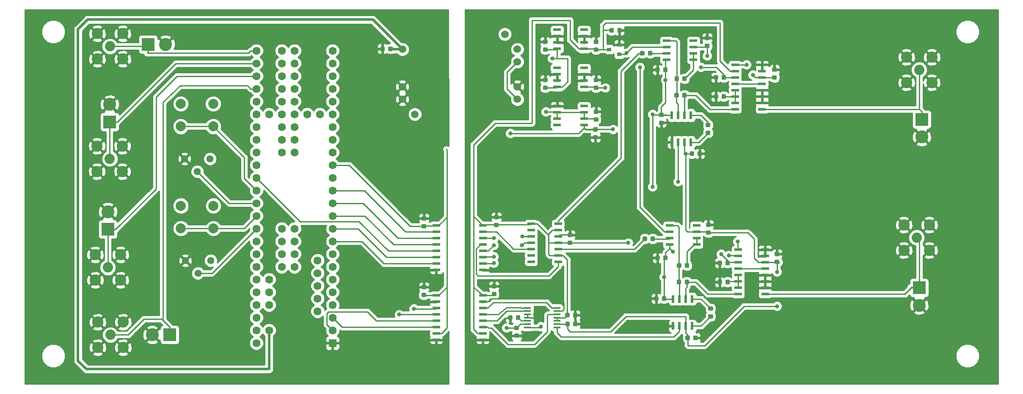
<source format=gtl>
G04 #@! TF.GenerationSoftware,KiCad,Pcbnew,5.0.0-fee4fd1~66~ubuntu18.04.1*
G04 #@! TF.CreationDate,2018-10-14T12:51:31+03:00*
G04 #@! TF.ProjectId,microstim,6D6963726F7374696D2E6B696361645F,rev?*
G04 #@! TF.SameCoordinates,Original*
G04 #@! TF.FileFunction,Copper,L1,Top,Signal*
G04 #@! TF.FilePolarity,Positive*
%FSLAX46Y46*%
G04 Gerber Fmt 4.6, Leading zero omitted, Abs format (unit mm)*
G04 Created by KiCad (PCBNEW 5.0.0-fee4fd1~66~ubuntu18.04.1) date Sun Oct 14 12:51:31 2018*
%MOMM*%
%LPD*%
G01*
G04 APERTURE LIST*
G04 #@! TA.AperFunction,SMDPad,CuDef*
%ADD10R,1.450000X0.450000*%
G04 #@! TD*
G04 #@! TA.AperFunction,Conductor*
%ADD11C,0.100000*%
G04 #@! TD*
G04 #@! TA.AperFunction,SMDPad,CuDef*
%ADD12C,0.875000*%
G04 #@! TD*
G04 #@! TA.AperFunction,ComponentPad*
%ADD13C,2.050000*%
G04 #@! TD*
G04 #@! TA.AperFunction,ComponentPad*
%ADD14C,2.250000*%
G04 #@! TD*
G04 #@! TA.AperFunction,ComponentPad*
%ADD15C,2.600000*%
G04 #@! TD*
G04 #@! TA.AperFunction,ComponentPad*
%ADD16R,2.600000X2.600000*%
G04 #@! TD*
G04 #@! TA.AperFunction,ComponentPad*
%ADD17C,1.440000*%
G04 #@! TD*
G04 #@! TA.AperFunction,ComponentPad*
%ADD18C,2.000000*%
G04 #@! TD*
G04 #@! TA.AperFunction,ComponentPad*
%ADD19C,1.600000*%
G04 #@! TD*
G04 #@! TA.AperFunction,ComponentPad*
%ADD20R,1.600000X1.600000*%
G04 #@! TD*
G04 #@! TA.AperFunction,ComponentPad*
%ADD21C,1.524000*%
G04 #@! TD*
G04 #@! TA.AperFunction,ComponentPad*
%ADD22C,1.500000*%
G04 #@! TD*
G04 #@! TA.AperFunction,SMDPad,CuDef*
%ADD23R,1.550000X0.600000*%
G04 #@! TD*
G04 #@! TA.AperFunction,SMDPad,CuDef*
%ADD24R,1.500000X0.600000*%
G04 #@! TD*
G04 #@! TA.AperFunction,SMDPad,CuDef*
%ADD25R,0.600000X1.550000*%
G04 #@! TD*
G04 #@! TA.AperFunction,SMDPad,CuDef*
%ADD26R,0.900000X0.800000*%
G04 #@! TD*
G04 #@! TA.AperFunction,ViaPad*
%ADD27C,0.800000*%
G04 #@! TD*
G04 #@! TA.AperFunction,Conductor*
%ADD28C,0.250000*%
G04 #@! TD*
G04 #@! TA.AperFunction,Conductor*
%ADD29C,0.500000*%
G04 #@! TD*
G04 #@! TA.AperFunction,Conductor*
%ADD30C,0.254000*%
G04 #@! TD*
G04 APERTURE END LIST*
D10*
G04 #@! TO.P,U10,14*
G04 #@! TO.N,SCK2i*
X166780000Y-81870000D03*
G04 #@! TO.P,U10,13*
G04 #@! TO.N,GNDREF*
X166780000Y-82520000D03*
G04 #@! TO.P,U10,12*
G04 #@! TO.N,MISO2i*
X166780000Y-83170000D03*
G04 #@! TO.P,U10,11*
G04 #@! TO.N,+5V*
X166780000Y-83820000D03*
G04 #@! TO.P,U10,10*
X166780000Y-84470000D03*
G04 #@! TO.P,U10,9*
G04 #@! TO.N,+12V*
X166780000Y-85120000D03*
G04 #@! TO.P,U10,8*
G04 #@! TO.N,ISENSE1*
X166780000Y-85770000D03*
G04 #@! TO.P,U10,7*
G04 #@! TO.N,ISENSE0*
X160880000Y-85770000D03*
G04 #@! TO.P,U10,6*
G04 #@! TO.N,-12V*
X160880000Y-85120000D03*
G04 #@! TO.P,U10,5*
G04 #@! TO.N,Net-(C42-Pad1)*
X160880000Y-84470000D03*
G04 #@! TO.P,U10,4*
G04 #@! TO.N,GNDREF*
X160880000Y-83820000D03*
G04 #@! TO.P,U10,3*
X160880000Y-83170000D03*
G04 #@! TO.P,U10,2*
G04 #@! TO.N,MOSI2i*
X160880000Y-82520000D03*
G04 #@! TO.P,U10,1*
G04 #@! TO.N,CS2i*
X160880000Y-81870000D03*
G04 #@! TD*
D11*
G04 #@! TO.N,GND*
G04 #@! TO.C,C1*
G36*
X132167691Y-29625053D02*
X132188926Y-29628203D01*
X132209750Y-29633419D01*
X132229962Y-29640651D01*
X132249368Y-29649830D01*
X132267781Y-29660866D01*
X132285024Y-29673654D01*
X132300930Y-29688070D01*
X132315346Y-29703976D01*
X132328134Y-29721219D01*
X132339170Y-29739632D01*
X132348349Y-29759038D01*
X132355581Y-29779250D01*
X132360797Y-29800074D01*
X132363947Y-29821309D01*
X132365000Y-29842750D01*
X132365000Y-30355250D01*
X132363947Y-30376691D01*
X132360797Y-30397926D01*
X132355581Y-30418750D01*
X132348349Y-30438962D01*
X132339170Y-30458368D01*
X132328134Y-30476781D01*
X132315346Y-30494024D01*
X132300930Y-30509930D01*
X132285024Y-30524346D01*
X132267781Y-30537134D01*
X132249368Y-30548170D01*
X132229962Y-30557349D01*
X132209750Y-30564581D01*
X132188926Y-30569797D01*
X132167691Y-30572947D01*
X132146250Y-30574000D01*
X131708750Y-30574000D01*
X131687309Y-30572947D01*
X131666074Y-30569797D01*
X131645250Y-30564581D01*
X131625038Y-30557349D01*
X131605632Y-30548170D01*
X131587219Y-30537134D01*
X131569976Y-30524346D01*
X131554070Y-30509930D01*
X131539654Y-30494024D01*
X131526866Y-30476781D01*
X131515830Y-30458368D01*
X131506651Y-30438962D01*
X131499419Y-30418750D01*
X131494203Y-30397926D01*
X131491053Y-30376691D01*
X131490000Y-30355250D01*
X131490000Y-29842750D01*
X131491053Y-29821309D01*
X131494203Y-29800074D01*
X131499419Y-29779250D01*
X131506651Y-29759038D01*
X131515830Y-29739632D01*
X131526866Y-29721219D01*
X131539654Y-29703976D01*
X131554070Y-29688070D01*
X131569976Y-29673654D01*
X131587219Y-29660866D01*
X131605632Y-29649830D01*
X131625038Y-29640651D01*
X131645250Y-29633419D01*
X131666074Y-29628203D01*
X131687309Y-29625053D01*
X131708750Y-29624000D01*
X132146250Y-29624000D01*
X132167691Y-29625053D01*
X132167691Y-29625053D01*
G37*
D12*
G04 #@! TD*
G04 #@! TO.P,C1,1*
G04 #@! TO.N,GND*
X131927500Y-30099000D03*
D11*
G04 #@! TO.N,VUSB*
G04 #@! TO.C,C1*
G36*
X133742691Y-29625053D02*
X133763926Y-29628203D01*
X133784750Y-29633419D01*
X133804962Y-29640651D01*
X133824368Y-29649830D01*
X133842781Y-29660866D01*
X133860024Y-29673654D01*
X133875930Y-29688070D01*
X133890346Y-29703976D01*
X133903134Y-29721219D01*
X133914170Y-29739632D01*
X133923349Y-29759038D01*
X133930581Y-29779250D01*
X133935797Y-29800074D01*
X133938947Y-29821309D01*
X133940000Y-29842750D01*
X133940000Y-30355250D01*
X133938947Y-30376691D01*
X133935797Y-30397926D01*
X133930581Y-30418750D01*
X133923349Y-30438962D01*
X133914170Y-30458368D01*
X133903134Y-30476781D01*
X133890346Y-30494024D01*
X133875930Y-30509930D01*
X133860024Y-30524346D01*
X133842781Y-30537134D01*
X133824368Y-30548170D01*
X133804962Y-30557349D01*
X133784750Y-30564581D01*
X133763926Y-30569797D01*
X133742691Y-30572947D01*
X133721250Y-30574000D01*
X133283750Y-30574000D01*
X133262309Y-30572947D01*
X133241074Y-30569797D01*
X133220250Y-30564581D01*
X133200038Y-30557349D01*
X133180632Y-30548170D01*
X133162219Y-30537134D01*
X133144976Y-30524346D01*
X133129070Y-30509930D01*
X133114654Y-30494024D01*
X133101866Y-30476781D01*
X133090830Y-30458368D01*
X133081651Y-30438962D01*
X133074419Y-30418750D01*
X133069203Y-30397926D01*
X133066053Y-30376691D01*
X133065000Y-30355250D01*
X133065000Y-29842750D01*
X133066053Y-29821309D01*
X133069203Y-29800074D01*
X133074419Y-29779250D01*
X133081651Y-29759038D01*
X133090830Y-29739632D01*
X133101866Y-29721219D01*
X133114654Y-29703976D01*
X133129070Y-29688070D01*
X133144976Y-29673654D01*
X133162219Y-29660866D01*
X133180632Y-29649830D01*
X133200038Y-29640651D01*
X133220250Y-29633419D01*
X133241074Y-29628203D01*
X133262309Y-29625053D01*
X133283750Y-29624000D01*
X133721250Y-29624000D01*
X133742691Y-29625053D01*
X133742691Y-29625053D01*
G37*
D12*
G04 #@! TD*
G04 #@! TO.P,C1,2*
G04 #@! TO.N,VUSB*
X133502500Y-30099000D03*
D11*
G04 #@! TO.N,GNDREF*
G04 #@! TO.C,C2*
G36*
X164742422Y-28252223D02*
X164763657Y-28255373D01*
X164784481Y-28260589D01*
X164804693Y-28267821D01*
X164824099Y-28277000D01*
X164842512Y-28288036D01*
X164859755Y-28300824D01*
X164875661Y-28315240D01*
X164890077Y-28331146D01*
X164902865Y-28348389D01*
X164913901Y-28366802D01*
X164923080Y-28386208D01*
X164930312Y-28406420D01*
X164935528Y-28427244D01*
X164938678Y-28448479D01*
X164939731Y-28469920D01*
X164939731Y-28907420D01*
X164938678Y-28928861D01*
X164935528Y-28950096D01*
X164930312Y-28970920D01*
X164923080Y-28991132D01*
X164913901Y-29010538D01*
X164902865Y-29028951D01*
X164890077Y-29046194D01*
X164875661Y-29062100D01*
X164859755Y-29076516D01*
X164842512Y-29089304D01*
X164824099Y-29100340D01*
X164804693Y-29109519D01*
X164784481Y-29116751D01*
X164763657Y-29121967D01*
X164742422Y-29125117D01*
X164720981Y-29126170D01*
X164208481Y-29126170D01*
X164187040Y-29125117D01*
X164165805Y-29121967D01*
X164144981Y-29116751D01*
X164124769Y-29109519D01*
X164105363Y-29100340D01*
X164086950Y-29089304D01*
X164069707Y-29076516D01*
X164053801Y-29062100D01*
X164039385Y-29046194D01*
X164026597Y-29028951D01*
X164015561Y-29010538D01*
X164006382Y-28991132D01*
X163999150Y-28970920D01*
X163993934Y-28950096D01*
X163990784Y-28928861D01*
X163989731Y-28907420D01*
X163989731Y-28469920D01*
X163990784Y-28448479D01*
X163993934Y-28427244D01*
X163999150Y-28406420D01*
X164006382Y-28386208D01*
X164015561Y-28366802D01*
X164026597Y-28348389D01*
X164039385Y-28331146D01*
X164053801Y-28315240D01*
X164069707Y-28300824D01*
X164086950Y-28288036D01*
X164105363Y-28277000D01*
X164124769Y-28267821D01*
X164144981Y-28260589D01*
X164165805Y-28255373D01*
X164187040Y-28252223D01*
X164208481Y-28251170D01*
X164720981Y-28251170D01*
X164742422Y-28252223D01*
X164742422Y-28252223D01*
G37*
D12*
G04 #@! TD*
G04 #@! TO.P,C2,1*
G04 #@! TO.N,GNDREF*
X164464731Y-28688670D03*
D11*
G04 #@! TO.N,+15V*
G04 #@! TO.C,C2*
G36*
X164742422Y-29827223D02*
X164763657Y-29830373D01*
X164784481Y-29835589D01*
X164804693Y-29842821D01*
X164824099Y-29852000D01*
X164842512Y-29863036D01*
X164859755Y-29875824D01*
X164875661Y-29890240D01*
X164890077Y-29906146D01*
X164902865Y-29923389D01*
X164913901Y-29941802D01*
X164923080Y-29961208D01*
X164930312Y-29981420D01*
X164935528Y-30002244D01*
X164938678Y-30023479D01*
X164939731Y-30044920D01*
X164939731Y-30482420D01*
X164938678Y-30503861D01*
X164935528Y-30525096D01*
X164930312Y-30545920D01*
X164923080Y-30566132D01*
X164913901Y-30585538D01*
X164902865Y-30603951D01*
X164890077Y-30621194D01*
X164875661Y-30637100D01*
X164859755Y-30651516D01*
X164842512Y-30664304D01*
X164824099Y-30675340D01*
X164804693Y-30684519D01*
X164784481Y-30691751D01*
X164763657Y-30696967D01*
X164742422Y-30700117D01*
X164720981Y-30701170D01*
X164208481Y-30701170D01*
X164187040Y-30700117D01*
X164165805Y-30696967D01*
X164144981Y-30691751D01*
X164124769Y-30684519D01*
X164105363Y-30675340D01*
X164086950Y-30664304D01*
X164069707Y-30651516D01*
X164053801Y-30637100D01*
X164039385Y-30621194D01*
X164026597Y-30603951D01*
X164015561Y-30585538D01*
X164006382Y-30566132D01*
X163999150Y-30545920D01*
X163993934Y-30525096D01*
X163990784Y-30503861D01*
X163989731Y-30482420D01*
X163989731Y-30044920D01*
X163990784Y-30023479D01*
X163993934Y-30002244D01*
X163999150Y-29981420D01*
X164006382Y-29961208D01*
X164015561Y-29941802D01*
X164026597Y-29923389D01*
X164039385Y-29906146D01*
X164053801Y-29890240D01*
X164069707Y-29875824D01*
X164086950Y-29863036D01*
X164105363Y-29852000D01*
X164124769Y-29842821D01*
X164144981Y-29835589D01*
X164165805Y-29830373D01*
X164187040Y-29827223D01*
X164208481Y-29826170D01*
X164720981Y-29826170D01*
X164742422Y-29827223D01*
X164742422Y-29827223D01*
G37*
D12*
G04 #@! TD*
G04 #@! TO.P,C2,2*
G04 #@! TO.N,+15V*
X164464731Y-30263670D03*
D11*
G04 #@! TO.N,GND*
G04 #@! TO.C,C3*
G36*
X140485691Y-63546053D02*
X140506926Y-63549203D01*
X140527750Y-63554419D01*
X140547962Y-63561651D01*
X140567368Y-63570830D01*
X140585781Y-63581866D01*
X140603024Y-63594654D01*
X140618930Y-63609070D01*
X140633346Y-63624976D01*
X140646134Y-63642219D01*
X140657170Y-63660632D01*
X140666349Y-63680038D01*
X140673581Y-63700250D01*
X140678797Y-63721074D01*
X140681947Y-63742309D01*
X140683000Y-63763750D01*
X140683000Y-64201250D01*
X140681947Y-64222691D01*
X140678797Y-64243926D01*
X140673581Y-64264750D01*
X140666349Y-64284962D01*
X140657170Y-64304368D01*
X140646134Y-64322781D01*
X140633346Y-64340024D01*
X140618930Y-64355930D01*
X140603024Y-64370346D01*
X140585781Y-64383134D01*
X140567368Y-64394170D01*
X140547962Y-64403349D01*
X140527750Y-64410581D01*
X140506926Y-64415797D01*
X140485691Y-64418947D01*
X140464250Y-64420000D01*
X139951750Y-64420000D01*
X139930309Y-64418947D01*
X139909074Y-64415797D01*
X139888250Y-64410581D01*
X139868038Y-64403349D01*
X139848632Y-64394170D01*
X139830219Y-64383134D01*
X139812976Y-64370346D01*
X139797070Y-64355930D01*
X139782654Y-64340024D01*
X139769866Y-64322781D01*
X139758830Y-64304368D01*
X139749651Y-64284962D01*
X139742419Y-64264750D01*
X139737203Y-64243926D01*
X139734053Y-64222691D01*
X139733000Y-64201250D01*
X139733000Y-63763750D01*
X139734053Y-63742309D01*
X139737203Y-63721074D01*
X139742419Y-63700250D01*
X139749651Y-63680038D01*
X139758830Y-63660632D01*
X139769866Y-63642219D01*
X139782654Y-63624976D01*
X139797070Y-63609070D01*
X139812976Y-63594654D01*
X139830219Y-63581866D01*
X139848632Y-63570830D01*
X139868038Y-63561651D01*
X139888250Y-63554419D01*
X139909074Y-63549203D01*
X139930309Y-63546053D01*
X139951750Y-63545000D01*
X140464250Y-63545000D01*
X140485691Y-63546053D01*
X140485691Y-63546053D01*
G37*
D12*
G04 #@! TD*
G04 #@! TO.P,C3,2*
G04 #@! TO.N,GND*
X140208000Y-63982500D03*
D11*
G04 #@! TO.N,+3V3*
G04 #@! TO.C,C3*
G36*
X140485691Y-65121053D02*
X140506926Y-65124203D01*
X140527750Y-65129419D01*
X140547962Y-65136651D01*
X140567368Y-65145830D01*
X140585781Y-65156866D01*
X140603024Y-65169654D01*
X140618930Y-65184070D01*
X140633346Y-65199976D01*
X140646134Y-65217219D01*
X140657170Y-65235632D01*
X140666349Y-65255038D01*
X140673581Y-65275250D01*
X140678797Y-65296074D01*
X140681947Y-65317309D01*
X140683000Y-65338750D01*
X140683000Y-65776250D01*
X140681947Y-65797691D01*
X140678797Y-65818926D01*
X140673581Y-65839750D01*
X140666349Y-65859962D01*
X140657170Y-65879368D01*
X140646134Y-65897781D01*
X140633346Y-65915024D01*
X140618930Y-65930930D01*
X140603024Y-65945346D01*
X140585781Y-65958134D01*
X140567368Y-65969170D01*
X140547962Y-65978349D01*
X140527750Y-65985581D01*
X140506926Y-65990797D01*
X140485691Y-65993947D01*
X140464250Y-65995000D01*
X139951750Y-65995000D01*
X139930309Y-65993947D01*
X139909074Y-65990797D01*
X139888250Y-65985581D01*
X139868038Y-65978349D01*
X139848632Y-65969170D01*
X139830219Y-65958134D01*
X139812976Y-65945346D01*
X139797070Y-65930930D01*
X139782654Y-65915024D01*
X139769866Y-65897781D01*
X139758830Y-65879368D01*
X139749651Y-65859962D01*
X139742419Y-65839750D01*
X139737203Y-65818926D01*
X139734053Y-65797691D01*
X139733000Y-65776250D01*
X139733000Y-65338750D01*
X139734053Y-65317309D01*
X139737203Y-65296074D01*
X139742419Y-65275250D01*
X139749651Y-65255038D01*
X139758830Y-65235632D01*
X139769866Y-65217219D01*
X139782654Y-65199976D01*
X139797070Y-65184070D01*
X139812976Y-65169654D01*
X139830219Y-65156866D01*
X139848632Y-65145830D01*
X139868038Y-65136651D01*
X139888250Y-65129419D01*
X139909074Y-65124203D01*
X139930309Y-65121053D01*
X139951750Y-65120000D01*
X140464250Y-65120000D01*
X140485691Y-65121053D01*
X140485691Y-65121053D01*
G37*
D12*
G04 #@! TD*
G04 #@! TO.P,C3,1*
G04 #@! TO.N,+3V3*
X140208000Y-65557500D03*
D11*
G04 #@! TO.N,GND*
G04 #@! TO.C,C5*
G36*
X140485691Y-77262053D02*
X140506926Y-77265203D01*
X140527750Y-77270419D01*
X140547962Y-77277651D01*
X140567368Y-77286830D01*
X140585781Y-77297866D01*
X140603024Y-77310654D01*
X140618930Y-77325070D01*
X140633346Y-77340976D01*
X140646134Y-77358219D01*
X140657170Y-77376632D01*
X140666349Y-77396038D01*
X140673581Y-77416250D01*
X140678797Y-77437074D01*
X140681947Y-77458309D01*
X140683000Y-77479750D01*
X140683000Y-77917250D01*
X140681947Y-77938691D01*
X140678797Y-77959926D01*
X140673581Y-77980750D01*
X140666349Y-78000962D01*
X140657170Y-78020368D01*
X140646134Y-78038781D01*
X140633346Y-78056024D01*
X140618930Y-78071930D01*
X140603024Y-78086346D01*
X140585781Y-78099134D01*
X140567368Y-78110170D01*
X140547962Y-78119349D01*
X140527750Y-78126581D01*
X140506926Y-78131797D01*
X140485691Y-78134947D01*
X140464250Y-78136000D01*
X139951750Y-78136000D01*
X139930309Y-78134947D01*
X139909074Y-78131797D01*
X139888250Y-78126581D01*
X139868038Y-78119349D01*
X139848632Y-78110170D01*
X139830219Y-78099134D01*
X139812976Y-78086346D01*
X139797070Y-78071930D01*
X139782654Y-78056024D01*
X139769866Y-78038781D01*
X139758830Y-78020368D01*
X139749651Y-78000962D01*
X139742419Y-77980750D01*
X139737203Y-77959926D01*
X139734053Y-77938691D01*
X139733000Y-77917250D01*
X139733000Y-77479750D01*
X139734053Y-77458309D01*
X139737203Y-77437074D01*
X139742419Y-77416250D01*
X139749651Y-77396038D01*
X139758830Y-77376632D01*
X139769866Y-77358219D01*
X139782654Y-77340976D01*
X139797070Y-77325070D01*
X139812976Y-77310654D01*
X139830219Y-77297866D01*
X139848632Y-77286830D01*
X139868038Y-77277651D01*
X139888250Y-77270419D01*
X139909074Y-77265203D01*
X139930309Y-77262053D01*
X139951750Y-77261000D01*
X140464250Y-77261000D01*
X140485691Y-77262053D01*
X140485691Y-77262053D01*
G37*
D12*
G04 #@! TD*
G04 #@! TO.P,C5,2*
G04 #@! TO.N,GND*
X140208000Y-77698500D03*
D11*
G04 #@! TO.N,+3V3*
G04 #@! TO.C,C5*
G36*
X140485691Y-78837053D02*
X140506926Y-78840203D01*
X140527750Y-78845419D01*
X140547962Y-78852651D01*
X140567368Y-78861830D01*
X140585781Y-78872866D01*
X140603024Y-78885654D01*
X140618930Y-78900070D01*
X140633346Y-78915976D01*
X140646134Y-78933219D01*
X140657170Y-78951632D01*
X140666349Y-78971038D01*
X140673581Y-78991250D01*
X140678797Y-79012074D01*
X140681947Y-79033309D01*
X140683000Y-79054750D01*
X140683000Y-79492250D01*
X140681947Y-79513691D01*
X140678797Y-79534926D01*
X140673581Y-79555750D01*
X140666349Y-79575962D01*
X140657170Y-79595368D01*
X140646134Y-79613781D01*
X140633346Y-79631024D01*
X140618930Y-79646930D01*
X140603024Y-79661346D01*
X140585781Y-79674134D01*
X140567368Y-79685170D01*
X140547962Y-79694349D01*
X140527750Y-79701581D01*
X140506926Y-79706797D01*
X140485691Y-79709947D01*
X140464250Y-79711000D01*
X139951750Y-79711000D01*
X139930309Y-79709947D01*
X139909074Y-79706797D01*
X139888250Y-79701581D01*
X139868038Y-79694349D01*
X139848632Y-79685170D01*
X139830219Y-79674134D01*
X139812976Y-79661346D01*
X139797070Y-79646930D01*
X139782654Y-79631024D01*
X139769866Y-79613781D01*
X139758830Y-79595368D01*
X139749651Y-79575962D01*
X139742419Y-79555750D01*
X139737203Y-79534926D01*
X139734053Y-79513691D01*
X139733000Y-79492250D01*
X139733000Y-79054750D01*
X139734053Y-79033309D01*
X139737203Y-79012074D01*
X139742419Y-78991250D01*
X139749651Y-78971038D01*
X139758830Y-78951632D01*
X139769866Y-78933219D01*
X139782654Y-78915976D01*
X139797070Y-78900070D01*
X139812976Y-78885654D01*
X139830219Y-78872866D01*
X139848632Y-78861830D01*
X139868038Y-78852651D01*
X139888250Y-78845419D01*
X139909074Y-78840203D01*
X139930309Y-78837053D01*
X139951750Y-78836000D01*
X140464250Y-78836000D01*
X140485691Y-78837053D01*
X140485691Y-78837053D01*
G37*
D12*
G04 #@! TD*
G04 #@! TO.P,C5,1*
G04 #@! TO.N,+3V3*
X140208000Y-79273500D03*
D11*
G04 #@! TO.N,GNDREF*
G04 #@! TO.C,C6*
G36*
X164742422Y-35872223D02*
X164763657Y-35875373D01*
X164784481Y-35880589D01*
X164804693Y-35887821D01*
X164824099Y-35897000D01*
X164842512Y-35908036D01*
X164859755Y-35920824D01*
X164875661Y-35935240D01*
X164890077Y-35951146D01*
X164902865Y-35968389D01*
X164913901Y-35986802D01*
X164923080Y-36006208D01*
X164930312Y-36026420D01*
X164935528Y-36047244D01*
X164938678Y-36068479D01*
X164939731Y-36089920D01*
X164939731Y-36527420D01*
X164938678Y-36548861D01*
X164935528Y-36570096D01*
X164930312Y-36590920D01*
X164923080Y-36611132D01*
X164913901Y-36630538D01*
X164902865Y-36648951D01*
X164890077Y-36666194D01*
X164875661Y-36682100D01*
X164859755Y-36696516D01*
X164842512Y-36709304D01*
X164824099Y-36720340D01*
X164804693Y-36729519D01*
X164784481Y-36736751D01*
X164763657Y-36741967D01*
X164742422Y-36745117D01*
X164720981Y-36746170D01*
X164208481Y-36746170D01*
X164187040Y-36745117D01*
X164165805Y-36741967D01*
X164144981Y-36736751D01*
X164124769Y-36729519D01*
X164105363Y-36720340D01*
X164086950Y-36709304D01*
X164069707Y-36696516D01*
X164053801Y-36682100D01*
X164039385Y-36666194D01*
X164026597Y-36648951D01*
X164015561Y-36630538D01*
X164006382Y-36611132D01*
X163999150Y-36590920D01*
X163993934Y-36570096D01*
X163990784Y-36548861D01*
X163989731Y-36527420D01*
X163989731Y-36089920D01*
X163990784Y-36068479D01*
X163993934Y-36047244D01*
X163999150Y-36026420D01*
X164006382Y-36006208D01*
X164015561Y-35986802D01*
X164026597Y-35968389D01*
X164039385Y-35951146D01*
X164053801Y-35935240D01*
X164069707Y-35920824D01*
X164086950Y-35908036D01*
X164105363Y-35897000D01*
X164124769Y-35887821D01*
X164144981Y-35880589D01*
X164165805Y-35875373D01*
X164187040Y-35872223D01*
X164208481Y-35871170D01*
X164720981Y-35871170D01*
X164742422Y-35872223D01*
X164742422Y-35872223D01*
G37*
D12*
G04 #@! TD*
G04 #@! TO.P,C6,1*
G04 #@! TO.N,GNDREF*
X164464731Y-36308670D03*
D11*
G04 #@! TO.N,+15V*
G04 #@! TO.C,C6*
G36*
X164742422Y-37447223D02*
X164763657Y-37450373D01*
X164784481Y-37455589D01*
X164804693Y-37462821D01*
X164824099Y-37472000D01*
X164842512Y-37483036D01*
X164859755Y-37495824D01*
X164875661Y-37510240D01*
X164890077Y-37526146D01*
X164902865Y-37543389D01*
X164913901Y-37561802D01*
X164923080Y-37581208D01*
X164930312Y-37601420D01*
X164935528Y-37622244D01*
X164938678Y-37643479D01*
X164939731Y-37664920D01*
X164939731Y-38102420D01*
X164938678Y-38123861D01*
X164935528Y-38145096D01*
X164930312Y-38165920D01*
X164923080Y-38186132D01*
X164913901Y-38205538D01*
X164902865Y-38223951D01*
X164890077Y-38241194D01*
X164875661Y-38257100D01*
X164859755Y-38271516D01*
X164842512Y-38284304D01*
X164824099Y-38295340D01*
X164804693Y-38304519D01*
X164784481Y-38311751D01*
X164763657Y-38316967D01*
X164742422Y-38320117D01*
X164720981Y-38321170D01*
X164208481Y-38321170D01*
X164187040Y-38320117D01*
X164165805Y-38316967D01*
X164144981Y-38311751D01*
X164124769Y-38304519D01*
X164105363Y-38295340D01*
X164086950Y-38284304D01*
X164069707Y-38271516D01*
X164053801Y-38257100D01*
X164039385Y-38241194D01*
X164026597Y-38223951D01*
X164015561Y-38205538D01*
X164006382Y-38186132D01*
X163999150Y-38165920D01*
X163993934Y-38145096D01*
X163990784Y-38123861D01*
X163989731Y-38102420D01*
X163989731Y-37664920D01*
X163990784Y-37643479D01*
X163993934Y-37622244D01*
X163999150Y-37601420D01*
X164006382Y-37581208D01*
X164015561Y-37561802D01*
X164026597Y-37543389D01*
X164039385Y-37526146D01*
X164053801Y-37510240D01*
X164069707Y-37495824D01*
X164086950Y-37483036D01*
X164105363Y-37472000D01*
X164124769Y-37462821D01*
X164144981Y-37455589D01*
X164165805Y-37450373D01*
X164187040Y-37447223D01*
X164208481Y-37446170D01*
X164720981Y-37446170D01*
X164742422Y-37447223D01*
X164742422Y-37447223D01*
G37*
D12*
G04 #@! TD*
G04 #@! TO.P,C6,2*
G04 #@! TO.N,+15V*
X164464731Y-37883670D03*
D11*
G04 #@! TO.N,+5V*
G04 #@! TO.C,C7*
G36*
X174902422Y-29827223D02*
X174923657Y-29830373D01*
X174944481Y-29835589D01*
X174964693Y-29842821D01*
X174984099Y-29852000D01*
X175002512Y-29863036D01*
X175019755Y-29875824D01*
X175035661Y-29890240D01*
X175050077Y-29906146D01*
X175062865Y-29923389D01*
X175073901Y-29941802D01*
X175083080Y-29961208D01*
X175090312Y-29981420D01*
X175095528Y-30002244D01*
X175098678Y-30023479D01*
X175099731Y-30044920D01*
X175099731Y-30482420D01*
X175098678Y-30503861D01*
X175095528Y-30525096D01*
X175090312Y-30545920D01*
X175083080Y-30566132D01*
X175073901Y-30585538D01*
X175062865Y-30603951D01*
X175050077Y-30621194D01*
X175035661Y-30637100D01*
X175019755Y-30651516D01*
X175002512Y-30664304D01*
X174984099Y-30675340D01*
X174964693Y-30684519D01*
X174944481Y-30691751D01*
X174923657Y-30696967D01*
X174902422Y-30700117D01*
X174880981Y-30701170D01*
X174368481Y-30701170D01*
X174347040Y-30700117D01*
X174325805Y-30696967D01*
X174304981Y-30691751D01*
X174284769Y-30684519D01*
X174265363Y-30675340D01*
X174246950Y-30664304D01*
X174229707Y-30651516D01*
X174213801Y-30637100D01*
X174199385Y-30621194D01*
X174186597Y-30603951D01*
X174175561Y-30585538D01*
X174166382Y-30566132D01*
X174159150Y-30545920D01*
X174153934Y-30525096D01*
X174150784Y-30503861D01*
X174149731Y-30482420D01*
X174149731Y-30044920D01*
X174150784Y-30023479D01*
X174153934Y-30002244D01*
X174159150Y-29981420D01*
X174166382Y-29961208D01*
X174175561Y-29941802D01*
X174186597Y-29923389D01*
X174199385Y-29906146D01*
X174213801Y-29890240D01*
X174229707Y-29875824D01*
X174246950Y-29863036D01*
X174265363Y-29852000D01*
X174284769Y-29842821D01*
X174304981Y-29835589D01*
X174325805Y-29830373D01*
X174347040Y-29827223D01*
X174368481Y-29826170D01*
X174880981Y-29826170D01*
X174902422Y-29827223D01*
X174902422Y-29827223D01*
G37*
D12*
G04 #@! TD*
G04 #@! TO.P,C7,2*
G04 #@! TO.N,+5V*
X174624731Y-30263670D03*
D11*
G04 #@! TO.N,GNDREF*
G04 #@! TO.C,C7*
G36*
X174902422Y-28252223D02*
X174923657Y-28255373D01*
X174944481Y-28260589D01*
X174964693Y-28267821D01*
X174984099Y-28277000D01*
X175002512Y-28288036D01*
X175019755Y-28300824D01*
X175035661Y-28315240D01*
X175050077Y-28331146D01*
X175062865Y-28348389D01*
X175073901Y-28366802D01*
X175083080Y-28386208D01*
X175090312Y-28406420D01*
X175095528Y-28427244D01*
X175098678Y-28448479D01*
X175099731Y-28469920D01*
X175099731Y-28907420D01*
X175098678Y-28928861D01*
X175095528Y-28950096D01*
X175090312Y-28970920D01*
X175083080Y-28991132D01*
X175073901Y-29010538D01*
X175062865Y-29028951D01*
X175050077Y-29046194D01*
X175035661Y-29062100D01*
X175019755Y-29076516D01*
X175002512Y-29089304D01*
X174984099Y-29100340D01*
X174964693Y-29109519D01*
X174944481Y-29116751D01*
X174923657Y-29121967D01*
X174902422Y-29125117D01*
X174880981Y-29126170D01*
X174368481Y-29126170D01*
X174347040Y-29125117D01*
X174325805Y-29121967D01*
X174304981Y-29116751D01*
X174284769Y-29109519D01*
X174265363Y-29100340D01*
X174246950Y-29089304D01*
X174229707Y-29076516D01*
X174213801Y-29062100D01*
X174199385Y-29046194D01*
X174186597Y-29028951D01*
X174175561Y-29010538D01*
X174166382Y-28991132D01*
X174159150Y-28970920D01*
X174153934Y-28950096D01*
X174150784Y-28928861D01*
X174149731Y-28907420D01*
X174149731Y-28469920D01*
X174150784Y-28448479D01*
X174153934Y-28427244D01*
X174159150Y-28406420D01*
X174166382Y-28386208D01*
X174175561Y-28366802D01*
X174186597Y-28348389D01*
X174199385Y-28331146D01*
X174213801Y-28315240D01*
X174229707Y-28300824D01*
X174246950Y-28288036D01*
X174265363Y-28277000D01*
X174284769Y-28267821D01*
X174304981Y-28260589D01*
X174325805Y-28255373D01*
X174347040Y-28252223D01*
X174368481Y-28251170D01*
X174880981Y-28251170D01*
X174902422Y-28252223D01*
X174902422Y-28252223D01*
G37*
D12*
G04 #@! TD*
G04 #@! TO.P,C7,1*
G04 #@! TO.N,GNDREF*
X174624731Y-28688670D03*
D11*
G04 #@! TO.N,+12V*
G04 #@! TO.C,C8*
G36*
X174902422Y-37447223D02*
X174923657Y-37450373D01*
X174944481Y-37455589D01*
X174964693Y-37462821D01*
X174984099Y-37472000D01*
X175002512Y-37483036D01*
X175019755Y-37495824D01*
X175035661Y-37510240D01*
X175050077Y-37526146D01*
X175062865Y-37543389D01*
X175073901Y-37561802D01*
X175083080Y-37581208D01*
X175090312Y-37601420D01*
X175095528Y-37622244D01*
X175098678Y-37643479D01*
X175099731Y-37664920D01*
X175099731Y-38102420D01*
X175098678Y-38123861D01*
X175095528Y-38145096D01*
X175090312Y-38165920D01*
X175083080Y-38186132D01*
X175073901Y-38205538D01*
X175062865Y-38223951D01*
X175050077Y-38241194D01*
X175035661Y-38257100D01*
X175019755Y-38271516D01*
X175002512Y-38284304D01*
X174984099Y-38295340D01*
X174964693Y-38304519D01*
X174944481Y-38311751D01*
X174923657Y-38316967D01*
X174902422Y-38320117D01*
X174880981Y-38321170D01*
X174368481Y-38321170D01*
X174347040Y-38320117D01*
X174325805Y-38316967D01*
X174304981Y-38311751D01*
X174284769Y-38304519D01*
X174265363Y-38295340D01*
X174246950Y-38284304D01*
X174229707Y-38271516D01*
X174213801Y-38257100D01*
X174199385Y-38241194D01*
X174186597Y-38223951D01*
X174175561Y-38205538D01*
X174166382Y-38186132D01*
X174159150Y-38165920D01*
X174153934Y-38145096D01*
X174150784Y-38123861D01*
X174149731Y-38102420D01*
X174149731Y-37664920D01*
X174150784Y-37643479D01*
X174153934Y-37622244D01*
X174159150Y-37601420D01*
X174166382Y-37581208D01*
X174175561Y-37561802D01*
X174186597Y-37543389D01*
X174199385Y-37526146D01*
X174213801Y-37510240D01*
X174229707Y-37495824D01*
X174246950Y-37483036D01*
X174265363Y-37472000D01*
X174284769Y-37462821D01*
X174304981Y-37455589D01*
X174325805Y-37450373D01*
X174347040Y-37447223D01*
X174368481Y-37446170D01*
X174880981Y-37446170D01*
X174902422Y-37447223D01*
X174902422Y-37447223D01*
G37*
D12*
G04 #@! TD*
G04 #@! TO.P,C8,2*
G04 #@! TO.N,+12V*
X174624731Y-37883670D03*
D11*
G04 #@! TO.N,GNDREF*
G04 #@! TO.C,C8*
G36*
X174902422Y-35872223D02*
X174923657Y-35875373D01*
X174944481Y-35880589D01*
X174964693Y-35887821D01*
X174984099Y-35897000D01*
X175002512Y-35908036D01*
X175019755Y-35920824D01*
X175035661Y-35935240D01*
X175050077Y-35951146D01*
X175062865Y-35968389D01*
X175073901Y-35986802D01*
X175083080Y-36006208D01*
X175090312Y-36026420D01*
X175095528Y-36047244D01*
X175098678Y-36068479D01*
X175099731Y-36089920D01*
X175099731Y-36527420D01*
X175098678Y-36548861D01*
X175095528Y-36570096D01*
X175090312Y-36590920D01*
X175083080Y-36611132D01*
X175073901Y-36630538D01*
X175062865Y-36648951D01*
X175050077Y-36666194D01*
X175035661Y-36682100D01*
X175019755Y-36696516D01*
X175002512Y-36709304D01*
X174984099Y-36720340D01*
X174964693Y-36729519D01*
X174944481Y-36736751D01*
X174923657Y-36741967D01*
X174902422Y-36745117D01*
X174880981Y-36746170D01*
X174368481Y-36746170D01*
X174347040Y-36745117D01*
X174325805Y-36741967D01*
X174304981Y-36736751D01*
X174284769Y-36729519D01*
X174265363Y-36720340D01*
X174246950Y-36709304D01*
X174229707Y-36696516D01*
X174213801Y-36682100D01*
X174199385Y-36666194D01*
X174186597Y-36648951D01*
X174175561Y-36630538D01*
X174166382Y-36611132D01*
X174159150Y-36590920D01*
X174153934Y-36570096D01*
X174150784Y-36548861D01*
X174149731Y-36527420D01*
X174149731Y-36089920D01*
X174150784Y-36068479D01*
X174153934Y-36047244D01*
X174159150Y-36026420D01*
X174166382Y-36006208D01*
X174175561Y-35986802D01*
X174186597Y-35968389D01*
X174199385Y-35951146D01*
X174213801Y-35935240D01*
X174229707Y-35920824D01*
X174246950Y-35908036D01*
X174265363Y-35897000D01*
X174284769Y-35887821D01*
X174304981Y-35880589D01*
X174325805Y-35875373D01*
X174347040Y-35872223D01*
X174368481Y-35871170D01*
X174880981Y-35871170D01*
X174902422Y-35872223D01*
X174902422Y-35872223D01*
G37*
D12*
G04 #@! TD*
G04 #@! TO.P,C8,1*
G04 #@! TO.N,GNDREF*
X174624731Y-36308670D03*
D11*
G04 #@! TO.N,GNDREF*
G04 #@! TO.C,C9*
G36*
X154963691Y-63292053D02*
X154984926Y-63295203D01*
X155005750Y-63300419D01*
X155025962Y-63307651D01*
X155045368Y-63316830D01*
X155063781Y-63327866D01*
X155081024Y-63340654D01*
X155096930Y-63355070D01*
X155111346Y-63370976D01*
X155124134Y-63388219D01*
X155135170Y-63406632D01*
X155144349Y-63426038D01*
X155151581Y-63446250D01*
X155156797Y-63467074D01*
X155159947Y-63488309D01*
X155161000Y-63509750D01*
X155161000Y-63947250D01*
X155159947Y-63968691D01*
X155156797Y-63989926D01*
X155151581Y-64010750D01*
X155144349Y-64030962D01*
X155135170Y-64050368D01*
X155124134Y-64068781D01*
X155111346Y-64086024D01*
X155096930Y-64101930D01*
X155081024Y-64116346D01*
X155063781Y-64129134D01*
X155045368Y-64140170D01*
X155025962Y-64149349D01*
X155005750Y-64156581D01*
X154984926Y-64161797D01*
X154963691Y-64164947D01*
X154942250Y-64166000D01*
X154429750Y-64166000D01*
X154408309Y-64164947D01*
X154387074Y-64161797D01*
X154366250Y-64156581D01*
X154346038Y-64149349D01*
X154326632Y-64140170D01*
X154308219Y-64129134D01*
X154290976Y-64116346D01*
X154275070Y-64101930D01*
X154260654Y-64086024D01*
X154247866Y-64068781D01*
X154236830Y-64050368D01*
X154227651Y-64030962D01*
X154220419Y-64010750D01*
X154215203Y-63989926D01*
X154212053Y-63968691D01*
X154211000Y-63947250D01*
X154211000Y-63509750D01*
X154212053Y-63488309D01*
X154215203Y-63467074D01*
X154220419Y-63446250D01*
X154227651Y-63426038D01*
X154236830Y-63406632D01*
X154247866Y-63388219D01*
X154260654Y-63370976D01*
X154275070Y-63355070D01*
X154290976Y-63340654D01*
X154308219Y-63327866D01*
X154326632Y-63316830D01*
X154346038Y-63307651D01*
X154366250Y-63300419D01*
X154387074Y-63295203D01*
X154408309Y-63292053D01*
X154429750Y-63291000D01*
X154942250Y-63291000D01*
X154963691Y-63292053D01*
X154963691Y-63292053D01*
G37*
D12*
G04 #@! TD*
G04 #@! TO.P,C9,1*
G04 #@! TO.N,GNDREF*
X154686000Y-63728500D03*
D11*
G04 #@! TO.N,+5V*
G04 #@! TO.C,C9*
G36*
X154963691Y-64867053D02*
X154984926Y-64870203D01*
X155005750Y-64875419D01*
X155025962Y-64882651D01*
X155045368Y-64891830D01*
X155063781Y-64902866D01*
X155081024Y-64915654D01*
X155096930Y-64930070D01*
X155111346Y-64945976D01*
X155124134Y-64963219D01*
X155135170Y-64981632D01*
X155144349Y-65001038D01*
X155151581Y-65021250D01*
X155156797Y-65042074D01*
X155159947Y-65063309D01*
X155161000Y-65084750D01*
X155161000Y-65522250D01*
X155159947Y-65543691D01*
X155156797Y-65564926D01*
X155151581Y-65585750D01*
X155144349Y-65605962D01*
X155135170Y-65625368D01*
X155124134Y-65643781D01*
X155111346Y-65661024D01*
X155096930Y-65676930D01*
X155081024Y-65691346D01*
X155063781Y-65704134D01*
X155045368Y-65715170D01*
X155025962Y-65724349D01*
X155005750Y-65731581D01*
X154984926Y-65736797D01*
X154963691Y-65739947D01*
X154942250Y-65741000D01*
X154429750Y-65741000D01*
X154408309Y-65739947D01*
X154387074Y-65736797D01*
X154366250Y-65731581D01*
X154346038Y-65724349D01*
X154326632Y-65715170D01*
X154308219Y-65704134D01*
X154290976Y-65691346D01*
X154275070Y-65676930D01*
X154260654Y-65661024D01*
X154247866Y-65643781D01*
X154236830Y-65625368D01*
X154227651Y-65605962D01*
X154220419Y-65585750D01*
X154215203Y-65564926D01*
X154212053Y-65543691D01*
X154211000Y-65522250D01*
X154211000Y-65084750D01*
X154212053Y-65063309D01*
X154215203Y-65042074D01*
X154220419Y-65021250D01*
X154227651Y-65001038D01*
X154236830Y-64981632D01*
X154247866Y-64963219D01*
X154260654Y-64945976D01*
X154275070Y-64930070D01*
X154290976Y-64915654D01*
X154308219Y-64902866D01*
X154326632Y-64891830D01*
X154346038Y-64882651D01*
X154366250Y-64875419D01*
X154387074Y-64870203D01*
X154408309Y-64867053D01*
X154429750Y-64866000D01*
X154942250Y-64866000D01*
X154963691Y-64867053D01*
X154963691Y-64867053D01*
G37*
D12*
G04 #@! TD*
G04 #@! TO.P,C9,2*
G04 #@! TO.N,+5V*
X154686000Y-65303500D03*
D11*
G04 #@! TO.N,GNDREF*
G04 #@! TO.C,C11*
G36*
X154501695Y-77097239D02*
X154522930Y-77100389D01*
X154543754Y-77105605D01*
X154563966Y-77112837D01*
X154583372Y-77122016D01*
X154601785Y-77133052D01*
X154619028Y-77145840D01*
X154634934Y-77160256D01*
X154649350Y-77176162D01*
X154662138Y-77193405D01*
X154673174Y-77211818D01*
X154682353Y-77231224D01*
X154689585Y-77251436D01*
X154694801Y-77272260D01*
X154697951Y-77293495D01*
X154699004Y-77314936D01*
X154699004Y-77752436D01*
X154697951Y-77773877D01*
X154694801Y-77795112D01*
X154689585Y-77815936D01*
X154682353Y-77836148D01*
X154673174Y-77855554D01*
X154662138Y-77873967D01*
X154649350Y-77891210D01*
X154634934Y-77907116D01*
X154619028Y-77921532D01*
X154601785Y-77934320D01*
X154583372Y-77945356D01*
X154563966Y-77954535D01*
X154543754Y-77961767D01*
X154522930Y-77966983D01*
X154501695Y-77970133D01*
X154480254Y-77971186D01*
X153967754Y-77971186D01*
X153946313Y-77970133D01*
X153925078Y-77966983D01*
X153904254Y-77961767D01*
X153884042Y-77954535D01*
X153864636Y-77945356D01*
X153846223Y-77934320D01*
X153828980Y-77921532D01*
X153813074Y-77907116D01*
X153798658Y-77891210D01*
X153785870Y-77873967D01*
X153774834Y-77855554D01*
X153765655Y-77836148D01*
X153758423Y-77815936D01*
X153753207Y-77795112D01*
X153750057Y-77773877D01*
X153749004Y-77752436D01*
X153749004Y-77314936D01*
X153750057Y-77293495D01*
X153753207Y-77272260D01*
X153758423Y-77251436D01*
X153765655Y-77231224D01*
X153774834Y-77211818D01*
X153785870Y-77193405D01*
X153798658Y-77176162D01*
X153813074Y-77160256D01*
X153828980Y-77145840D01*
X153846223Y-77133052D01*
X153864636Y-77122016D01*
X153884042Y-77112837D01*
X153904254Y-77105605D01*
X153925078Y-77100389D01*
X153946313Y-77097239D01*
X153967754Y-77096186D01*
X154480254Y-77096186D01*
X154501695Y-77097239D01*
X154501695Y-77097239D01*
G37*
D12*
G04 #@! TD*
G04 #@! TO.P,C11,1*
G04 #@! TO.N,GNDREF*
X154224004Y-77533686D03*
D11*
G04 #@! TO.N,+5V*
G04 #@! TO.C,C11*
G36*
X154501695Y-78672239D02*
X154522930Y-78675389D01*
X154543754Y-78680605D01*
X154563966Y-78687837D01*
X154583372Y-78697016D01*
X154601785Y-78708052D01*
X154619028Y-78720840D01*
X154634934Y-78735256D01*
X154649350Y-78751162D01*
X154662138Y-78768405D01*
X154673174Y-78786818D01*
X154682353Y-78806224D01*
X154689585Y-78826436D01*
X154694801Y-78847260D01*
X154697951Y-78868495D01*
X154699004Y-78889936D01*
X154699004Y-79327436D01*
X154697951Y-79348877D01*
X154694801Y-79370112D01*
X154689585Y-79390936D01*
X154682353Y-79411148D01*
X154673174Y-79430554D01*
X154662138Y-79448967D01*
X154649350Y-79466210D01*
X154634934Y-79482116D01*
X154619028Y-79496532D01*
X154601785Y-79509320D01*
X154583372Y-79520356D01*
X154563966Y-79529535D01*
X154543754Y-79536767D01*
X154522930Y-79541983D01*
X154501695Y-79545133D01*
X154480254Y-79546186D01*
X153967754Y-79546186D01*
X153946313Y-79545133D01*
X153925078Y-79541983D01*
X153904254Y-79536767D01*
X153884042Y-79529535D01*
X153864636Y-79520356D01*
X153846223Y-79509320D01*
X153828980Y-79496532D01*
X153813074Y-79482116D01*
X153798658Y-79466210D01*
X153785870Y-79448967D01*
X153774834Y-79430554D01*
X153765655Y-79411148D01*
X153758423Y-79390936D01*
X153753207Y-79370112D01*
X153750057Y-79348877D01*
X153749004Y-79327436D01*
X153749004Y-78889936D01*
X153750057Y-78868495D01*
X153753207Y-78847260D01*
X153758423Y-78826436D01*
X153765655Y-78806224D01*
X153774834Y-78786818D01*
X153785870Y-78768405D01*
X153798658Y-78751162D01*
X153813074Y-78735256D01*
X153828980Y-78720840D01*
X153846223Y-78708052D01*
X153864636Y-78697016D01*
X153884042Y-78687837D01*
X153904254Y-78680605D01*
X153925078Y-78675389D01*
X153946313Y-78672239D01*
X153967754Y-78671186D01*
X154480254Y-78671186D01*
X154501695Y-78672239D01*
X154501695Y-78672239D01*
G37*
D12*
G04 #@! TD*
G04 #@! TO.P,C11,2*
G04 #@! TO.N,+5V*
X154224004Y-79108686D03*
D11*
G04 #@! TO.N,-15V*
G04 #@! TO.C,C12*
G36*
X174902422Y-43797223D02*
X174923657Y-43800373D01*
X174944481Y-43805589D01*
X174964693Y-43812821D01*
X174984099Y-43822000D01*
X175002512Y-43833036D01*
X175019755Y-43845824D01*
X175035661Y-43860240D01*
X175050077Y-43876146D01*
X175062865Y-43893389D01*
X175073901Y-43911802D01*
X175083080Y-43931208D01*
X175090312Y-43951420D01*
X175095528Y-43972244D01*
X175098678Y-43993479D01*
X175099731Y-44014920D01*
X175099731Y-44452420D01*
X175098678Y-44473861D01*
X175095528Y-44495096D01*
X175090312Y-44515920D01*
X175083080Y-44536132D01*
X175073901Y-44555538D01*
X175062865Y-44573951D01*
X175050077Y-44591194D01*
X175035661Y-44607100D01*
X175019755Y-44621516D01*
X175002512Y-44634304D01*
X174984099Y-44645340D01*
X174964693Y-44654519D01*
X174944481Y-44661751D01*
X174923657Y-44666967D01*
X174902422Y-44670117D01*
X174880981Y-44671170D01*
X174368481Y-44671170D01*
X174347040Y-44670117D01*
X174325805Y-44666967D01*
X174304981Y-44661751D01*
X174284769Y-44654519D01*
X174265363Y-44645340D01*
X174246950Y-44634304D01*
X174229707Y-44621516D01*
X174213801Y-44607100D01*
X174199385Y-44591194D01*
X174186597Y-44573951D01*
X174175561Y-44555538D01*
X174166382Y-44536132D01*
X174159150Y-44515920D01*
X174153934Y-44495096D01*
X174150784Y-44473861D01*
X174149731Y-44452420D01*
X174149731Y-44014920D01*
X174150784Y-43993479D01*
X174153934Y-43972244D01*
X174159150Y-43951420D01*
X174166382Y-43931208D01*
X174175561Y-43911802D01*
X174186597Y-43893389D01*
X174199385Y-43876146D01*
X174213801Y-43860240D01*
X174229707Y-43845824D01*
X174246950Y-43833036D01*
X174265363Y-43822000D01*
X174284769Y-43812821D01*
X174304981Y-43805589D01*
X174325805Y-43800373D01*
X174347040Y-43797223D01*
X174368481Y-43796170D01*
X174880981Y-43796170D01*
X174902422Y-43797223D01*
X174902422Y-43797223D01*
G37*
D12*
G04 #@! TD*
G04 #@! TO.P,C12,2*
G04 #@! TO.N,-15V*
X174624731Y-44233670D03*
D11*
G04 #@! TO.N,GNDREF*
G04 #@! TO.C,C12*
G36*
X174902422Y-42222223D02*
X174923657Y-42225373D01*
X174944481Y-42230589D01*
X174964693Y-42237821D01*
X174984099Y-42247000D01*
X175002512Y-42258036D01*
X175019755Y-42270824D01*
X175035661Y-42285240D01*
X175050077Y-42301146D01*
X175062865Y-42318389D01*
X175073901Y-42336802D01*
X175083080Y-42356208D01*
X175090312Y-42376420D01*
X175095528Y-42397244D01*
X175098678Y-42418479D01*
X175099731Y-42439920D01*
X175099731Y-42877420D01*
X175098678Y-42898861D01*
X175095528Y-42920096D01*
X175090312Y-42940920D01*
X175083080Y-42961132D01*
X175073901Y-42980538D01*
X175062865Y-42998951D01*
X175050077Y-43016194D01*
X175035661Y-43032100D01*
X175019755Y-43046516D01*
X175002512Y-43059304D01*
X174984099Y-43070340D01*
X174964693Y-43079519D01*
X174944481Y-43086751D01*
X174923657Y-43091967D01*
X174902422Y-43095117D01*
X174880981Y-43096170D01*
X174368481Y-43096170D01*
X174347040Y-43095117D01*
X174325805Y-43091967D01*
X174304981Y-43086751D01*
X174284769Y-43079519D01*
X174265363Y-43070340D01*
X174246950Y-43059304D01*
X174229707Y-43046516D01*
X174213801Y-43032100D01*
X174199385Y-43016194D01*
X174186597Y-42998951D01*
X174175561Y-42980538D01*
X174166382Y-42961132D01*
X174159150Y-42940920D01*
X174153934Y-42920096D01*
X174150784Y-42898861D01*
X174149731Y-42877420D01*
X174149731Y-42439920D01*
X174150784Y-42418479D01*
X174153934Y-42397244D01*
X174159150Y-42376420D01*
X174166382Y-42356208D01*
X174175561Y-42336802D01*
X174186597Y-42318389D01*
X174199385Y-42301146D01*
X174213801Y-42285240D01*
X174229707Y-42270824D01*
X174246950Y-42258036D01*
X174265363Y-42247000D01*
X174284769Y-42237821D01*
X174304981Y-42230589D01*
X174325805Y-42225373D01*
X174347040Y-42222223D01*
X174368481Y-42221170D01*
X174880981Y-42221170D01*
X174902422Y-42222223D01*
X174902422Y-42222223D01*
G37*
D12*
G04 #@! TD*
G04 #@! TO.P,C12,1*
G04 #@! TO.N,GNDREF*
X174624731Y-42658670D03*
D11*
G04 #@! TO.N,-12V*
G04 #@! TO.C,C13*
G36*
X159027691Y-85415553D02*
X159048926Y-85418703D01*
X159069750Y-85423919D01*
X159089962Y-85431151D01*
X159109368Y-85440330D01*
X159127781Y-85451366D01*
X159145024Y-85464154D01*
X159160930Y-85478570D01*
X159175346Y-85494476D01*
X159188134Y-85511719D01*
X159199170Y-85530132D01*
X159208349Y-85549538D01*
X159215581Y-85569750D01*
X159220797Y-85590574D01*
X159223947Y-85611809D01*
X159225000Y-85633250D01*
X159225000Y-86070750D01*
X159223947Y-86092191D01*
X159220797Y-86113426D01*
X159215581Y-86134250D01*
X159208349Y-86154462D01*
X159199170Y-86173868D01*
X159188134Y-86192281D01*
X159175346Y-86209524D01*
X159160930Y-86225430D01*
X159145024Y-86239846D01*
X159127781Y-86252634D01*
X159109368Y-86263670D01*
X159089962Y-86272849D01*
X159069750Y-86280081D01*
X159048926Y-86285297D01*
X159027691Y-86288447D01*
X159006250Y-86289500D01*
X158493750Y-86289500D01*
X158472309Y-86288447D01*
X158451074Y-86285297D01*
X158430250Y-86280081D01*
X158410038Y-86272849D01*
X158390632Y-86263670D01*
X158372219Y-86252634D01*
X158354976Y-86239846D01*
X158339070Y-86225430D01*
X158324654Y-86209524D01*
X158311866Y-86192281D01*
X158300830Y-86173868D01*
X158291651Y-86154462D01*
X158284419Y-86134250D01*
X158279203Y-86113426D01*
X158276053Y-86092191D01*
X158275000Y-86070750D01*
X158275000Y-85633250D01*
X158276053Y-85611809D01*
X158279203Y-85590574D01*
X158284419Y-85569750D01*
X158291651Y-85549538D01*
X158300830Y-85530132D01*
X158311866Y-85511719D01*
X158324654Y-85494476D01*
X158339070Y-85478570D01*
X158354976Y-85464154D01*
X158372219Y-85451366D01*
X158390632Y-85440330D01*
X158410038Y-85431151D01*
X158430250Y-85423919D01*
X158451074Y-85418703D01*
X158472309Y-85415553D01*
X158493750Y-85414500D01*
X159006250Y-85414500D01*
X159027691Y-85415553D01*
X159027691Y-85415553D01*
G37*
D12*
G04 #@! TD*
G04 #@! TO.P,C13,1*
G04 #@! TO.N,-12V*
X158750000Y-85852000D03*
D11*
G04 #@! TO.N,GNDREF*
G04 #@! TO.C,C13*
G36*
X159027691Y-86990553D02*
X159048926Y-86993703D01*
X159069750Y-86998919D01*
X159089962Y-87006151D01*
X159109368Y-87015330D01*
X159127781Y-87026366D01*
X159145024Y-87039154D01*
X159160930Y-87053570D01*
X159175346Y-87069476D01*
X159188134Y-87086719D01*
X159199170Y-87105132D01*
X159208349Y-87124538D01*
X159215581Y-87144750D01*
X159220797Y-87165574D01*
X159223947Y-87186809D01*
X159225000Y-87208250D01*
X159225000Y-87645750D01*
X159223947Y-87667191D01*
X159220797Y-87688426D01*
X159215581Y-87709250D01*
X159208349Y-87729462D01*
X159199170Y-87748868D01*
X159188134Y-87767281D01*
X159175346Y-87784524D01*
X159160930Y-87800430D01*
X159145024Y-87814846D01*
X159127781Y-87827634D01*
X159109368Y-87838670D01*
X159089962Y-87847849D01*
X159069750Y-87855081D01*
X159048926Y-87860297D01*
X159027691Y-87863447D01*
X159006250Y-87864500D01*
X158493750Y-87864500D01*
X158472309Y-87863447D01*
X158451074Y-87860297D01*
X158430250Y-87855081D01*
X158410038Y-87847849D01*
X158390632Y-87838670D01*
X158372219Y-87827634D01*
X158354976Y-87814846D01*
X158339070Y-87800430D01*
X158324654Y-87784524D01*
X158311866Y-87767281D01*
X158300830Y-87748868D01*
X158291651Y-87729462D01*
X158284419Y-87709250D01*
X158279203Y-87688426D01*
X158276053Y-87667191D01*
X158275000Y-87645750D01*
X158275000Y-87208250D01*
X158276053Y-87186809D01*
X158279203Y-87165574D01*
X158284419Y-87144750D01*
X158291651Y-87124538D01*
X158300830Y-87105132D01*
X158311866Y-87086719D01*
X158324654Y-87069476D01*
X158339070Y-87053570D01*
X158354976Y-87039154D01*
X158372219Y-87026366D01*
X158390632Y-87015330D01*
X158410038Y-87006151D01*
X158430250Y-86998919D01*
X158451074Y-86993703D01*
X158472309Y-86990553D01*
X158493750Y-86989500D01*
X159006250Y-86989500D01*
X159027691Y-86990553D01*
X159027691Y-86990553D01*
G37*
D12*
G04 #@! TD*
G04 #@! TO.P,C13,2*
G04 #@! TO.N,GNDREF*
X158750000Y-87427000D03*
D11*
G04 #@! TO.N,GNDREF*
G04 #@! TO.C,C14*
G36*
X174775691Y-47341053D02*
X174796926Y-47344203D01*
X174817750Y-47349419D01*
X174837962Y-47356651D01*
X174857368Y-47365830D01*
X174875781Y-47376866D01*
X174893024Y-47389654D01*
X174908930Y-47404070D01*
X174923346Y-47419976D01*
X174936134Y-47437219D01*
X174947170Y-47455632D01*
X174956349Y-47475038D01*
X174963581Y-47495250D01*
X174968797Y-47516074D01*
X174971947Y-47537309D01*
X174973000Y-47558750D01*
X174973000Y-47996250D01*
X174971947Y-48017691D01*
X174968797Y-48038926D01*
X174963581Y-48059750D01*
X174956349Y-48079962D01*
X174947170Y-48099368D01*
X174936134Y-48117781D01*
X174923346Y-48135024D01*
X174908930Y-48150930D01*
X174893024Y-48165346D01*
X174875781Y-48178134D01*
X174857368Y-48189170D01*
X174837962Y-48198349D01*
X174817750Y-48205581D01*
X174796926Y-48210797D01*
X174775691Y-48213947D01*
X174754250Y-48215000D01*
X174241750Y-48215000D01*
X174220309Y-48213947D01*
X174199074Y-48210797D01*
X174178250Y-48205581D01*
X174158038Y-48198349D01*
X174138632Y-48189170D01*
X174120219Y-48178134D01*
X174102976Y-48165346D01*
X174087070Y-48150930D01*
X174072654Y-48135024D01*
X174059866Y-48117781D01*
X174048830Y-48099368D01*
X174039651Y-48079962D01*
X174032419Y-48059750D01*
X174027203Y-48038926D01*
X174024053Y-48017691D01*
X174023000Y-47996250D01*
X174023000Y-47558750D01*
X174024053Y-47537309D01*
X174027203Y-47516074D01*
X174032419Y-47495250D01*
X174039651Y-47475038D01*
X174048830Y-47455632D01*
X174059866Y-47437219D01*
X174072654Y-47419976D01*
X174087070Y-47404070D01*
X174102976Y-47389654D01*
X174120219Y-47376866D01*
X174138632Y-47365830D01*
X174158038Y-47356651D01*
X174178250Y-47349419D01*
X174199074Y-47344203D01*
X174220309Y-47341053D01*
X174241750Y-47340000D01*
X174754250Y-47340000D01*
X174775691Y-47341053D01*
X174775691Y-47341053D01*
G37*
D12*
G04 #@! TD*
G04 #@! TO.P,C14,1*
G04 #@! TO.N,GNDREF*
X174498000Y-47777500D03*
D11*
G04 #@! TO.N,-12V*
G04 #@! TO.C,C14*
G36*
X174775691Y-45766053D02*
X174796926Y-45769203D01*
X174817750Y-45774419D01*
X174837962Y-45781651D01*
X174857368Y-45790830D01*
X174875781Y-45801866D01*
X174893024Y-45814654D01*
X174908930Y-45829070D01*
X174923346Y-45844976D01*
X174936134Y-45862219D01*
X174947170Y-45880632D01*
X174956349Y-45900038D01*
X174963581Y-45920250D01*
X174968797Y-45941074D01*
X174971947Y-45962309D01*
X174973000Y-45983750D01*
X174973000Y-46421250D01*
X174971947Y-46442691D01*
X174968797Y-46463926D01*
X174963581Y-46484750D01*
X174956349Y-46504962D01*
X174947170Y-46524368D01*
X174936134Y-46542781D01*
X174923346Y-46560024D01*
X174908930Y-46575930D01*
X174893024Y-46590346D01*
X174875781Y-46603134D01*
X174857368Y-46614170D01*
X174837962Y-46623349D01*
X174817750Y-46630581D01*
X174796926Y-46635797D01*
X174775691Y-46638947D01*
X174754250Y-46640000D01*
X174241750Y-46640000D01*
X174220309Y-46638947D01*
X174199074Y-46635797D01*
X174178250Y-46630581D01*
X174158038Y-46623349D01*
X174138632Y-46614170D01*
X174120219Y-46603134D01*
X174102976Y-46590346D01*
X174087070Y-46575930D01*
X174072654Y-46560024D01*
X174059866Y-46542781D01*
X174048830Y-46524368D01*
X174039651Y-46504962D01*
X174032419Y-46484750D01*
X174027203Y-46463926D01*
X174024053Y-46442691D01*
X174023000Y-46421250D01*
X174023000Y-45983750D01*
X174024053Y-45962309D01*
X174027203Y-45941074D01*
X174032419Y-45920250D01*
X174039651Y-45900038D01*
X174048830Y-45880632D01*
X174059866Y-45862219D01*
X174072654Y-45844976D01*
X174087070Y-45829070D01*
X174102976Y-45814654D01*
X174120219Y-45801866D01*
X174138632Y-45790830D01*
X174158038Y-45781651D01*
X174178250Y-45774419D01*
X174199074Y-45769203D01*
X174220309Y-45766053D01*
X174241750Y-45765000D01*
X174754250Y-45765000D01*
X174775691Y-45766053D01*
X174775691Y-45766053D01*
G37*
D12*
G04 #@! TD*
G04 #@! TO.P,C14,2*
G04 #@! TO.N,-12V*
X174498000Y-46202500D03*
D11*
G04 #@! TO.N,+5V*
G04 #@! TO.C,C15*
G36*
X169695691Y-68423053D02*
X169716926Y-68426203D01*
X169737750Y-68431419D01*
X169757962Y-68438651D01*
X169777368Y-68447830D01*
X169795781Y-68458866D01*
X169813024Y-68471654D01*
X169828930Y-68486070D01*
X169843346Y-68501976D01*
X169856134Y-68519219D01*
X169867170Y-68537632D01*
X169876349Y-68557038D01*
X169883581Y-68577250D01*
X169888797Y-68598074D01*
X169891947Y-68619309D01*
X169893000Y-68640750D01*
X169893000Y-69078250D01*
X169891947Y-69099691D01*
X169888797Y-69120926D01*
X169883581Y-69141750D01*
X169876349Y-69161962D01*
X169867170Y-69181368D01*
X169856134Y-69199781D01*
X169843346Y-69217024D01*
X169828930Y-69232930D01*
X169813024Y-69247346D01*
X169795781Y-69260134D01*
X169777368Y-69271170D01*
X169757962Y-69280349D01*
X169737750Y-69287581D01*
X169716926Y-69292797D01*
X169695691Y-69295947D01*
X169674250Y-69297000D01*
X169161750Y-69297000D01*
X169140309Y-69295947D01*
X169119074Y-69292797D01*
X169098250Y-69287581D01*
X169078038Y-69280349D01*
X169058632Y-69271170D01*
X169040219Y-69260134D01*
X169022976Y-69247346D01*
X169007070Y-69232930D01*
X168992654Y-69217024D01*
X168979866Y-69199781D01*
X168968830Y-69181368D01*
X168959651Y-69161962D01*
X168952419Y-69141750D01*
X168947203Y-69120926D01*
X168944053Y-69099691D01*
X168943000Y-69078250D01*
X168943000Y-68640750D01*
X168944053Y-68619309D01*
X168947203Y-68598074D01*
X168952419Y-68577250D01*
X168959651Y-68557038D01*
X168968830Y-68537632D01*
X168979866Y-68519219D01*
X168992654Y-68501976D01*
X169007070Y-68486070D01*
X169022976Y-68471654D01*
X169040219Y-68458866D01*
X169058632Y-68447830D01*
X169078038Y-68438651D01*
X169098250Y-68431419D01*
X169119074Y-68426203D01*
X169140309Y-68423053D01*
X169161750Y-68422000D01*
X169674250Y-68422000D01*
X169695691Y-68423053D01*
X169695691Y-68423053D01*
G37*
D12*
G04 #@! TD*
G04 #@! TO.P,C15,2*
G04 #@! TO.N,+5V*
X169418000Y-68859500D03*
D11*
G04 #@! TO.N,GNDREF*
G04 #@! TO.C,C15*
G36*
X169695691Y-66848053D02*
X169716926Y-66851203D01*
X169737750Y-66856419D01*
X169757962Y-66863651D01*
X169777368Y-66872830D01*
X169795781Y-66883866D01*
X169813024Y-66896654D01*
X169828930Y-66911070D01*
X169843346Y-66926976D01*
X169856134Y-66944219D01*
X169867170Y-66962632D01*
X169876349Y-66982038D01*
X169883581Y-67002250D01*
X169888797Y-67023074D01*
X169891947Y-67044309D01*
X169893000Y-67065750D01*
X169893000Y-67503250D01*
X169891947Y-67524691D01*
X169888797Y-67545926D01*
X169883581Y-67566750D01*
X169876349Y-67586962D01*
X169867170Y-67606368D01*
X169856134Y-67624781D01*
X169843346Y-67642024D01*
X169828930Y-67657930D01*
X169813024Y-67672346D01*
X169795781Y-67685134D01*
X169777368Y-67696170D01*
X169757962Y-67705349D01*
X169737750Y-67712581D01*
X169716926Y-67717797D01*
X169695691Y-67720947D01*
X169674250Y-67722000D01*
X169161750Y-67722000D01*
X169140309Y-67720947D01*
X169119074Y-67717797D01*
X169098250Y-67712581D01*
X169078038Y-67705349D01*
X169058632Y-67696170D01*
X169040219Y-67685134D01*
X169022976Y-67672346D01*
X169007070Y-67657930D01*
X168992654Y-67642024D01*
X168979866Y-67624781D01*
X168968830Y-67606368D01*
X168959651Y-67586962D01*
X168952419Y-67566750D01*
X168947203Y-67545926D01*
X168944053Y-67524691D01*
X168943000Y-67503250D01*
X168943000Y-67065750D01*
X168944053Y-67044309D01*
X168947203Y-67023074D01*
X168952419Y-67002250D01*
X168959651Y-66982038D01*
X168968830Y-66962632D01*
X168979866Y-66944219D01*
X168992654Y-66926976D01*
X169007070Y-66911070D01*
X169022976Y-66896654D01*
X169040219Y-66883866D01*
X169058632Y-66872830D01*
X169078038Y-66863651D01*
X169098250Y-66856419D01*
X169119074Y-66851203D01*
X169140309Y-66848053D01*
X169161750Y-66847000D01*
X169674250Y-66847000D01*
X169695691Y-66848053D01*
X169695691Y-66848053D01*
G37*
D12*
G04 #@! TD*
G04 #@! TO.P,C15,1*
G04 #@! TO.N,GNDREF*
X169418000Y-67284500D03*
D11*
G04 #@! TO.N,+12V*
G04 #@! TO.C,C16*
G36*
X169150191Y-84616053D02*
X169171426Y-84619203D01*
X169192250Y-84624419D01*
X169212462Y-84631651D01*
X169231868Y-84640830D01*
X169250281Y-84651866D01*
X169267524Y-84664654D01*
X169283430Y-84679070D01*
X169297846Y-84694976D01*
X169310634Y-84712219D01*
X169321670Y-84730632D01*
X169330849Y-84750038D01*
X169338081Y-84770250D01*
X169343297Y-84791074D01*
X169346447Y-84812309D01*
X169347500Y-84833750D01*
X169347500Y-85346250D01*
X169346447Y-85367691D01*
X169343297Y-85388926D01*
X169338081Y-85409750D01*
X169330849Y-85429962D01*
X169321670Y-85449368D01*
X169310634Y-85467781D01*
X169297846Y-85485024D01*
X169283430Y-85500930D01*
X169267524Y-85515346D01*
X169250281Y-85528134D01*
X169231868Y-85539170D01*
X169212462Y-85548349D01*
X169192250Y-85555581D01*
X169171426Y-85560797D01*
X169150191Y-85563947D01*
X169128750Y-85565000D01*
X168691250Y-85565000D01*
X168669809Y-85563947D01*
X168648574Y-85560797D01*
X168627750Y-85555581D01*
X168607538Y-85548349D01*
X168588132Y-85539170D01*
X168569719Y-85528134D01*
X168552476Y-85515346D01*
X168536570Y-85500930D01*
X168522154Y-85485024D01*
X168509366Y-85467781D01*
X168498330Y-85449368D01*
X168489151Y-85429962D01*
X168481919Y-85409750D01*
X168476703Y-85388926D01*
X168473553Y-85367691D01*
X168472500Y-85346250D01*
X168472500Y-84833750D01*
X168473553Y-84812309D01*
X168476703Y-84791074D01*
X168481919Y-84770250D01*
X168489151Y-84750038D01*
X168498330Y-84730632D01*
X168509366Y-84712219D01*
X168522154Y-84694976D01*
X168536570Y-84679070D01*
X168552476Y-84664654D01*
X168569719Y-84651866D01*
X168588132Y-84640830D01*
X168607538Y-84631651D01*
X168627750Y-84624419D01*
X168648574Y-84619203D01*
X168669809Y-84616053D01*
X168691250Y-84615000D01*
X169128750Y-84615000D01*
X169150191Y-84616053D01*
X169150191Y-84616053D01*
G37*
D12*
G04 #@! TD*
G04 #@! TO.P,C16,2*
G04 #@! TO.N,+12V*
X168910000Y-85090000D03*
D11*
G04 #@! TO.N,GNDREF*
G04 #@! TO.C,C16*
G36*
X170725191Y-84616053D02*
X170746426Y-84619203D01*
X170767250Y-84624419D01*
X170787462Y-84631651D01*
X170806868Y-84640830D01*
X170825281Y-84651866D01*
X170842524Y-84664654D01*
X170858430Y-84679070D01*
X170872846Y-84694976D01*
X170885634Y-84712219D01*
X170896670Y-84730632D01*
X170905849Y-84750038D01*
X170913081Y-84770250D01*
X170918297Y-84791074D01*
X170921447Y-84812309D01*
X170922500Y-84833750D01*
X170922500Y-85346250D01*
X170921447Y-85367691D01*
X170918297Y-85388926D01*
X170913081Y-85409750D01*
X170905849Y-85429962D01*
X170896670Y-85449368D01*
X170885634Y-85467781D01*
X170872846Y-85485024D01*
X170858430Y-85500930D01*
X170842524Y-85515346D01*
X170825281Y-85528134D01*
X170806868Y-85539170D01*
X170787462Y-85548349D01*
X170767250Y-85555581D01*
X170746426Y-85560797D01*
X170725191Y-85563947D01*
X170703750Y-85565000D01*
X170266250Y-85565000D01*
X170244809Y-85563947D01*
X170223574Y-85560797D01*
X170202750Y-85555581D01*
X170182538Y-85548349D01*
X170163132Y-85539170D01*
X170144719Y-85528134D01*
X170127476Y-85515346D01*
X170111570Y-85500930D01*
X170097154Y-85485024D01*
X170084366Y-85467781D01*
X170073330Y-85449368D01*
X170064151Y-85429962D01*
X170056919Y-85409750D01*
X170051703Y-85388926D01*
X170048553Y-85367691D01*
X170047500Y-85346250D01*
X170047500Y-84833750D01*
X170048553Y-84812309D01*
X170051703Y-84791074D01*
X170056919Y-84770250D01*
X170064151Y-84750038D01*
X170073330Y-84730632D01*
X170084366Y-84712219D01*
X170097154Y-84694976D01*
X170111570Y-84679070D01*
X170127476Y-84664654D01*
X170144719Y-84651866D01*
X170163132Y-84640830D01*
X170182538Y-84631651D01*
X170202750Y-84624419D01*
X170223574Y-84619203D01*
X170244809Y-84616053D01*
X170266250Y-84615000D01*
X170703750Y-84615000D01*
X170725191Y-84616053D01*
X170725191Y-84616053D01*
G37*
D12*
G04 #@! TD*
G04 #@! TO.P,C16,1*
G04 #@! TO.N,GNDREF*
X170485000Y-85090000D03*
D11*
G04 #@! TO.N,+5V*
G04 #@! TO.C,C17*
G36*
X169124691Y-82838053D02*
X169145926Y-82841203D01*
X169166750Y-82846419D01*
X169186962Y-82853651D01*
X169206368Y-82862830D01*
X169224781Y-82873866D01*
X169242024Y-82886654D01*
X169257930Y-82901070D01*
X169272346Y-82916976D01*
X169285134Y-82934219D01*
X169296170Y-82952632D01*
X169305349Y-82972038D01*
X169312581Y-82992250D01*
X169317797Y-83013074D01*
X169320947Y-83034309D01*
X169322000Y-83055750D01*
X169322000Y-83568250D01*
X169320947Y-83589691D01*
X169317797Y-83610926D01*
X169312581Y-83631750D01*
X169305349Y-83651962D01*
X169296170Y-83671368D01*
X169285134Y-83689781D01*
X169272346Y-83707024D01*
X169257930Y-83722930D01*
X169242024Y-83737346D01*
X169224781Y-83750134D01*
X169206368Y-83761170D01*
X169186962Y-83770349D01*
X169166750Y-83777581D01*
X169145926Y-83782797D01*
X169124691Y-83785947D01*
X169103250Y-83787000D01*
X168665750Y-83787000D01*
X168644309Y-83785947D01*
X168623074Y-83782797D01*
X168602250Y-83777581D01*
X168582038Y-83770349D01*
X168562632Y-83761170D01*
X168544219Y-83750134D01*
X168526976Y-83737346D01*
X168511070Y-83722930D01*
X168496654Y-83707024D01*
X168483866Y-83689781D01*
X168472830Y-83671368D01*
X168463651Y-83651962D01*
X168456419Y-83631750D01*
X168451203Y-83610926D01*
X168448053Y-83589691D01*
X168447000Y-83568250D01*
X168447000Y-83055750D01*
X168448053Y-83034309D01*
X168451203Y-83013074D01*
X168456419Y-82992250D01*
X168463651Y-82972038D01*
X168472830Y-82952632D01*
X168483866Y-82934219D01*
X168496654Y-82916976D01*
X168511070Y-82901070D01*
X168526976Y-82886654D01*
X168544219Y-82873866D01*
X168562632Y-82862830D01*
X168582038Y-82853651D01*
X168602250Y-82846419D01*
X168623074Y-82841203D01*
X168644309Y-82838053D01*
X168665750Y-82837000D01*
X169103250Y-82837000D01*
X169124691Y-82838053D01*
X169124691Y-82838053D01*
G37*
D12*
G04 #@! TD*
G04 #@! TO.P,C17,2*
G04 #@! TO.N,+5V*
X168884500Y-83312000D03*
D11*
G04 #@! TO.N,GNDREF*
G04 #@! TO.C,C17*
G36*
X170699691Y-82838053D02*
X170720926Y-82841203D01*
X170741750Y-82846419D01*
X170761962Y-82853651D01*
X170781368Y-82862830D01*
X170799781Y-82873866D01*
X170817024Y-82886654D01*
X170832930Y-82901070D01*
X170847346Y-82916976D01*
X170860134Y-82934219D01*
X170871170Y-82952632D01*
X170880349Y-82972038D01*
X170887581Y-82992250D01*
X170892797Y-83013074D01*
X170895947Y-83034309D01*
X170897000Y-83055750D01*
X170897000Y-83568250D01*
X170895947Y-83589691D01*
X170892797Y-83610926D01*
X170887581Y-83631750D01*
X170880349Y-83651962D01*
X170871170Y-83671368D01*
X170860134Y-83689781D01*
X170847346Y-83707024D01*
X170832930Y-83722930D01*
X170817024Y-83737346D01*
X170799781Y-83750134D01*
X170781368Y-83761170D01*
X170761962Y-83770349D01*
X170741750Y-83777581D01*
X170720926Y-83782797D01*
X170699691Y-83785947D01*
X170678250Y-83787000D01*
X170240750Y-83787000D01*
X170219309Y-83785947D01*
X170198074Y-83782797D01*
X170177250Y-83777581D01*
X170157038Y-83770349D01*
X170137632Y-83761170D01*
X170119219Y-83750134D01*
X170101976Y-83737346D01*
X170086070Y-83722930D01*
X170071654Y-83707024D01*
X170058866Y-83689781D01*
X170047830Y-83671368D01*
X170038651Y-83651962D01*
X170031419Y-83631750D01*
X170026203Y-83610926D01*
X170023053Y-83589691D01*
X170022000Y-83568250D01*
X170022000Y-83055750D01*
X170023053Y-83034309D01*
X170026203Y-83013074D01*
X170031419Y-82992250D01*
X170038651Y-82972038D01*
X170047830Y-82952632D01*
X170058866Y-82934219D01*
X170071654Y-82916976D01*
X170086070Y-82901070D01*
X170101976Y-82886654D01*
X170119219Y-82873866D01*
X170137632Y-82862830D01*
X170157038Y-82853651D01*
X170177250Y-82846419D01*
X170198074Y-82841203D01*
X170219309Y-82838053D01*
X170240750Y-82837000D01*
X170678250Y-82837000D01*
X170699691Y-82838053D01*
X170699691Y-82838053D01*
G37*
D12*
G04 #@! TD*
G04 #@! TO.P,C17,1*
G04 #@! TO.N,GNDREF*
X170459500Y-83312000D03*
D11*
G04 #@! TO.N,Net-(C42-Pad1)*
G04 #@! TO.C,C42*
G36*
X159269691Y-83346053D02*
X159290926Y-83349203D01*
X159311750Y-83354419D01*
X159331962Y-83361651D01*
X159351368Y-83370830D01*
X159369781Y-83381866D01*
X159387024Y-83394654D01*
X159402930Y-83409070D01*
X159417346Y-83424976D01*
X159430134Y-83442219D01*
X159441170Y-83460632D01*
X159450349Y-83480038D01*
X159457581Y-83500250D01*
X159462797Y-83521074D01*
X159465947Y-83542309D01*
X159467000Y-83563750D01*
X159467000Y-84076250D01*
X159465947Y-84097691D01*
X159462797Y-84118926D01*
X159457581Y-84139750D01*
X159450349Y-84159962D01*
X159441170Y-84179368D01*
X159430134Y-84197781D01*
X159417346Y-84215024D01*
X159402930Y-84230930D01*
X159387024Y-84245346D01*
X159369781Y-84258134D01*
X159351368Y-84269170D01*
X159331962Y-84278349D01*
X159311750Y-84285581D01*
X159290926Y-84290797D01*
X159269691Y-84293947D01*
X159248250Y-84295000D01*
X158810750Y-84295000D01*
X158789309Y-84293947D01*
X158768074Y-84290797D01*
X158747250Y-84285581D01*
X158727038Y-84278349D01*
X158707632Y-84269170D01*
X158689219Y-84258134D01*
X158671976Y-84245346D01*
X158656070Y-84230930D01*
X158641654Y-84215024D01*
X158628866Y-84197781D01*
X158617830Y-84179368D01*
X158608651Y-84159962D01*
X158601419Y-84139750D01*
X158596203Y-84118926D01*
X158593053Y-84097691D01*
X158592000Y-84076250D01*
X158592000Y-83563750D01*
X158593053Y-83542309D01*
X158596203Y-83521074D01*
X158601419Y-83500250D01*
X158608651Y-83480038D01*
X158617830Y-83460632D01*
X158628866Y-83442219D01*
X158641654Y-83424976D01*
X158656070Y-83409070D01*
X158671976Y-83394654D01*
X158689219Y-83381866D01*
X158707632Y-83370830D01*
X158727038Y-83361651D01*
X158747250Y-83354419D01*
X158768074Y-83349203D01*
X158789309Y-83346053D01*
X158810750Y-83345000D01*
X159248250Y-83345000D01*
X159269691Y-83346053D01*
X159269691Y-83346053D01*
G37*
D12*
G04 #@! TD*
G04 #@! TO.P,C42,1*
G04 #@! TO.N,Net-(C42-Pad1)*
X159029500Y-83820000D03*
D11*
G04 #@! TO.N,GNDREF*
G04 #@! TO.C,C42*
G36*
X157694691Y-83346053D02*
X157715926Y-83349203D01*
X157736750Y-83354419D01*
X157756962Y-83361651D01*
X157776368Y-83370830D01*
X157794781Y-83381866D01*
X157812024Y-83394654D01*
X157827930Y-83409070D01*
X157842346Y-83424976D01*
X157855134Y-83442219D01*
X157866170Y-83460632D01*
X157875349Y-83480038D01*
X157882581Y-83500250D01*
X157887797Y-83521074D01*
X157890947Y-83542309D01*
X157892000Y-83563750D01*
X157892000Y-84076250D01*
X157890947Y-84097691D01*
X157887797Y-84118926D01*
X157882581Y-84139750D01*
X157875349Y-84159962D01*
X157866170Y-84179368D01*
X157855134Y-84197781D01*
X157842346Y-84215024D01*
X157827930Y-84230930D01*
X157812024Y-84245346D01*
X157794781Y-84258134D01*
X157776368Y-84269170D01*
X157756962Y-84278349D01*
X157736750Y-84285581D01*
X157715926Y-84290797D01*
X157694691Y-84293947D01*
X157673250Y-84295000D01*
X157235750Y-84295000D01*
X157214309Y-84293947D01*
X157193074Y-84290797D01*
X157172250Y-84285581D01*
X157152038Y-84278349D01*
X157132632Y-84269170D01*
X157114219Y-84258134D01*
X157096976Y-84245346D01*
X157081070Y-84230930D01*
X157066654Y-84215024D01*
X157053866Y-84197781D01*
X157042830Y-84179368D01*
X157033651Y-84159962D01*
X157026419Y-84139750D01*
X157021203Y-84118926D01*
X157018053Y-84097691D01*
X157017000Y-84076250D01*
X157017000Y-83563750D01*
X157018053Y-83542309D01*
X157021203Y-83521074D01*
X157026419Y-83500250D01*
X157033651Y-83480038D01*
X157042830Y-83460632D01*
X157053866Y-83442219D01*
X157066654Y-83424976D01*
X157081070Y-83409070D01*
X157096976Y-83394654D01*
X157114219Y-83381866D01*
X157132632Y-83370830D01*
X157152038Y-83361651D01*
X157172250Y-83354419D01*
X157193074Y-83349203D01*
X157214309Y-83346053D01*
X157235750Y-83345000D01*
X157673250Y-83345000D01*
X157694691Y-83346053D01*
X157694691Y-83346053D01*
G37*
D12*
G04 #@! TD*
G04 #@! TO.P,C42,2*
G04 #@! TO.N,GNDREF*
X157454500Y-83820000D03*
D13*
G04 #@! TO.P,J1,1*
G04 #@! TO.N,TRIG0*
X77394776Y-29604504D03*
D14*
G04 #@! TO.P,J1,2*
G04 #@! TO.N,GND*
X79934776Y-32144504D03*
X79934776Y-27064504D03*
X74854776Y-27064504D03*
X74854776Y-32144504D03*
G04 #@! TD*
G04 #@! TO.P,J2,2*
G04 #@! TO.N,GND*
X79515000Y-76322112D03*
X74435000Y-76322112D03*
X74435000Y-71242112D03*
X79515000Y-71242112D03*
D13*
G04 #@! TO.P,J2,1*
G04 #@! TO.N,AIN0*
X76975000Y-73782112D03*
G04 #@! TD*
D15*
G04 #@! TO.P,J3,2*
G04 #@! TO.N,GND*
X88514776Y-29223504D03*
D16*
G04 #@! TO.P,J3,1*
G04 #@! TO.N,TRIG0*
X85014776Y-29223504D03*
G04 #@! TD*
D15*
G04 #@! TO.P,J4,2*
G04 #@! TO.N,GND*
X76975000Y-62662112D03*
D16*
G04 #@! TO.P,J4,1*
G04 #@! TO.N,AIN0*
X76975000Y-66162112D03*
G04 #@! TD*
D13*
G04 #@! TO.P,J5,1*
G04 #@! TO.N,TRIG1*
X77470000Y-87249000D03*
D14*
G04 #@! TO.P,J5,2*
G04 #@! TO.N,GND*
X74930000Y-84709000D03*
X74930000Y-89789000D03*
X80010000Y-89789000D03*
X80010000Y-84709000D03*
G04 #@! TD*
G04 #@! TO.P,J6,2*
G04 #@! TO.N,GND*
X79883000Y-54610000D03*
X74803000Y-54610000D03*
X74803000Y-49530000D03*
X79883000Y-49530000D03*
D13*
G04 #@! TO.P,J6,1*
G04 #@! TO.N,AIN1*
X77343000Y-52070000D03*
G04 #@! TD*
D16*
G04 #@! TO.P,J7,1*
G04 #@! TO.N,TRIG1*
X89352000Y-87249000D03*
D15*
G04 #@! TO.P,J7,2*
G04 #@! TO.N,GND*
X85852000Y-87249000D03*
G04 #@! TD*
D16*
G04 #@! TO.P,J8,1*
G04 #@! TO.N,AIN1*
X77343000Y-44704000D03*
D15*
G04 #@! TO.P,J8,2*
G04 #@! TO.N,GND*
X77343000Y-41204000D03*
G04 #@! TD*
D16*
G04 #@! TO.P,J9,1*
G04 #@! TO.N,IOUT0*
X239776000Y-44196000D03*
D15*
G04 #@! TO.P,J9,2*
G04 #@! TO.N,GNDREF*
X239776000Y-47696000D03*
G04 #@! TD*
D13*
G04 #@! TO.P,J10,1*
G04 #@! TO.N,IOUT0*
X239268000Y-34290000D03*
D14*
G04 #@! TO.P,J10,2*
G04 #@! TO.N,GNDREF*
X241808000Y-36830000D03*
X241808000Y-31750000D03*
X236728000Y-31750000D03*
X236728000Y-36830000D03*
G04 #@! TD*
G04 #@! TO.P,J12,2*
G04 #@! TO.N,GNDREF*
X236220000Y-70358000D03*
X236220000Y-65278000D03*
X241300000Y-65278000D03*
X241300000Y-70358000D03*
D13*
G04 #@! TO.P,J12,1*
G04 #@! TO.N,IOUT1*
X238760000Y-67818000D03*
G04 #@! TD*
D17*
G04 #@! TO.P,RV1,1*
G04 #@! TO.N,+3V3*
X97536000Y-72390000D03*
G04 #@! TO.P,RV1,2*
G04 #@! TO.N,Net-(RV1-Pad2)*
X94996000Y-74930000D03*
G04 #@! TO.P,RV1,3*
G04 #@! TO.N,GND*
X92456000Y-72390000D03*
G04 #@! TD*
D18*
G04 #@! TO.P,SW1,2*
G04 #@! TO.N,Net-(SW1-Pad2)*
X91544000Y-45593000D03*
G04 #@! TO.P,SW1,1*
G04 #@! TO.N,+3V3*
X91544000Y-41093000D03*
G04 #@! TO.P,SW1,2*
G04 #@! TO.N,Net-(SW1-Pad2)*
X98044000Y-45593000D03*
G04 #@! TO.P,SW1,1*
G04 #@! TO.N,+3V3*
X98044000Y-41093000D03*
G04 #@! TD*
G04 #@! TO.P,SW2,1*
G04 #@! TO.N,+3V3*
X98067000Y-61468000D03*
G04 #@! TO.P,SW2,2*
G04 #@! TO.N,Net-(SW2-Pad2)*
X98067000Y-65968000D03*
G04 #@! TO.P,SW2,1*
G04 #@! TO.N,+3V3*
X91567000Y-61468000D03*
G04 #@! TO.P,SW2,2*
G04 #@! TO.N,Net-(SW2-Pad2)*
X91567000Y-65968000D03*
G04 #@! TD*
D19*
G04 #@! TO.P,U1,17*
G04 #@! TO.N,Net-(U1-Pad17)*
X121920000Y-48260000D03*
G04 #@! TO.P,U1,18*
G04 #@! TO.N,Net-(U1-Pad18)*
X121920000Y-45720000D03*
G04 #@! TO.P,U1,19*
G04 #@! TO.N,Net-(U1-Pad19)*
X121920000Y-43180000D03*
G04 #@! TO.P,U1,20*
G04 #@! TO.N,Net-(U1-Pad20)*
X121920000Y-40640000D03*
G04 #@! TO.P,U1,16*
G04 #@! TO.N,Net-(U1-Pad16)*
X121920000Y-50800000D03*
G04 #@! TO.P,U1,15*
G04 #@! TO.N,+3V3*
X121920000Y-53340000D03*
G04 #@! TO.P,U1,14*
G04 #@! TO.N,Net-(U1-Pad14)*
X121920000Y-55880000D03*
G04 #@! TO.P,U1,21*
G04 #@! TO.N,Net-(U1-Pad21)*
X121920000Y-38100000D03*
G04 #@! TO.P,U1,22*
G04 #@! TO.N,Net-(U1-Pad22)*
X121920000Y-35560000D03*
G04 #@! TO.P,U1,23*
G04 #@! TO.N,CS2*
X121920000Y-33020000D03*
G04 #@! TO.P,U1,24*
G04 #@! TO.N,SCK2*
X121920000Y-30480000D03*
G04 #@! TO.P,U1,25*
G04 #@! TO.N,Net-(U1-Pad25)*
X119380000Y-43180000D03*
G04 #@! TO.P,U1,26*
G04 #@! TO.N,Net-(U1-Pad26)*
X116840000Y-43180000D03*
G04 #@! TO.P,U1,27*
G04 #@! TO.N,Net-(U1-Pad27)*
X114300000Y-43180000D03*
G04 #@! TO.P,U1,28*
G04 #@! TO.N,Net-(U1-Pad28)*
X111760000Y-43180000D03*
G04 #@! TO.P,U1,29*
G04 #@! TO.N,Net-(U1-Pad29)*
X109220000Y-43180000D03*
G04 #@! TO.P,U1,30*
G04 #@! TO.N,TRIG0*
X106680000Y-30480000D03*
G04 #@! TO.P,U1,31*
G04 #@! TO.N,AIN1*
X106680000Y-33020000D03*
G04 #@! TO.P,U1,32*
G04 #@! TO.N,AIN0*
X106680000Y-35560000D03*
G04 #@! TO.P,U1,33*
G04 #@! TO.N,TRIG1*
X106680000Y-38100000D03*
G04 #@! TO.P,U1,34*
G04 #@! TO.N,Net-(U1-Pad34)*
X106680000Y-40640000D03*
G04 #@! TO.P,U1,35*
G04 #@! TO.N,Net-(U1-Pad35)*
X106680000Y-43180000D03*
G04 #@! TO.P,U1,36*
G04 #@! TO.N,Net-(U1-Pad36)*
X106680000Y-45720000D03*
G04 #@! TO.P,U1,37*
G04 #@! TO.N,Net-(U1-Pad37)*
X106680000Y-48260000D03*
G04 #@! TO.P,U1,13*
G04 #@! TO.N,MOSI*
X121920000Y-58420000D03*
G04 #@! TO.P,U1,12*
G04 #@! TO.N,SS*
X121920000Y-60960000D03*
G04 #@! TO.P,U1,11*
G04 #@! TO.N,NLDAC*
X121920000Y-63500000D03*
G04 #@! TO.P,U1,10*
G04 #@! TO.N,OE0*
X121920000Y-66040000D03*
G04 #@! TO.P,U1,9*
G04 #@! TO.N,OE1*
X121920000Y-68580000D03*
G04 #@! TO.P,U1,8*
G04 #@! TO.N,Net-(U1-Pad8)*
X121920000Y-71120000D03*
G04 #@! TO.P,U1,7*
G04 #@! TO.N,Net-(U1-Pad7)*
X121920000Y-73660000D03*
G04 #@! TO.P,U1,6*
G04 #@! TO.N,Net-(U1-Pad6)*
X121920000Y-76200000D03*
G04 #@! TO.P,U1,5*
G04 #@! TO.N,Net-(U1-Pad5)*
X121920000Y-78740000D03*
G04 #@! TO.P,U1,4*
G04 #@! TO.N,Net-(U1-Pad4)*
X121920000Y-81280000D03*
G04 #@! TO.P,U1,3*
G04 #@! TO.N,MISO2*
X121920000Y-83820000D03*
G04 #@! TO.P,U1,2*
G04 #@! TO.N,MOSI2*
X121920000Y-86360000D03*
D20*
G04 #@! TO.P,U1,1*
G04 #@! TO.N,GND*
X121920000Y-88900000D03*
D19*
G04 #@! TO.P,U1,38*
G04 #@! TO.N,Net-(U1-Pad38)*
X106680000Y-50800000D03*
G04 #@! TO.P,U1,39*
G04 #@! TO.N,Net-(U1-Pad39)*
X106680000Y-53340000D03*
G04 #@! TO.P,U1,40*
G04 #@! TO.N,SCK0*
X106680000Y-55880000D03*
G04 #@! TO.P,U1,41*
G04 #@! TO.N,Net-(SW1-Pad2)*
X106680000Y-58420000D03*
G04 #@! TO.P,U1,42*
G04 #@! TO.N,Net-(RV4-Pad2)*
X106680000Y-60960000D03*
G04 #@! TO.P,U1,43*
G04 #@! TO.N,Net-(SW2-Pad2)*
X106680000Y-63500000D03*
G04 #@! TO.P,U1,44*
G04 #@! TO.N,Net-(RV1-Pad2)*
X106680000Y-66040000D03*
G04 #@! TO.P,U1,45*
G04 #@! TO.N,Net-(U1-Pad45)*
X106680000Y-68580000D03*
G04 #@! TO.P,U1,46*
G04 #@! TO.N,Net-(U1-Pad46)*
X106680000Y-71120000D03*
G04 #@! TO.P,U1,47*
G04 #@! TO.N,Net-(U1-Pad47)*
X106680000Y-73660000D03*
G04 #@! TO.P,U1,48*
G04 #@! TO.N,Net-(U1-Pad48)*
X106680000Y-76200000D03*
G04 #@! TO.P,U1,49*
G04 #@! TO.N,Net-(U1-Pad49)*
X106680000Y-78740000D03*
G04 #@! TO.P,U1,50*
G04 #@! TO.N,Net-(U1-Pad50)*
X106680000Y-81280000D03*
G04 #@! TO.P,U1,51*
G04 #@! TO.N,+3V3*
X106680000Y-83820000D03*
G04 #@! TO.P,U1,52*
G04 #@! TO.N,Net-(U1-Pad52)*
X106680000Y-86360000D03*
G04 #@! TO.P,U1,53*
G04 #@! TO.N,Net-(U1-Pad53)*
X106680000Y-88900000D03*
G04 #@! TO.P,U1,54*
G04 #@! TO.N,VUSB*
X109220000Y-86360000D03*
G04 #@! TO.P,U1,55*
G04 #@! TO.N,Net-(U1-Pad55)*
X109220000Y-81280000D03*
G04 #@! TO.P,U1,56*
G04 #@! TO.N,Net-(U1-Pad56)*
X109220000Y-78740000D03*
G04 #@! TO.P,U1,57*
G04 #@! TO.N,Net-(U1-Pad57)*
X109220000Y-76200000D03*
G04 #@! TO.P,U1,63*
G04 #@! TO.N,Net-(U1-Pad63)*
X114300000Y-73660000D03*
G04 #@! TO.P,U1,64*
G04 #@! TO.N,Net-(U1-Pad64)*
X114300000Y-71120000D03*
G04 #@! TO.P,U1,65*
G04 #@! TO.N,Net-(U1-Pad65)*
X114300000Y-68580000D03*
G04 #@! TO.P,U1,66*
G04 #@! TO.N,Net-(U1-Pad66)*
X114300000Y-66040000D03*
G04 #@! TO.P,U1,67*
G04 #@! TO.N,Net-(U1-Pad67)*
X114300000Y-50800000D03*
G04 #@! TO.P,U1,68*
G04 #@! TO.N,Net-(U1-Pad68)*
X114300000Y-48260000D03*
G04 #@! TO.P,U1,69*
G04 #@! TO.N,Net-(U1-Pad69)*
X114300000Y-45720000D03*
G04 #@! TO.P,U1,70*
G04 #@! TO.N,Net-(U1-Pad70)*
X114300000Y-40640000D03*
G04 #@! TO.P,U1,71*
G04 #@! TO.N,Net-(U1-Pad71)*
X114300000Y-38100000D03*
G04 #@! TO.P,U1,72*
G04 #@! TO.N,Net-(U1-Pad72)*
X114300000Y-35560000D03*
G04 #@! TO.P,U1,73*
G04 #@! TO.N,Net-(U1-Pad73)*
X114300000Y-33020000D03*
G04 #@! TO.P,U1,74*
G04 #@! TO.N,Net-(U1-Pad74)*
X114300000Y-30480000D03*
G04 #@! TO.P,U1,75*
G04 #@! TO.N,Net-(U1-Pad75)*
X111760000Y-30480000D03*
G04 #@! TO.P,U1,76*
G04 #@! TO.N,Net-(U1-Pad76)*
X111760000Y-33020000D03*
G04 #@! TO.P,U1,77*
G04 #@! TO.N,Net-(U1-Pad77)*
X111760000Y-35560000D03*
G04 #@! TO.P,U1,78*
G04 #@! TO.N,Net-(U1-Pad78)*
X111760000Y-38100000D03*
G04 #@! TO.P,U1,79*
G04 #@! TO.N,Net-(U1-Pad79)*
X111760000Y-40640000D03*
G04 #@! TO.P,U1,80*
G04 #@! TO.N,Net-(U1-Pad80)*
X111760000Y-45720000D03*
G04 #@! TO.P,U1,81*
G04 #@! TO.N,Net-(U1-Pad81)*
X111760000Y-48260000D03*
G04 #@! TO.P,U1,82*
G04 #@! TO.N,Net-(U1-Pad82)*
X111760000Y-50800000D03*
G04 #@! TO.P,U1,83*
G04 #@! TO.N,Net-(U1-Pad83)*
X111760000Y-66040000D03*
G04 #@! TO.P,U1,84*
G04 #@! TO.N,Net-(U1-Pad84)*
X111760000Y-68580000D03*
G04 #@! TO.P,U1,85*
G04 #@! TO.N,Net-(U1-Pad85)*
X111760000Y-71120000D03*
G04 #@! TO.P,U1,86*
G04 #@! TO.N,Net-(U1-Pad86)*
X111760000Y-73660000D03*
G04 #@! TO.P,U1,58*
G04 #@! TO.N,Net-(U1-Pad58)*
X118920000Y-82550000D03*
G04 #@! TO.P,U1,59*
G04 #@! TO.N,Net-(U1-Pad59)*
X118920000Y-80010000D03*
G04 #@! TO.P,U1,60*
G04 #@! TO.N,Net-(U1-Pad60)*
X118920000Y-77470000D03*
G04 #@! TO.P,U1,61*
G04 #@! TO.N,Net-(U1-Pad61)*
X118920000Y-74930000D03*
G04 #@! TO.P,U1,62*
G04 #@! TO.N,Net-(U1-Pad62)*
X118920000Y-72390000D03*
G04 #@! TD*
D21*
G04 #@! TO.P,U2,3*
G04 #@! TO.N,GND*
X135890000Y-40180000D03*
G04 #@! TO.P,U2,2*
X135890000Y-37680000D03*
G04 #@! TO.P,U2,1*
G04 #@! TO.N,VUSB*
X135890000Y-30180000D03*
D22*
G04 #@! TO.P,U2,a*
G04 #@! TO.N,N/C*
X138390000Y-43180000D03*
D21*
X156390000Y-27180000D03*
G04 #@! TO.P,U2,7*
G04 #@! TO.N,+15V*
X158890000Y-30180000D03*
G04 #@! TO.P,U2,6*
G04 #@! TO.N,-15V*
X158890000Y-32680000D03*
G04 #@! TO.P,U2,5*
G04 #@! TO.N,GNDREF*
X158890000Y-37680000D03*
G04 #@! TO.P,U2,4*
G04 #@! TO.N,-15V*
X158890000Y-40180000D03*
G04 #@! TD*
D23*
G04 #@! TO.P,U3,1*
G04 #@! TO.N,+5V*
X172244731Y-30111170D03*
G04 #@! TO.P,U3,2*
G04 #@! TO.N,GNDREF*
X172244731Y-28841170D03*
G04 #@! TO.P,U3,3*
X172244731Y-27571170D03*
G04 #@! TO.P,U3,4*
G04 #@! TO.N,Net-(U3-Pad4)*
X172244731Y-26301170D03*
G04 #@! TO.P,U3,5*
G04 #@! TO.N,Net-(U3-Pad5)*
X166844731Y-26301170D03*
G04 #@! TO.P,U3,6*
G04 #@! TO.N,GNDREF*
X166844731Y-27571170D03*
G04 #@! TO.P,U3,7*
X166844731Y-28841170D03*
G04 #@! TO.P,U3,8*
G04 #@! TO.N,+15V*
X166844731Y-30111170D03*
G04 #@! TD*
G04 #@! TO.P,U4,1*
G04 #@! TO.N,+12V*
X172244731Y-37731170D03*
G04 #@! TO.P,U4,2*
G04 #@! TO.N,GNDREF*
X172244731Y-36461170D03*
G04 #@! TO.P,U4,3*
X172244731Y-35191170D03*
G04 #@! TO.P,U4,4*
G04 #@! TO.N,Net-(U4-Pad4)*
X172244731Y-33921170D03*
G04 #@! TO.P,U4,5*
G04 #@! TO.N,Net-(U4-Pad5)*
X166844731Y-33921170D03*
G04 #@! TO.P,U4,6*
G04 #@! TO.N,GNDREF*
X166844731Y-35191170D03*
G04 #@! TO.P,U4,7*
X166844731Y-36461170D03*
G04 #@! TO.P,U4,8*
G04 #@! TO.N,+15V*
X166844731Y-37731170D03*
G04 #@! TD*
D24*
G04 #@! TO.P,U5,16*
G04 #@! TO.N,+5V*
X151970000Y-65405000D03*
G04 #@! TO.P,U5,15*
G04 #@! TO.N,MOSIi*
X151970000Y-66675000D03*
G04 #@! TO.P,U5,14*
G04 #@! TO.N,SSi*
X151970000Y-67945000D03*
G04 #@! TO.P,U5,13*
G04 #@! TO.N,NLDACi*
X151970000Y-69215000D03*
G04 #@! TO.P,U5,12*
G04 #@! TO.N,SCK0i*
X151970000Y-70485000D03*
G04 #@! TO.P,U5,11*
G04 #@! TO.N,OE0i*
X151970000Y-71755000D03*
G04 #@! TO.P,U5,10*
G04 #@! TO.N,OE1i*
X151970000Y-73025000D03*
G04 #@! TO.P,U5,9*
G04 #@! TO.N,GNDREF*
X151970000Y-74295000D03*
G04 #@! TO.P,U5,8*
G04 #@! TO.N,GND*
X142670000Y-74295000D03*
G04 #@! TO.P,U5,7*
G04 #@! TO.N,OE1*
X142670000Y-73025000D03*
G04 #@! TO.P,U5,6*
G04 #@! TO.N,OE0*
X142670000Y-71755000D03*
G04 #@! TO.P,U5,5*
G04 #@! TO.N,SCK0*
X142670000Y-70485000D03*
G04 #@! TO.P,U5,4*
G04 #@! TO.N,NLDAC*
X142670000Y-69215000D03*
G04 #@! TO.P,U5,3*
G04 #@! TO.N,SS*
X142670000Y-67945000D03*
G04 #@! TO.P,U5,2*
G04 #@! TO.N,MOSI*
X142670000Y-66675000D03*
G04 #@! TO.P,U5,1*
G04 #@! TO.N,+3V3*
X142670000Y-65405000D03*
G04 #@! TD*
G04 #@! TO.P,U7,1*
G04 #@! TO.N,+3V3*
X142670000Y-79375000D03*
G04 #@! TO.P,U7,2*
G04 #@! TO.N,GND*
X142670000Y-80645000D03*
G04 #@! TO.P,U7,3*
G04 #@! TO.N,SCK2*
X142670000Y-81915000D03*
G04 #@! TO.P,U7,4*
G04 #@! TO.N,CS2*
X142670000Y-83185000D03*
G04 #@! TO.P,U7,5*
G04 #@! TO.N,MOSI2*
X142670000Y-84455000D03*
G04 #@! TO.P,U7,6*
G04 #@! TO.N,MISO2*
X142670000Y-85725000D03*
G04 #@! TO.P,U7,7*
G04 #@! TO.N,+3V3*
X142670000Y-86995000D03*
G04 #@! TO.P,U7,8*
G04 #@! TO.N,GND*
X142670000Y-88265000D03*
G04 #@! TO.P,U7,9*
G04 #@! TO.N,GNDREF*
X151970000Y-88265000D03*
G04 #@! TO.P,U7,10*
G04 #@! TO.N,+5V*
X151970000Y-86995000D03*
G04 #@! TO.P,U7,11*
G04 #@! TO.N,MISO2i*
X151970000Y-85725000D03*
G04 #@! TO.P,U7,12*
G04 #@! TO.N,MOSI2i*
X151970000Y-84455000D03*
G04 #@! TO.P,U7,13*
G04 #@! TO.N,CS2i*
X151970000Y-83185000D03*
G04 #@! TO.P,U7,14*
G04 #@! TO.N,SCK2i*
X151970000Y-81915000D03*
G04 #@! TO.P,U7,15*
G04 #@! TO.N,GNDREF*
X151970000Y-80645000D03*
G04 #@! TO.P,U7,16*
G04 #@! TO.N,+5V*
X151970000Y-79375000D03*
G04 #@! TD*
D23*
G04 #@! TO.P,U8,8*
G04 #@! TO.N,Net-(U8-Pad8)*
X166844731Y-45351170D03*
G04 #@! TO.P,U8,7*
G04 #@! TO.N,-15V*
X166844731Y-44081170D03*
G04 #@! TO.P,U8,6*
X166844731Y-42811170D03*
G04 #@! TO.P,U8,5*
G04 #@! TO.N,GNDREF*
X166844731Y-41541170D03*
G04 #@! TO.P,U8,4*
G04 #@! TO.N,Net-(U8-Pad4)*
X172244731Y-41541170D03*
G04 #@! TO.P,U8,3*
G04 #@! TO.N,-15V*
X172244731Y-42811170D03*
G04 #@! TO.P,U8,2*
X172244731Y-44081170D03*
G04 #@! TO.P,U8,1*
G04 #@! TO.N,-12V*
X172244731Y-45351170D03*
G04 #@! TD*
D24*
G04 #@! TO.P,U9,1*
G04 #@! TO.N,+5V*
X161638000Y-65024000D03*
G04 #@! TO.P,U9,2*
G04 #@! TO.N,Net-(U9-Pad2)*
X161638000Y-66294000D03*
G04 #@! TO.P,U9,3*
G04 #@! TO.N,SSi*
X161638000Y-67564000D03*
G04 #@! TO.P,U9,4*
G04 #@! TO.N,SCK0i*
X161638000Y-68834000D03*
G04 #@! TO.P,U9,5*
G04 #@! TO.N,MOSIi*
X161638000Y-70104000D03*
G04 #@! TO.P,U9,6*
G04 #@! TO.N,Net-(U9-Pad6)*
X161638000Y-71374000D03*
G04 #@! TO.P,U9,7*
G04 #@! TO.N,Net-(U9-Pad7)*
X161638000Y-72644000D03*
G04 #@! TO.P,U9,8*
G04 #@! TO.N,NLDACi*
X167038000Y-72644000D03*
G04 #@! TO.P,U9,9*
G04 #@! TO.N,+5V*
X167038000Y-71374000D03*
G04 #@! TO.P,U9,10*
G04 #@! TO.N,Net-(R2-Pad2)*
X167038000Y-70104000D03*
G04 #@! TO.P,U9,11*
G04 #@! TO.N,+5V*
X167038000Y-68834000D03*
G04 #@! TO.P,U9,12*
G04 #@! TO.N,GNDREF*
X167038000Y-67564000D03*
G04 #@! TO.P,U9,13*
G04 #@! TO.N,+5V*
X167038000Y-66294000D03*
G04 #@! TO.P,U9,14*
G04 #@! TO.N,Net-(R1-Pad2)*
X167038000Y-65024000D03*
G04 #@! TD*
D17*
G04 #@! TO.P,RV4,1*
G04 #@! TO.N,+3V3*
X97409000Y-52070000D03*
G04 #@! TO.P,RV4,2*
G04 #@! TO.N,Net-(RV4-Pad2)*
X94869000Y-54610000D03*
G04 #@! TO.P,RV4,3*
G04 #@! TO.N,GND*
X92329000Y-52070000D03*
G04 #@! TD*
D16*
G04 #@! TO.P,J11,1*
G04 #@! TO.N,IOUT1*
X239268000Y-77851000D03*
D15*
G04 #@! TO.P,J11,2*
G04 #@! TO.N,GNDREF*
X239268000Y-81351000D03*
G04 #@! TD*
D11*
G04 #@! TO.N,+12V*
G04 #@! TO.C,C18*
G36*
X197381691Y-66391053D02*
X197402926Y-66394203D01*
X197423750Y-66399419D01*
X197443962Y-66406651D01*
X197463368Y-66415830D01*
X197481781Y-66426866D01*
X197499024Y-66439654D01*
X197514930Y-66454070D01*
X197529346Y-66469976D01*
X197542134Y-66487219D01*
X197553170Y-66505632D01*
X197562349Y-66525038D01*
X197569581Y-66545250D01*
X197574797Y-66566074D01*
X197577947Y-66587309D01*
X197579000Y-66608750D01*
X197579000Y-67046250D01*
X197577947Y-67067691D01*
X197574797Y-67088926D01*
X197569581Y-67109750D01*
X197562349Y-67129962D01*
X197553170Y-67149368D01*
X197542134Y-67167781D01*
X197529346Y-67185024D01*
X197514930Y-67200930D01*
X197499024Y-67215346D01*
X197481781Y-67228134D01*
X197463368Y-67239170D01*
X197443962Y-67248349D01*
X197423750Y-67255581D01*
X197402926Y-67260797D01*
X197381691Y-67263947D01*
X197360250Y-67265000D01*
X196847750Y-67265000D01*
X196826309Y-67263947D01*
X196805074Y-67260797D01*
X196784250Y-67255581D01*
X196764038Y-67248349D01*
X196744632Y-67239170D01*
X196726219Y-67228134D01*
X196708976Y-67215346D01*
X196693070Y-67200930D01*
X196678654Y-67185024D01*
X196665866Y-67167781D01*
X196654830Y-67149368D01*
X196645651Y-67129962D01*
X196638419Y-67109750D01*
X196633203Y-67088926D01*
X196630053Y-67067691D01*
X196629000Y-67046250D01*
X196629000Y-66608750D01*
X196630053Y-66587309D01*
X196633203Y-66566074D01*
X196638419Y-66545250D01*
X196645651Y-66525038D01*
X196654830Y-66505632D01*
X196665866Y-66487219D01*
X196678654Y-66469976D01*
X196693070Y-66454070D01*
X196708976Y-66439654D01*
X196726219Y-66426866D01*
X196744632Y-66415830D01*
X196764038Y-66406651D01*
X196784250Y-66399419D01*
X196805074Y-66394203D01*
X196826309Y-66391053D01*
X196847750Y-66390000D01*
X197360250Y-66390000D01*
X197381691Y-66391053D01*
X197381691Y-66391053D01*
G37*
D12*
G04 #@! TD*
G04 #@! TO.P,C18,2*
G04 #@! TO.N,+12V*
X197104000Y-66827500D03*
D11*
G04 #@! TO.N,GNDREF*
G04 #@! TO.C,C18*
G36*
X197381691Y-64816053D02*
X197402926Y-64819203D01*
X197423750Y-64824419D01*
X197443962Y-64831651D01*
X197463368Y-64840830D01*
X197481781Y-64851866D01*
X197499024Y-64864654D01*
X197514930Y-64879070D01*
X197529346Y-64894976D01*
X197542134Y-64912219D01*
X197553170Y-64930632D01*
X197562349Y-64950038D01*
X197569581Y-64970250D01*
X197574797Y-64991074D01*
X197577947Y-65012309D01*
X197579000Y-65033750D01*
X197579000Y-65471250D01*
X197577947Y-65492691D01*
X197574797Y-65513926D01*
X197569581Y-65534750D01*
X197562349Y-65554962D01*
X197553170Y-65574368D01*
X197542134Y-65592781D01*
X197529346Y-65610024D01*
X197514930Y-65625930D01*
X197499024Y-65640346D01*
X197481781Y-65653134D01*
X197463368Y-65664170D01*
X197443962Y-65673349D01*
X197423750Y-65680581D01*
X197402926Y-65685797D01*
X197381691Y-65688947D01*
X197360250Y-65690000D01*
X196847750Y-65690000D01*
X196826309Y-65688947D01*
X196805074Y-65685797D01*
X196784250Y-65680581D01*
X196764038Y-65673349D01*
X196744632Y-65664170D01*
X196726219Y-65653134D01*
X196708976Y-65640346D01*
X196693070Y-65625930D01*
X196678654Y-65610024D01*
X196665866Y-65592781D01*
X196654830Y-65574368D01*
X196645651Y-65554962D01*
X196638419Y-65534750D01*
X196633203Y-65513926D01*
X196630053Y-65492691D01*
X196629000Y-65471250D01*
X196629000Y-65033750D01*
X196630053Y-65012309D01*
X196633203Y-64991074D01*
X196638419Y-64970250D01*
X196645651Y-64950038D01*
X196654830Y-64930632D01*
X196665866Y-64912219D01*
X196678654Y-64894976D01*
X196693070Y-64879070D01*
X196708976Y-64864654D01*
X196726219Y-64851866D01*
X196744632Y-64840830D01*
X196764038Y-64831651D01*
X196784250Y-64824419D01*
X196805074Y-64819203D01*
X196826309Y-64816053D01*
X196847750Y-64815000D01*
X197360250Y-64815000D01*
X197381691Y-64816053D01*
X197381691Y-64816053D01*
G37*
D12*
G04 #@! TD*
G04 #@! TO.P,C18,1*
G04 #@! TO.N,GNDREF*
X197104000Y-65252500D03*
D11*
G04 #@! TO.N,-12V*
G04 #@! TO.C,C19*
G36*
X188733691Y-71408053D02*
X188754926Y-71411203D01*
X188775750Y-71416419D01*
X188795962Y-71423651D01*
X188815368Y-71432830D01*
X188833781Y-71443866D01*
X188851024Y-71456654D01*
X188866930Y-71471070D01*
X188881346Y-71486976D01*
X188894134Y-71504219D01*
X188905170Y-71522632D01*
X188914349Y-71542038D01*
X188921581Y-71562250D01*
X188926797Y-71583074D01*
X188929947Y-71604309D01*
X188931000Y-71625750D01*
X188931000Y-72138250D01*
X188929947Y-72159691D01*
X188926797Y-72180926D01*
X188921581Y-72201750D01*
X188914349Y-72221962D01*
X188905170Y-72241368D01*
X188894134Y-72259781D01*
X188881346Y-72277024D01*
X188866930Y-72292930D01*
X188851024Y-72307346D01*
X188833781Y-72320134D01*
X188815368Y-72331170D01*
X188795962Y-72340349D01*
X188775750Y-72347581D01*
X188754926Y-72352797D01*
X188733691Y-72355947D01*
X188712250Y-72357000D01*
X188274750Y-72357000D01*
X188253309Y-72355947D01*
X188232074Y-72352797D01*
X188211250Y-72347581D01*
X188191038Y-72340349D01*
X188171632Y-72331170D01*
X188153219Y-72320134D01*
X188135976Y-72307346D01*
X188120070Y-72292930D01*
X188105654Y-72277024D01*
X188092866Y-72259781D01*
X188081830Y-72241368D01*
X188072651Y-72221962D01*
X188065419Y-72201750D01*
X188060203Y-72180926D01*
X188057053Y-72159691D01*
X188056000Y-72138250D01*
X188056000Y-71625750D01*
X188057053Y-71604309D01*
X188060203Y-71583074D01*
X188065419Y-71562250D01*
X188072651Y-71542038D01*
X188081830Y-71522632D01*
X188092866Y-71504219D01*
X188105654Y-71486976D01*
X188120070Y-71471070D01*
X188135976Y-71456654D01*
X188153219Y-71443866D01*
X188171632Y-71432830D01*
X188191038Y-71423651D01*
X188211250Y-71416419D01*
X188232074Y-71411203D01*
X188253309Y-71408053D01*
X188274750Y-71407000D01*
X188712250Y-71407000D01*
X188733691Y-71408053D01*
X188733691Y-71408053D01*
G37*
D12*
G04 #@! TD*
G04 #@! TO.P,C19,1*
G04 #@! TO.N,-12V*
X188493500Y-71882000D03*
D11*
G04 #@! TO.N,GNDREF*
G04 #@! TO.C,C19*
G36*
X187158691Y-71408053D02*
X187179926Y-71411203D01*
X187200750Y-71416419D01*
X187220962Y-71423651D01*
X187240368Y-71432830D01*
X187258781Y-71443866D01*
X187276024Y-71456654D01*
X187291930Y-71471070D01*
X187306346Y-71486976D01*
X187319134Y-71504219D01*
X187330170Y-71522632D01*
X187339349Y-71542038D01*
X187346581Y-71562250D01*
X187351797Y-71583074D01*
X187354947Y-71604309D01*
X187356000Y-71625750D01*
X187356000Y-72138250D01*
X187354947Y-72159691D01*
X187351797Y-72180926D01*
X187346581Y-72201750D01*
X187339349Y-72221962D01*
X187330170Y-72241368D01*
X187319134Y-72259781D01*
X187306346Y-72277024D01*
X187291930Y-72292930D01*
X187276024Y-72307346D01*
X187258781Y-72320134D01*
X187240368Y-72331170D01*
X187220962Y-72340349D01*
X187200750Y-72347581D01*
X187179926Y-72352797D01*
X187158691Y-72355947D01*
X187137250Y-72357000D01*
X186699750Y-72357000D01*
X186678309Y-72355947D01*
X186657074Y-72352797D01*
X186636250Y-72347581D01*
X186616038Y-72340349D01*
X186596632Y-72331170D01*
X186578219Y-72320134D01*
X186560976Y-72307346D01*
X186545070Y-72292930D01*
X186530654Y-72277024D01*
X186517866Y-72259781D01*
X186506830Y-72241368D01*
X186497651Y-72221962D01*
X186490419Y-72201750D01*
X186485203Y-72180926D01*
X186482053Y-72159691D01*
X186481000Y-72138250D01*
X186481000Y-71625750D01*
X186482053Y-71604309D01*
X186485203Y-71583074D01*
X186490419Y-71562250D01*
X186497651Y-71542038D01*
X186506830Y-71522632D01*
X186517866Y-71504219D01*
X186530654Y-71486976D01*
X186545070Y-71471070D01*
X186560976Y-71456654D01*
X186578219Y-71443866D01*
X186596632Y-71432830D01*
X186616038Y-71423651D01*
X186636250Y-71416419D01*
X186657074Y-71411203D01*
X186678309Y-71408053D01*
X186699750Y-71407000D01*
X187137250Y-71407000D01*
X187158691Y-71408053D01*
X187158691Y-71408053D01*
G37*
D12*
G04 #@! TD*
G04 #@! TO.P,C19,2*
G04 #@! TO.N,GNDREF*
X186918500Y-71882000D03*
D11*
G04 #@! TO.N,-12V*
G04 #@! TO.C,C20*
G36*
X188733691Y-33816053D02*
X188754926Y-33819203D01*
X188775750Y-33824419D01*
X188795962Y-33831651D01*
X188815368Y-33840830D01*
X188833781Y-33851866D01*
X188851024Y-33864654D01*
X188866930Y-33879070D01*
X188881346Y-33894976D01*
X188894134Y-33912219D01*
X188905170Y-33930632D01*
X188914349Y-33950038D01*
X188921581Y-33970250D01*
X188926797Y-33991074D01*
X188929947Y-34012309D01*
X188931000Y-34033750D01*
X188931000Y-34546250D01*
X188929947Y-34567691D01*
X188926797Y-34588926D01*
X188921581Y-34609750D01*
X188914349Y-34629962D01*
X188905170Y-34649368D01*
X188894134Y-34667781D01*
X188881346Y-34685024D01*
X188866930Y-34700930D01*
X188851024Y-34715346D01*
X188833781Y-34728134D01*
X188815368Y-34739170D01*
X188795962Y-34748349D01*
X188775750Y-34755581D01*
X188754926Y-34760797D01*
X188733691Y-34763947D01*
X188712250Y-34765000D01*
X188274750Y-34765000D01*
X188253309Y-34763947D01*
X188232074Y-34760797D01*
X188211250Y-34755581D01*
X188191038Y-34748349D01*
X188171632Y-34739170D01*
X188153219Y-34728134D01*
X188135976Y-34715346D01*
X188120070Y-34700930D01*
X188105654Y-34685024D01*
X188092866Y-34667781D01*
X188081830Y-34649368D01*
X188072651Y-34629962D01*
X188065419Y-34609750D01*
X188060203Y-34588926D01*
X188057053Y-34567691D01*
X188056000Y-34546250D01*
X188056000Y-34033750D01*
X188057053Y-34012309D01*
X188060203Y-33991074D01*
X188065419Y-33970250D01*
X188072651Y-33950038D01*
X188081830Y-33930632D01*
X188092866Y-33912219D01*
X188105654Y-33894976D01*
X188120070Y-33879070D01*
X188135976Y-33864654D01*
X188153219Y-33851866D01*
X188171632Y-33840830D01*
X188191038Y-33831651D01*
X188211250Y-33824419D01*
X188232074Y-33819203D01*
X188253309Y-33816053D01*
X188274750Y-33815000D01*
X188712250Y-33815000D01*
X188733691Y-33816053D01*
X188733691Y-33816053D01*
G37*
D12*
G04 #@! TD*
G04 #@! TO.P,C20,1*
G04 #@! TO.N,-12V*
X188493500Y-34290000D03*
D11*
G04 #@! TO.N,GNDREF*
G04 #@! TO.C,C20*
G36*
X187158691Y-33816053D02*
X187179926Y-33819203D01*
X187200750Y-33824419D01*
X187220962Y-33831651D01*
X187240368Y-33840830D01*
X187258781Y-33851866D01*
X187276024Y-33864654D01*
X187291930Y-33879070D01*
X187306346Y-33894976D01*
X187319134Y-33912219D01*
X187330170Y-33930632D01*
X187339349Y-33950038D01*
X187346581Y-33970250D01*
X187351797Y-33991074D01*
X187354947Y-34012309D01*
X187356000Y-34033750D01*
X187356000Y-34546250D01*
X187354947Y-34567691D01*
X187351797Y-34588926D01*
X187346581Y-34609750D01*
X187339349Y-34629962D01*
X187330170Y-34649368D01*
X187319134Y-34667781D01*
X187306346Y-34685024D01*
X187291930Y-34700930D01*
X187276024Y-34715346D01*
X187258781Y-34728134D01*
X187240368Y-34739170D01*
X187220962Y-34748349D01*
X187200750Y-34755581D01*
X187179926Y-34760797D01*
X187158691Y-34763947D01*
X187137250Y-34765000D01*
X186699750Y-34765000D01*
X186678309Y-34763947D01*
X186657074Y-34760797D01*
X186636250Y-34755581D01*
X186616038Y-34748349D01*
X186596632Y-34739170D01*
X186578219Y-34728134D01*
X186560976Y-34715346D01*
X186545070Y-34700930D01*
X186530654Y-34685024D01*
X186517866Y-34667781D01*
X186506830Y-34649368D01*
X186497651Y-34629962D01*
X186490419Y-34609750D01*
X186485203Y-34588926D01*
X186482053Y-34567691D01*
X186481000Y-34546250D01*
X186481000Y-34033750D01*
X186482053Y-34012309D01*
X186485203Y-33991074D01*
X186490419Y-33970250D01*
X186497651Y-33950038D01*
X186506830Y-33930632D01*
X186517866Y-33912219D01*
X186530654Y-33894976D01*
X186545070Y-33879070D01*
X186560976Y-33864654D01*
X186578219Y-33851866D01*
X186596632Y-33840830D01*
X186616038Y-33831651D01*
X186636250Y-33824419D01*
X186657074Y-33819203D01*
X186678309Y-33816053D01*
X186699750Y-33815000D01*
X187137250Y-33815000D01*
X187158691Y-33816053D01*
X187158691Y-33816053D01*
G37*
D12*
G04 #@! TD*
G04 #@! TO.P,C20,2*
G04 #@! TO.N,GNDREF*
X186918500Y-34290000D03*
D11*
G04 #@! TO.N,+12V*
G04 #@! TO.C,C21*
G36*
X197127691Y-29053053D02*
X197148926Y-29056203D01*
X197169750Y-29061419D01*
X197189962Y-29068651D01*
X197209368Y-29077830D01*
X197227781Y-29088866D01*
X197245024Y-29101654D01*
X197260930Y-29116070D01*
X197275346Y-29131976D01*
X197288134Y-29149219D01*
X197299170Y-29167632D01*
X197308349Y-29187038D01*
X197315581Y-29207250D01*
X197320797Y-29228074D01*
X197323947Y-29249309D01*
X197325000Y-29270750D01*
X197325000Y-29708250D01*
X197323947Y-29729691D01*
X197320797Y-29750926D01*
X197315581Y-29771750D01*
X197308349Y-29791962D01*
X197299170Y-29811368D01*
X197288134Y-29829781D01*
X197275346Y-29847024D01*
X197260930Y-29862930D01*
X197245024Y-29877346D01*
X197227781Y-29890134D01*
X197209368Y-29901170D01*
X197189962Y-29910349D01*
X197169750Y-29917581D01*
X197148926Y-29922797D01*
X197127691Y-29925947D01*
X197106250Y-29927000D01*
X196593750Y-29927000D01*
X196572309Y-29925947D01*
X196551074Y-29922797D01*
X196530250Y-29917581D01*
X196510038Y-29910349D01*
X196490632Y-29901170D01*
X196472219Y-29890134D01*
X196454976Y-29877346D01*
X196439070Y-29862930D01*
X196424654Y-29847024D01*
X196411866Y-29829781D01*
X196400830Y-29811368D01*
X196391651Y-29791962D01*
X196384419Y-29771750D01*
X196379203Y-29750926D01*
X196376053Y-29729691D01*
X196375000Y-29708250D01*
X196375000Y-29270750D01*
X196376053Y-29249309D01*
X196379203Y-29228074D01*
X196384419Y-29207250D01*
X196391651Y-29187038D01*
X196400830Y-29167632D01*
X196411866Y-29149219D01*
X196424654Y-29131976D01*
X196439070Y-29116070D01*
X196454976Y-29101654D01*
X196472219Y-29088866D01*
X196490632Y-29077830D01*
X196510038Y-29068651D01*
X196530250Y-29061419D01*
X196551074Y-29056203D01*
X196572309Y-29053053D01*
X196593750Y-29052000D01*
X197106250Y-29052000D01*
X197127691Y-29053053D01*
X197127691Y-29053053D01*
G37*
D12*
G04 #@! TD*
G04 #@! TO.P,C21,2*
G04 #@! TO.N,+12V*
X196850000Y-29489500D03*
D11*
G04 #@! TO.N,GNDREF*
G04 #@! TO.C,C21*
G36*
X197127691Y-27478053D02*
X197148926Y-27481203D01*
X197169750Y-27486419D01*
X197189962Y-27493651D01*
X197209368Y-27502830D01*
X197227781Y-27513866D01*
X197245024Y-27526654D01*
X197260930Y-27541070D01*
X197275346Y-27556976D01*
X197288134Y-27574219D01*
X197299170Y-27592632D01*
X197308349Y-27612038D01*
X197315581Y-27632250D01*
X197320797Y-27653074D01*
X197323947Y-27674309D01*
X197325000Y-27695750D01*
X197325000Y-28133250D01*
X197323947Y-28154691D01*
X197320797Y-28175926D01*
X197315581Y-28196750D01*
X197308349Y-28216962D01*
X197299170Y-28236368D01*
X197288134Y-28254781D01*
X197275346Y-28272024D01*
X197260930Y-28287930D01*
X197245024Y-28302346D01*
X197227781Y-28315134D01*
X197209368Y-28326170D01*
X197189962Y-28335349D01*
X197169750Y-28342581D01*
X197148926Y-28347797D01*
X197127691Y-28350947D01*
X197106250Y-28352000D01*
X196593750Y-28352000D01*
X196572309Y-28350947D01*
X196551074Y-28347797D01*
X196530250Y-28342581D01*
X196510038Y-28335349D01*
X196490632Y-28326170D01*
X196472219Y-28315134D01*
X196454976Y-28302346D01*
X196439070Y-28287930D01*
X196424654Y-28272024D01*
X196411866Y-28254781D01*
X196400830Y-28236368D01*
X196391651Y-28216962D01*
X196384419Y-28196750D01*
X196379203Y-28175926D01*
X196376053Y-28154691D01*
X196375000Y-28133250D01*
X196375000Y-27695750D01*
X196376053Y-27674309D01*
X196379203Y-27653074D01*
X196384419Y-27632250D01*
X196391651Y-27612038D01*
X196400830Y-27592632D01*
X196411866Y-27574219D01*
X196424654Y-27556976D01*
X196439070Y-27541070D01*
X196454976Y-27526654D01*
X196472219Y-27513866D01*
X196490632Y-27502830D01*
X196510038Y-27493651D01*
X196530250Y-27486419D01*
X196551074Y-27481203D01*
X196572309Y-27478053D01*
X196593750Y-27477000D01*
X197106250Y-27477000D01*
X197127691Y-27478053D01*
X197127691Y-27478053D01*
G37*
D12*
G04 #@! TD*
G04 #@! TO.P,C21,1*
G04 #@! TO.N,GNDREF*
X196850000Y-27914500D03*
D11*
G04 #@! TO.N,GNDREF*
G04 #@! TO.C,C22*
G36*
X194767232Y-87392500D02*
X194788467Y-87395650D01*
X194809291Y-87400866D01*
X194829503Y-87408098D01*
X194848909Y-87417277D01*
X194867322Y-87428313D01*
X194884565Y-87441101D01*
X194900471Y-87455517D01*
X194914887Y-87471423D01*
X194927675Y-87488666D01*
X194938711Y-87507079D01*
X194947890Y-87526485D01*
X194955122Y-87546697D01*
X194960338Y-87567521D01*
X194963488Y-87588756D01*
X194964541Y-87610197D01*
X194964541Y-88122697D01*
X194963488Y-88144138D01*
X194960338Y-88165373D01*
X194955122Y-88186197D01*
X194947890Y-88206409D01*
X194938711Y-88225815D01*
X194927675Y-88244228D01*
X194914887Y-88261471D01*
X194900471Y-88277377D01*
X194884565Y-88291793D01*
X194867322Y-88304581D01*
X194848909Y-88315617D01*
X194829503Y-88324796D01*
X194809291Y-88332028D01*
X194788467Y-88337244D01*
X194767232Y-88340394D01*
X194745791Y-88341447D01*
X194308291Y-88341447D01*
X194286850Y-88340394D01*
X194265615Y-88337244D01*
X194244791Y-88332028D01*
X194224579Y-88324796D01*
X194205173Y-88315617D01*
X194186760Y-88304581D01*
X194169517Y-88291793D01*
X194153611Y-88277377D01*
X194139195Y-88261471D01*
X194126407Y-88244228D01*
X194115371Y-88225815D01*
X194106192Y-88206409D01*
X194098960Y-88186197D01*
X194093744Y-88165373D01*
X194090594Y-88144138D01*
X194089541Y-88122697D01*
X194089541Y-87610197D01*
X194090594Y-87588756D01*
X194093744Y-87567521D01*
X194098960Y-87546697D01*
X194106192Y-87526485D01*
X194115371Y-87507079D01*
X194126407Y-87488666D01*
X194139195Y-87471423D01*
X194153611Y-87455517D01*
X194169517Y-87441101D01*
X194186760Y-87428313D01*
X194205173Y-87417277D01*
X194224579Y-87408098D01*
X194244791Y-87400866D01*
X194265615Y-87395650D01*
X194286850Y-87392500D01*
X194308291Y-87391447D01*
X194745791Y-87391447D01*
X194767232Y-87392500D01*
X194767232Y-87392500D01*
G37*
D12*
G04 #@! TD*
G04 #@! TO.P,C22,1*
G04 #@! TO.N,GNDREF*
X194527041Y-87866447D03*
D11*
G04 #@! TO.N,+12V*
G04 #@! TO.C,C22*
G36*
X193192232Y-87392500D02*
X193213467Y-87395650D01*
X193234291Y-87400866D01*
X193254503Y-87408098D01*
X193273909Y-87417277D01*
X193292322Y-87428313D01*
X193309565Y-87441101D01*
X193325471Y-87455517D01*
X193339887Y-87471423D01*
X193352675Y-87488666D01*
X193363711Y-87507079D01*
X193372890Y-87526485D01*
X193380122Y-87546697D01*
X193385338Y-87567521D01*
X193388488Y-87588756D01*
X193389541Y-87610197D01*
X193389541Y-88122697D01*
X193388488Y-88144138D01*
X193385338Y-88165373D01*
X193380122Y-88186197D01*
X193372890Y-88206409D01*
X193363711Y-88225815D01*
X193352675Y-88244228D01*
X193339887Y-88261471D01*
X193325471Y-88277377D01*
X193309565Y-88291793D01*
X193292322Y-88304581D01*
X193273909Y-88315617D01*
X193254503Y-88324796D01*
X193234291Y-88332028D01*
X193213467Y-88337244D01*
X193192232Y-88340394D01*
X193170791Y-88341447D01*
X192733291Y-88341447D01*
X192711850Y-88340394D01*
X192690615Y-88337244D01*
X192669791Y-88332028D01*
X192649579Y-88324796D01*
X192630173Y-88315617D01*
X192611760Y-88304581D01*
X192594517Y-88291793D01*
X192578611Y-88277377D01*
X192564195Y-88261471D01*
X192551407Y-88244228D01*
X192540371Y-88225815D01*
X192531192Y-88206409D01*
X192523960Y-88186197D01*
X192518744Y-88165373D01*
X192515594Y-88144138D01*
X192514541Y-88122697D01*
X192514541Y-87610197D01*
X192515594Y-87588756D01*
X192518744Y-87567521D01*
X192523960Y-87546697D01*
X192531192Y-87526485D01*
X192540371Y-87507079D01*
X192551407Y-87488666D01*
X192564195Y-87471423D01*
X192578611Y-87455517D01*
X192594517Y-87441101D01*
X192611760Y-87428313D01*
X192630173Y-87417277D01*
X192649579Y-87408098D01*
X192669791Y-87400866D01*
X192690615Y-87395650D01*
X192711850Y-87392500D01*
X192733291Y-87391447D01*
X193170791Y-87391447D01*
X193192232Y-87392500D01*
X193192232Y-87392500D01*
G37*
D12*
G04 #@! TD*
G04 #@! TO.P,C22,2*
G04 #@! TO.N,+12V*
X192952041Y-87866447D03*
D11*
G04 #@! TO.N,-12V*
G04 #@! TO.C,C23*
G36*
X188479691Y-79536053D02*
X188500926Y-79539203D01*
X188521750Y-79544419D01*
X188541962Y-79551651D01*
X188561368Y-79560830D01*
X188579781Y-79571866D01*
X188597024Y-79584654D01*
X188612930Y-79599070D01*
X188627346Y-79614976D01*
X188640134Y-79632219D01*
X188651170Y-79650632D01*
X188660349Y-79670038D01*
X188667581Y-79690250D01*
X188672797Y-79711074D01*
X188675947Y-79732309D01*
X188677000Y-79753750D01*
X188677000Y-80266250D01*
X188675947Y-80287691D01*
X188672797Y-80308926D01*
X188667581Y-80329750D01*
X188660349Y-80349962D01*
X188651170Y-80369368D01*
X188640134Y-80387781D01*
X188627346Y-80405024D01*
X188612930Y-80420930D01*
X188597024Y-80435346D01*
X188579781Y-80448134D01*
X188561368Y-80459170D01*
X188541962Y-80468349D01*
X188521750Y-80475581D01*
X188500926Y-80480797D01*
X188479691Y-80483947D01*
X188458250Y-80485000D01*
X188020750Y-80485000D01*
X187999309Y-80483947D01*
X187978074Y-80480797D01*
X187957250Y-80475581D01*
X187937038Y-80468349D01*
X187917632Y-80459170D01*
X187899219Y-80448134D01*
X187881976Y-80435346D01*
X187866070Y-80420930D01*
X187851654Y-80405024D01*
X187838866Y-80387781D01*
X187827830Y-80369368D01*
X187818651Y-80349962D01*
X187811419Y-80329750D01*
X187806203Y-80308926D01*
X187803053Y-80287691D01*
X187802000Y-80266250D01*
X187802000Y-79753750D01*
X187803053Y-79732309D01*
X187806203Y-79711074D01*
X187811419Y-79690250D01*
X187818651Y-79670038D01*
X187827830Y-79650632D01*
X187838866Y-79632219D01*
X187851654Y-79614976D01*
X187866070Y-79599070D01*
X187881976Y-79584654D01*
X187899219Y-79571866D01*
X187917632Y-79560830D01*
X187937038Y-79551651D01*
X187957250Y-79544419D01*
X187978074Y-79539203D01*
X187999309Y-79536053D01*
X188020750Y-79535000D01*
X188458250Y-79535000D01*
X188479691Y-79536053D01*
X188479691Y-79536053D01*
G37*
D12*
G04 #@! TD*
G04 #@! TO.P,C23,2*
G04 #@! TO.N,-12V*
X188239500Y-80010000D03*
D11*
G04 #@! TO.N,GNDREF*
G04 #@! TO.C,C23*
G36*
X186904691Y-79536053D02*
X186925926Y-79539203D01*
X186946750Y-79544419D01*
X186966962Y-79551651D01*
X186986368Y-79560830D01*
X187004781Y-79571866D01*
X187022024Y-79584654D01*
X187037930Y-79599070D01*
X187052346Y-79614976D01*
X187065134Y-79632219D01*
X187076170Y-79650632D01*
X187085349Y-79670038D01*
X187092581Y-79690250D01*
X187097797Y-79711074D01*
X187100947Y-79732309D01*
X187102000Y-79753750D01*
X187102000Y-80266250D01*
X187100947Y-80287691D01*
X187097797Y-80308926D01*
X187092581Y-80329750D01*
X187085349Y-80349962D01*
X187076170Y-80369368D01*
X187065134Y-80387781D01*
X187052346Y-80405024D01*
X187037930Y-80420930D01*
X187022024Y-80435346D01*
X187004781Y-80448134D01*
X186986368Y-80459170D01*
X186966962Y-80468349D01*
X186946750Y-80475581D01*
X186925926Y-80480797D01*
X186904691Y-80483947D01*
X186883250Y-80485000D01*
X186445750Y-80485000D01*
X186424309Y-80483947D01*
X186403074Y-80480797D01*
X186382250Y-80475581D01*
X186362038Y-80468349D01*
X186342632Y-80459170D01*
X186324219Y-80448134D01*
X186306976Y-80435346D01*
X186291070Y-80420930D01*
X186276654Y-80405024D01*
X186263866Y-80387781D01*
X186252830Y-80369368D01*
X186243651Y-80349962D01*
X186236419Y-80329750D01*
X186231203Y-80308926D01*
X186228053Y-80287691D01*
X186227000Y-80266250D01*
X186227000Y-79753750D01*
X186228053Y-79732309D01*
X186231203Y-79711074D01*
X186236419Y-79690250D01*
X186243651Y-79670038D01*
X186252830Y-79650632D01*
X186263866Y-79632219D01*
X186276654Y-79614976D01*
X186291070Y-79599070D01*
X186306976Y-79584654D01*
X186324219Y-79571866D01*
X186342632Y-79560830D01*
X186362038Y-79551651D01*
X186382250Y-79544419D01*
X186403074Y-79539203D01*
X186424309Y-79536053D01*
X186445750Y-79535000D01*
X186883250Y-79535000D01*
X186904691Y-79536053D01*
X186904691Y-79536053D01*
G37*
D12*
G04 #@! TD*
G04 #@! TO.P,C23,1*
G04 #@! TO.N,GNDREF*
X186664500Y-80010000D03*
D11*
G04 #@! TO.N,GNDREF*
G04 #@! TO.C,C24*
G36*
X199604691Y-72424053D02*
X199625926Y-72427203D01*
X199646750Y-72432419D01*
X199666962Y-72439651D01*
X199686368Y-72448830D01*
X199704781Y-72459866D01*
X199722024Y-72472654D01*
X199737930Y-72487070D01*
X199752346Y-72502976D01*
X199765134Y-72520219D01*
X199776170Y-72538632D01*
X199785349Y-72558038D01*
X199792581Y-72578250D01*
X199797797Y-72599074D01*
X199800947Y-72620309D01*
X199802000Y-72641750D01*
X199802000Y-73154250D01*
X199800947Y-73175691D01*
X199797797Y-73196926D01*
X199792581Y-73217750D01*
X199785349Y-73237962D01*
X199776170Y-73257368D01*
X199765134Y-73275781D01*
X199752346Y-73293024D01*
X199737930Y-73308930D01*
X199722024Y-73323346D01*
X199704781Y-73336134D01*
X199686368Y-73347170D01*
X199666962Y-73356349D01*
X199646750Y-73363581D01*
X199625926Y-73368797D01*
X199604691Y-73371947D01*
X199583250Y-73373000D01*
X199145750Y-73373000D01*
X199124309Y-73371947D01*
X199103074Y-73368797D01*
X199082250Y-73363581D01*
X199062038Y-73356349D01*
X199042632Y-73347170D01*
X199024219Y-73336134D01*
X199006976Y-73323346D01*
X198991070Y-73308930D01*
X198976654Y-73293024D01*
X198963866Y-73275781D01*
X198952830Y-73257368D01*
X198943651Y-73237962D01*
X198936419Y-73217750D01*
X198931203Y-73196926D01*
X198928053Y-73175691D01*
X198927000Y-73154250D01*
X198927000Y-72641750D01*
X198928053Y-72620309D01*
X198931203Y-72599074D01*
X198936419Y-72578250D01*
X198943651Y-72558038D01*
X198952830Y-72538632D01*
X198963866Y-72520219D01*
X198976654Y-72502976D01*
X198991070Y-72487070D01*
X199006976Y-72472654D01*
X199024219Y-72459866D01*
X199042632Y-72448830D01*
X199062038Y-72439651D01*
X199082250Y-72432419D01*
X199103074Y-72427203D01*
X199124309Y-72424053D01*
X199145750Y-72423000D01*
X199583250Y-72423000D01*
X199604691Y-72424053D01*
X199604691Y-72424053D01*
G37*
D12*
G04 #@! TD*
G04 #@! TO.P,C24,1*
G04 #@! TO.N,GNDREF*
X199364500Y-72898000D03*
D11*
G04 #@! TO.N,-12V*
G04 #@! TO.C,C24*
G36*
X201179691Y-72424053D02*
X201200926Y-72427203D01*
X201221750Y-72432419D01*
X201241962Y-72439651D01*
X201261368Y-72448830D01*
X201279781Y-72459866D01*
X201297024Y-72472654D01*
X201312930Y-72487070D01*
X201327346Y-72502976D01*
X201340134Y-72520219D01*
X201351170Y-72538632D01*
X201360349Y-72558038D01*
X201367581Y-72578250D01*
X201372797Y-72599074D01*
X201375947Y-72620309D01*
X201377000Y-72641750D01*
X201377000Y-73154250D01*
X201375947Y-73175691D01*
X201372797Y-73196926D01*
X201367581Y-73217750D01*
X201360349Y-73237962D01*
X201351170Y-73257368D01*
X201340134Y-73275781D01*
X201327346Y-73293024D01*
X201312930Y-73308930D01*
X201297024Y-73323346D01*
X201279781Y-73336134D01*
X201261368Y-73347170D01*
X201241962Y-73356349D01*
X201221750Y-73363581D01*
X201200926Y-73368797D01*
X201179691Y-73371947D01*
X201158250Y-73373000D01*
X200720750Y-73373000D01*
X200699309Y-73371947D01*
X200678074Y-73368797D01*
X200657250Y-73363581D01*
X200637038Y-73356349D01*
X200617632Y-73347170D01*
X200599219Y-73336134D01*
X200581976Y-73323346D01*
X200566070Y-73308930D01*
X200551654Y-73293024D01*
X200538866Y-73275781D01*
X200527830Y-73257368D01*
X200518651Y-73237962D01*
X200511419Y-73217750D01*
X200506203Y-73196926D01*
X200503053Y-73175691D01*
X200502000Y-73154250D01*
X200502000Y-72641750D01*
X200503053Y-72620309D01*
X200506203Y-72599074D01*
X200511419Y-72578250D01*
X200518651Y-72558038D01*
X200527830Y-72538632D01*
X200538866Y-72520219D01*
X200551654Y-72502976D01*
X200566070Y-72487070D01*
X200581976Y-72472654D01*
X200599219Y-72459866D01*
X200617632Y-72448830D01*
X200637038Y-72439651D01*
X200657250Y-72432419D01*
X200678074Y-72427203D01*
X200699309Y-72424053D01*
X200720750Y-72423000D01*
X201158250Y-72423000D01*
X201179691Y-72424053D01*
X201179691Y-72424053D01*
G37*
D12*
G04 #@! TD*
G04 #@! TO.P,C24,2*
G04 #@! TO.N,-12V*
X200939500Y-72898000D03*
D11*
G04 #@! TO.N,+12V*
G04 #@! TO.C,C25*
G36*
X211097691Y-72233053D02*
X211118926Y-72236203D01*
X211139750Y-72241419D01*
X211159962Y-72248651D01*
X211179368Y-72257830D01*
X211197781Y-72268866D01*
X211215024Y-72281654D01*
X211230930Y-72296070D01*
X211245346Y-72311976D01*
X211258134Y-72329219D01*
X211269170Y-72347632D01*
X211278349Y-72367038D01*
X211285581Y-72387250D01*
X211290797Y-72408074D01*
X211293947Y-72429309D01*
X211295000Y-72450750D01*
X211295000Y-72888250D01*
X211293947Y-72909691D01*
X211290797Y-72930926D01*
X211285581Y-72951750D01*
X211278349Y-72971962D01*
X211269170Y-72991368D01*
X211258134Y-73009781D01*
X211245346Y-73027024D01*
X211230930Y-73042930D01*
X211215024Y-73057346D01*
X211197781Y-73070134D01*
X211179368Y-73081170D01*
X211159962Y-73090349D01*
X211139750Y-73097581D01*
X211118926Y-73102797D01*
X211097691Y-73105947D01*
X211076250Y-73107000D01*
X210563750Y-73107000D01*
X210542309Y-73105947D01*
X210521074Y-73102797D01*
X210500250Y-73097581D01*
X210480038Y-73090349D01*
X210460632Y-73081170D01*
X210442219Y-73070134D01*
X210424976Y-73057346D01*
X210409070Y-73042930D01*
X210394654Y-73027024D01*
X210381866Y-73009781D01*
X210370830Y-72991368D01*
X210361651Y-72971962D01*
X210354419Y-72951750D01*
X210349203Y-72930926D01*
X210346053Y-72909691D01*
X210345000Y-72888250D01*
X210345000Y-72450750D01*
X210346053Y-72429309D01*
X210349203Y-72408074D01*
X210354419Y-72387250D01*
X210361651Y-72367038D01*
X210370830Y-72347632D01*
X210381866Y-72329219D01*
X210394654Y-72311976D01*
X210409070Y-72296070D01*
X210424976Y-72281654D01*
X210442219Y-72268866D01*
X210460632Y-72257830D01*
X210480038Y-72248651D01*
X210500250Y-72241419D01*
X210521074Y-72236203D01*
X210542309Y-72233053D01*
X210563750Y-72232000D01*
X211076250Y-72232000D01*
X211097691Y-72233053D01*
X211097691Y-72233053D01*
G37*
D12*
G04 #@! TD*
G04 #@! TO.P,C25,2*
G04 #@! TO.N,+12V*
X210820000Y-72669500D03*
D11*
G04 #@! TO.N,GNDREF*
G04 #@! TO.C,C25*
G36*
X211097691Y-70658053D02*
X211118926Y-70661203D01*
X211139750Y-70666419D01*
X211159962Y-70673651D01*
X211179368Y-70682830D01*
X211197781Y-70693866D01*
X211215024Y-70706654D01*
X211230930Y-70721070D01*
X211245346Y-70736976D01*
X211258134Y-70754219D01*
X211269170Y-70772632D01*
X211278349Y-70792038D01*
X211285581Y-70812250D01*
X211290797Y-70833074D01*
X211293947Y-70854309D01*
X211295000Y-70875750D01*
X211295000Y-71313250D01*
X211293947Y-71334691D01*
X211290797Y-71355926D01*
X211285581Y-71376750D01*
X211278349Y-71396962D01*
X211269170Y-71416368D01*
X211258134Y-71434781D01*
X211245346Y-71452024D01*
X211230930Y-71467930D01*
X211215024Y-71482346D01*
X211197781Y-71495134D01*
X211179368Y-71506170D01*
X211159962Y-71515349D01*
X211139750Y-71522581D01*
X211118926Y-71527797D01*
X211097691Y-71530947D01*
X211076250Y-71532000D01*
X210563750Y-71532000D01*
X210542309Y-71530947D01*
X210521074Y-71527797D01*
X210500250Y-71522581D01*
X210480038Y-71515349D01*
X210460632Y-71506170D01*
X210442219Y-71495134D01*
X210424976Y-71482346D01*
X210409070Y-71467930D01*
X210394654Y-71452024D01*
X210381866Y-71434781D01*
X210370830Y-71416368D01*
X210361651Y-71396962D01*
X210354419Y-71376750D01*
X210349203Y-71355926D01*
X210346053Y-71334691D01*
X210345000Y-71313250D01*
X210345000Y-70875750D01*
X210346053Y-70854309D01*
X210349203Y-70833074D01*
X210354419Y-70812250D01*
X210361651Y-70792038D01*
X210370830Y-70772632D01*
X210381866Y-70754219D01*
X210394654Y-70736976D01*
X210409070Y-70721070D01*
X210424976Y-70706654D01*
X210442219Y-70693866D01*
X210460632Y-70682830D01*
X210480038Y-70673651D01*
X210500250Y-70666419D01*
X210521074Y-70661203D01*
X210542309Y-70658053D01*
X210563750Y-70657000D01*
X211076250Y-70657000D01*
X211097691Y-70658053D01*
X211097691Y-70658053D01*
G37*
D12*
G04 #@! TD*
G04 #@! TO.P,C25,1*
G04 #@! TO.N,GNDREF*
X210820000Y-71094500D03*
D11*
G04 #@! TO.N,GNDREF*
G04 #@! TO.C,C31*
G36*
X195617191Y-50580053D02*
X195638426Y-50583203D01*
X195659250Y-50588419D01*
X195679462Y-50595651D01*
X195698868Y-50604830D01*
X195717281Y-50615866D01*
X195734524Y-50628654D01*
X195750430Y-50643070D01*
X195764846Y-50658976D01*
X195777634Y-50676219D01*
X195788670Y-50694632D01*
X195797849Y-50714038D01*
X195805081Y-50734250D01*
X195810297Y-50755074D01*
X195813447Y-50776309D01*
X195814500Y-50797750D01*
X195814500Y-51310250D01*
X195813447Y-51331691D01*
X195810297Y-51352926D01*
X195805081Y-51373750D01*
X195797849Y-51393962D01*
X195788670Y-51413368D01*
X195777634Y-51431781D01*
X195764846Y-51449024D01*
X195750430Y-51464930D01*
X195734524Y-51479346D01*
X195717281Y-51492134D01*
X195698868Y-51503170D01*
X195679462Y-51512349D01*
X195659250Y-51519581D01*
X195638426Y-51524797D01*
X195617191Y-51527947D01*
X195595750Y-51529000D01*
X195158250Y-51529000D01*
X195136809Y-51527947D01*
X195115574Y-51524797D01*
X195094750Y-51519581D01*
X195074538Y-51512349D01*
X195055132Y-51503170D01*
X195036719Y-51492134D01*
X195019476Y-51479346D01*
X195003570Y-51464930D01*
X194989154Y-51449024D01*
X194976366Y-51431781D01*
X194965330Y-51413368D01*
X194956151Y-51393962D01*
X194948919Y-51373750D01*
X194943703Y-51352926D01*
X194940553Y-51331691D01*
X194939500Y-51310250D01*
X194939500Y-50797750D01*
X194940553Y-50776309D01*
X194943703Y-50755074D01*
X194948919Y-50734250D01*
X194956151Y-50714038D01*
X194965330Y-50694632D01*
X194976366Y-50676219D01*
X194989154Y-50658976D01*
X195003570Y-50643070D01*
X195019476Y-50628654D01*
X195036719Y-50615866D01*
X195055132Y-50604830D01*
X195074538Y-50595651D01*
X195094750Y-50588419D01*
X195115574Y-50583203D01*
X195136809Y-50580053D01*
X195158250Y-50579000D01*
X195595750Y-50579000D01*
X195617191Y-50580053D01*
X195617191Y-50580053D01*
G37*
D12*
G04 #@! TD*
G04 #@! TO.P,C31,1*
G04 #@! TO.N,GNDREF*
X195377000Y-51054000D03*
D11*
G04 #@! TO.N,+12V*
G04 #@! TO.C,C31*
G36*
X194042191Y-50580053D02*
X194063426Y-50583203D01*
X194084250Y-50588419D01*
X194104462Y-50595651D01*
X194123868Y-50604830D01*
X194142281Y-50615866D01*
X194159524Y-50628654D01*
X194175430Y-50643070D01*
X194189846Y-50658976D01*
X194202634Y-50676219D01*
X194213670Y-50694632D01*
X194222849Y-50714038D01*
X194230081Y-50734250D01*
X194235297Y-50755074D01*
X194238447Y-50776309D01*
X194239500Y-50797750D01*
X194239500Y-51310250D01*
X194238447Y-51331691D01*
X194235297Y-51352926D01*
X194230081Y-51373750D01*
X194222849Y-51393962D01*
X194213670Y-51413368D01*
X194202634Y-51431781D01*
X194189846Y-51449024D01*
X194175430Y-51464930D01*
X194159524Y-51479346D01*
X194142281Y-51492134D01*
X194123868Y-51503170D01*
X194104462Y-51512349D01*
X194084250Y-51519581D01*
X194063426Y-51524797D01*
X194042191Y-51527947D01*
X194020750Y-51529000D01*
X193583250Y-51529000D01*
X193561809Y-51527947D01*
X193540574Y-51524797D01*
X193519750Y-51519581D01*
X193499538Y-51512349D01*
X193480132Y-51503170D01*
X193461719Y-51492134D01*
X193444476Y-51479346D01*
X193428570Y-51464930D01*
X193414154Y-51449024D01*
X193401366Y-51431781D01*
X193390330Y-51413368D01*
X193381151Y-51393962D01*
X193373919Y-51373750D01*
X193368703Y-51352926D01*
X193365553Y-51331691D01*
X193364500Y-51310250D01*
X193364500Y-50797750D01*
X193365553Y-50776309D01*
X193368703Y-50755074D01*
X193373919Y-50734250D01*
X193381151Y-50714038D01*
X193390330Y-50694632D01*
X193401366Y-50676219D01*
X193414154Y-50658976D01*
X193428570Y-50643070D01*
X193444476Y-50628654D01*
X193461719Y-50615866D01*
X193480132Y-50604830D01*
X193499538Y-50595651D01*
X193519750Y-50588419D01*
X193540574Y-50583203D01*
X193561809Y-50580053D01*
X193583250Y-50579000D01*
X194020750Y-50579000D01*
X194042191Y-50580053D01*
X194042191Y-50580053D01*
G37*
D12*
G04 #@! TD*
G04 #@! TO.P,C31,2*
G04 #@! TO.N,+12V*
X193802000Y-51054000D03*
D11*
G04 #@! TO.N,-12V*
G04 #@! TO.C,C33*
G36*
X187962462Y-42867286D02*
X187983697Y-42870436D01*
X188004521Y-42875652D01*
X188024733Y-42882884D01*
X188044139Y-42892063D01*
X188062552Y-42903099D01*
X188079795Y-42915887D01*
X188095701Y-42930303D01*
X188110117Y-42946209D01*
X188122905Y-42963452D01*
X188133941Y-42981865D01*
X188143120Y-43001271D01*
X188150352Y-43021483D01*
X188155568Y-43042307D01*
X188158718Y-43063542D01*
X188159771Y-43084983D01*
X188159771Y-43522483D01*
X188158718Y-43543924D01*
X188155568Y-43565159D01*
X188150352Y-43585983D01*
X188143120Y-43606195D01*
X188133941Y-43625601D01*
X188122905Y-43644014D01*
X188110117Y-43661257D01*
X188095701Y-43677163D01*
X188079795Y-43691579D01*
X188062552Y-43704367D01*
X188044139Y-43715403D01*
X188024733Y-43724582D01*
X188004521Y-43731814D01*
X187983697Y-43737030D01*
X187962462Y-43740180D01*
X187941021Y-43741233D01*
X187428521Y-43741233D01*
X187407080Y-43740180D01*
X187385845Y-43737030D01*
X187365021Y-43731814D01*
X187344809Y-43724582D01*
X187325403Y-43715403D01*
X187306990Y-43704367D01*
X187289747Y-43691579D01*
X187273841Y-43677163D01*
X187259425Y-43661257D01*
X187246637Y-43644014D01*
X187235601Y-43625601D01*
X187226422Y-43606195D01*
X187219190Y-43585983D01*
X187213974Y-43565159D01*
X187210824Y-43543924D01*
X187209771Y-43522483D01*
X187209771Y-43084983D01*
X187210824Y-43063542D01*
X187213974Y-43042307D01*
X187219190Y-43021483D01*
X187226422Y-43001271D01*
X187235601Y-42981865D01*
X187246637Y-42963452D01*
X187259425Y-42946209D01*
X187273841Y-42930303D01*
X187289747Y-42915887D01*
X187306990Y-42903099D01*
X187325403Y-42892063D01*
X187344809Y-42882884D01*
X187365021Y-42875652D01*
X187385845Y-42870436D01*
X187407080Y-42867286D01*
X187428521Y-42866233D01*
X187941021Y-42866233D01*
X187962462Y-42867286D01*
X187962462Y-42867286D01*
G37*
D12*
G04 #@! TD*
G04 #@! TO.P,C33,2*
G04 #@! TO.N,-12V*
X187684771Y-43303733D03*
D11*
G04 #@! TO.N,GNDREF*
G04 #@! TO.C,C33*
G36*
X187962462Y-44442286D02*
X187983697Y-44445436D01*
X188004521Y-44450652D01*
X188024733Y-44457884D01*
X188044139Y-44467063D01*
X188062552Y-44478099D01*
X188079795Y-44490887D01*
X188095701Y-44505303D01*
X188110117Y-44521209D01*
X188122905Y-44538452D01*
X188133941Y-44556865D01*
X188143120Y-44576271D01*
X188150352Y-44596483D01*
X188155568Y-44617307D01*
X188158718Y-44638542D01*
X188159771Y-44659983D01*
X188159771Y-45097483D01*
X188158718Y-45118924D01*
X188155568Y-45140159D01*
X188150352Y-45160983D01*
X188143120Y-45181195D01*
X188133941Y-45200601D01*
X188122905Y-45219014D01*
X188110117Y-45236257D01*
X188095701Y-45252163D01*
X188079795Y-45266579D01*
X188062552Y-45279367D01*
X188044139Y-45290403D01*
X188024733Y-45299582D01*
X188004521Y-45306814D01*
X187983697Y-45312030D01*
X187962462Y-45315180D01*
X187941021Y-45316233D01*
X187428521Y-45316233D01*
X187407080Y-45315180D01*
X187385845Y-45312030D01*
X187365021Y-45306814D01*
X187344809Y-45299582D01*
X187325403Y-45290403D01*
X187306990Y-45279367D01*
X187289747Y-45266579D01*
X187273841Y-45252163D01*
X187259425Y-45236257D01*
X187246637Y-45219014D01*
X187235601Y-45200601D01*
X187226422Y-45181195D01*
X187219190Y-45160983D01*
X187213974Y-45140159D01*
X187210824Y-45118924D01*
X187209771Y-45097483D01*
X187209771Y-44659983D01*
X187210824Y-44638542D01*
X187213974Y-44617307D01*
X187219190Y-44596483D01*
X187226422Y-44576271D01*
X187235601Y-44556865D01*
X187246637Y-44538452D01*
X187259425Y-44521209D01*
X187273841Y-44505303D01*
X187289747Y-44490887D01*
X187306990Y-44478099D01*
X187325403Y-44467063D01*
X187344809Y-44457884D01*
X187365021Y-44450652D01*
X187385845Y-44445436D01*
X187407080Y-44442286D01*
X187428521Y-44441233D01*
X187941021Y-44441233D01*
X187962462Y-44442286D01*
X187962462Y-44442286D01*
G37*
D12*
G04 #@! TD*
G04 #@! TO.P,C33,1*
G04 #@! TO.N,GNDREF*
X187684771Y-44878733D03*
D11*
G04 #@! TO.N,GNDREF*
G04 #@! TO.C,C36*
G36*
X198842691Y-35340053D02*
X198863926Y-35343203D01*
X198884750Y-35348419D01*
X198904962Y-35355651D01*
X198924368Y-35364830D01*
X198942781Y-35375866D01*
X198960024Y-35388654D01*
X198975930Y-35403070D01*
X198990346Y-35418976D01*
X199003134Y-35436219D01*
X199014170Y-35454632D01*
X199023349Y-35474038D01*
X199030581Y-35494250D01*
X199035797Y-35515074D01*
X199038947Y-35536309D01*
X199040000Y-35557750D01*
X199040000Y-36070250D01*
X199038947Y-36091691D01*
X199035797Y-36112926D01*
X199030581Y-36133750D01*
X199023349Y-36153962D01*
X199014170Y-36173368D01*
X199003134Y-36191781D01*
X198990346Y-36209024D01*
X198975930Y-36224930D01*
X198960024Y-36239346D01*
X198942781Y-36252134D01*
X198924368Y-36263170D01*
X198904962Y-36272349D01*
X198884750Y-36279581D01*
X198863926Y-36284797D01*
X198842691Y-36287947D01*
X198821250Y-36289000D01*
X198383750Y-36289000D01*
X198362309Y-36287947D01*
X198341074Y-36284797D01*
X198320250Y-36279581D01*
X198300038Y-36272349D01*
X198280632Y-36263170D01*
X198262219Y-36252134D01*
X198244976Y-36239346D01*
X198229070Y-36224930D01*
X198214654Y-36209024D01*
X198201866Y-36191781D01*
X198190830Y-36173368D01*
X198181651Y-36153962D01*
X198174419Y-36133750D01*
X198169203Y-36112926D01*
X198166053Y-36091691D01*
X198165000Y-36070250D01*
X198165000Y-35557750D01*
X198166053Y-35536309D01*
X198169203Y-35515074D01*
X198174419Y-35494250D01*
X198181651Y-35474038D01*
X198190830Y-35454632D01*
X198201866Y-35436219D01*
X198214654Y-35418976D01*
X198229070Y-35403070D01*
X198244976Y-35388654D01*
X198262219Y-35375866D01*
X198280632Y-35364830D01*
X198300038Y-35355651D01*
X198320250Y-35348419D01*
X198341074Y-35343203D01*
X198362309Y-35340053D01*
X198383750Y-35339000D01*
X198821250Y-35339000D01*
X198842691Y-35340053D01*
X198842691Y-35340053D01*
G37*
D12*
G04 #@! TD*
G04 #@! TO.P,C36,1*
G04 #@! TO.N,GNDREF*
X198602500Y-35814000D03*
D11*
G04 #@! TO.N,-12V*
G04 #@! TO.C,C36*
G36*
X200417691Y-35340053D02*
X200438926Y-35343203D01*
X200459750Y-35348419D01*
X200479962Y-35355651D01*
X200499368Y-35364830D01*
X200517781Y-35375866D01*
X200535024Y-35388654D01*
X200550930Y-35403070D01*
X200565346Y-35418976D01*
X200578134Y-35436219D01*
X200589170Y-35454632D01*
X200598349Y-35474038D01*
X200605581Y-35494250D01*
X200610797Y-35515074D01*
X200613947Y-35536309D01*
X200615000Y-35557750D01*
X200615000Y-36070250D01*
X200613947Y-36091691D01*
X200610797Y-36112926D01*
X200605581Y-36133750D01*
X200598349Y-36153962D01*
X200589170Y-36173368D01*
X200578134Y-36191781D01*
X200565346Y-36209024D01*
X200550930Y-36224930D01*
X200535024Y-36239346D01*
X200517781Y-36252134D01*
X200499368Y-36263170D01*
X200479962Y-36272349D01*
X200459750Y-36279581D01*
X200438926Y-36284797D01*
X200417691Y-36287947D01*
X200396250Y-36289000D01*
X199958750Y-36289000D01*
X199937309Y-36287947D01*
X199916074Y-36284797D01*
X199895250Y-36279581D01*
X199875038Y-36272349D01*
X199855632Y-36263170D01*
X199837219Y-36252134D01*
X199819976Y-36239346D01*
X199804070Y-36224930D01*
X199789654Y-36209024D01*
X199776866Y-36191781D01*
X199765830Y-36173368D01*
X199756651Y-36153962D01*
X199749419Y-36133750D01*
X199744203Y-36112926D01*
X199741053Y-36091691D01*
X199740000Y-36070250D01*
X199740000Y-35557750D01*
X199741053Y-35536309D01*
X199744203Y-35515074D01*
X199749419Y-35494250D01*
X199756651Y-35474038D01*
X199765830Y-35454632D01*
X199776866Y-35436219D01*
X199789654Y-35418976D01*
X199804070Y-35403070D01*
X199819976Y-35388654D01*
X199837219Y-35375866D01*
X199855632Y-35364830D01*
X199875038Y-35355651D01*
X199895250Y-35348419D01*
X199916074Y-35343203D01*
X199937309Y-35340053D01*
X199958750Y-35339000D01*
X200396250Y-35339000D01*
X200417691Y-35340053D01*
X200417691Y-35340053D01*
G37*
D12*
G04 #@! TD*
G04 #@! TO.P,C36,2*
G04 #@! TO.N,-12V*
X200177500Y-35814000D03*
D11*
G04 #@! TO.N,+12V*
G04 #@! TO.C,C40*
G36*
X210589691Y-35377553D02*
X210610926Y-35380703D01*
X210631750Y-35385919D01*
X210651962Y-35393151D01*
X210671368Y-35402330D01*
X210689781Y-35413366D01*
X210707024Y-35426154D01*
X210722930Y-35440570D01*
X210737346Y-35456476D01*
X210750134Y-35473719D01*
X210761170Y-35492132D01*
X210770349Y-35511538D01*
X210777581Y-35531750D01*
X210782797Y-35552574D01*
X210785947Y-35573809D01*
X210787000Y-35595250D01*
X210787000Y-36032750D01*
X210785947Y-36054191D01*
X210782797Y-36075426D01*
X210777581Y-36096250D01*
X210770349Y-36116462D01*
X210761170Y-36135868D01*
X210750134Y-36154281D01*
X210737346Y-36171524D01*
X210722930Y-36187430D01*
X210707024Y-36201846D01*
X210689781Y-36214634D01*
X210671368Y-36225670D01*
X210651962Y-36234849D01*
X210631750Y-36242081D01*
X210610926Y-36247297D01*
X210589691Y-36250447D01*
X210568250Y-36251500D01*
X210055750Y-36251500D01*
X210034309Y-36250447D01*
X210013074Y-36247297D01*
X209992250Y-36242081D01*
X209972038Y-36234849D01*
X209952632Y-36225670D01*
X209934219Y-36214634D01*
X209916976Y-36201846D01*
X209901070Y-36187430D01*
X209886654Y-36171524D01*
X209873866Y-36154281D01*
X209862830Y-36135868D01*
X209853651Y-36116462D01*
X209846419Y-36096250D01*
X209841203Y-36075426D01*
X209838053Y-36054191D01*
X209837000Y-36032750D01*
X209837000Y-35595250D01*
X209838053Y-35573809D01*
X209841203Y-35552574D01*
X209846419Y-35531750D01*
X209853651Y-35511538D01*
X209862830Y-35492132D01*
X209873866Y-35473719D01*
X209886654Y-35456476D01*
X209901070Y-35440570D01*
X209916976Y-35426154D01*
X209934219Y-35413366D01*
X209952632Y-35402330D01*
X209972038Y-35393151D01*
X209992250Y-35385919D01*
X210013074Y-35380703D01*
X210034309Y-35377553D01*
X210055750Y-35376500D01*
X210568250Y-35376500D01*
X210589691Y-35377553D01*
X210589691Y-35377553D01*
G37*
D12*
G04 #@! TD*
G04 #@! TO.P,C40,2*
G04 #@! TO.N,+12V*
X210312000Y-35814000D03*
D11*
G04 #@! TO.N,GNDREF*
G04 #@! TO.C,C40*
G36*
X210589691Y-33802553D02*
X210610926Y-33805703D01*
X210631750Y-33810919D01*
X210651962Y-33818151D01*
X210671368Y-33827330D01*
X210689781Y-33838366D01*
X210707024Y-33851154D01*
X210722930Y-33865570D01*
X210737346Y-33881476D01*
X210750134Y-33898719D01*
X210761170Y-33917132D01*
X210770349Y-33936538D01*
X210777581Y-33956750D01*
X210782797Y-33977574D01*
X210785947Y-33998809D01*
X210787000Y-34020250D01*
X210787000Y-34457750D01*
X210785947Y-34479191D01*
X210782797Y-34500426D01*
X210777581Y-34521250D01*
X210770349Y-34541462D01*
X210761170Y-34560868D01*
X210750134Y-34579281D01*
X210737346Y-34596524D01*
X210722930Y-34612430D01*
X210707024Y-34626846D01*
X210689781Y-34639634D01*
X210671368Y-34650670D01*
X210651962Y-34659849D01*
X210631750Y-34667081D01*
X210610926Y-34672297D01*
X210589691Y-34675447D01*
X210568250Y-34676500D01*
X210055750Y-34676500D01*
X210034309Y-34675447D01*
X210013074Y-34672297D01*
X209992250Y-34667081D01*
X209972038Y-34659849D01*
X209952632Y-34650670D01*
X209934219Y-34639634D01*
X209916976Y-34626846D01*
X209901070Y-34612430D01*
X209886654Y-34596524D01*
X209873866Y-34579281D01*
X209862830Y-34560868D01*
X209853651Y-34541462D01*
X209846419Y-34521250D01*
X209841203Y-34500426D01*
X209838053Y-34479191D01*
X209837000Y-34457750D01*
X209837000Y-34020250D01*
X209838053Y-33998809D01*
X209841203Y-33977574D01*
X209846419Y-33956750D01*
X209853651Y-33936538D01*
X209862830Y-33917132D01*
X209873866Y-33898719D01*
X209886654Y-33881476D01*
X209901070Y-33865570D01*
X209916976Y-33851154D01*
X209934219Y-33838366D01*
X209952632Y-33827330D01*
X209972038Y-33818151D01*
X209992250Y-33810919D01*
X210013074Y-33805703D01*
X210034309Y-33802553D01*
X210055750Y-33801500D01*
X210568250Y-33801500D01*
X210589691Y-33802553D01*
X210589691Y-33802553D01*
G37*
D12*
G04 #@! TD*
G04 #@! TO.P,C40,1*
G04 #@! TO.N,GNDREF*
X210312000Y-34239000D03*
D11*
G04 #@! TO.N,Net-(R1-Pad1)*
G04 #@! TO.C,R1*
G36*
X185685691Y-30514053D02*
X185706926Y-30517203D01*
X185727750Y-30522419D01*
X185747962Y-30529651D01*
X185767368Y-30538830D01*
X185785781Y-30549866D01*
X185803024Y-30562654D01*
X185818930Y-30577070D01*
X185833346Y-30592976D01*
X185846134Y-30610219D01*
X185857170Y-30628632D01*
X185866349Y-30648038D01*
X185873581Y-30668250D01*
X185878797Y-30689074D01*
X185881947Y-30710309D01*
X185883000Y-30731750D01*
X185883000Y-31244250D01*
X185881947Y-31265691D01*
X185878797Y-31286926D01*
X185873581Y-31307750D01*
X185866349Y-31327962D01*
X185857170Y-31347368D01*
X185846134Y-31365781D01*
X185833346Y-31383024D01*
X185818930Y-31398930D01*
X185803024Y-31413346D01*
X185785781Y-31426134D01*
X185767368Y-31437170D01*
X185747962Y-31446349D01*
X185727750Y-31453581D01*
X185706926Y-31458797D01*
X185685691Y-31461947D01*
X185664250Y-31463000D01*
X185226750Y-31463000D01*
X185205309Y-31461947D01*
X185184074Y-31458797D01*
X185163250Y-31453581D01*
X185143038Y-31446349D01*
X185123632Y-31437170D01*
X185105219Y-31426134D01*
X185087976Y-31413346D01*
X185072070Y-31398930D01*
X185057654Y-31383024D01*
X185044866Y-31365781D01*
X185033830Y-31347368D01*
X185024651Y-31327962D01*
X185017419Y-31307750D01*
X185012203Y-31286926D01*
X185009053Y-31265691D01*
X185008000Y-31244250D01*
X185008000Y-30731750D01*
X185009053Y-30710309D01*
X185012203Y-30689074D01*
X185017419Y-30668250D01*
X185024651Y-30648038D01*
X185033830Y-30628632D01*
X185044866Y-30610219D01*
X185057654Y-30592976D01*
X185072070Y-30577070D01*
X185087976Y-30562654D01*
X185105219Y-30549866D01*
X185123632Y-30538830D01*
X185143038Y-30529651D01*
X185163250Y-30522419D01*
X185184074Y-30517203D01*
X185205309Y-30514053D01*
X185226750Y-30513000D01*
X185664250Y-30513000D01*
X185685691Y-30514053D01*
X185685691Y-30514053D01*
G37*
D12*
G04 #@! TD*
G04 #@! TO.P,R1,1*
G04 #@! TO.N,Net-(R1-Pad1)*
X185445500Y-30988000D03*
D11*
G04 #@! TO.N,Net-(R1-Pad2)*
G04 #@! TO.C,R1*
G36*
X184110691Y-30514053D02*
X184131926Y-30517203D01*
X184152750Y-30522419D01*
X184172962Y-30529651D01*
X184192368Y-30538830D01*
X184210781Y-30549866D01*
X184228024Y-30562654D01*
X184243930Y-30577070D01*
X184258346Y-30592976D01*
X184271134Y-30610219D01*
X184282170Y-30628632D01*
X184291349Y-30648038D01*
X184298581Y-30668250D01*
X184303797Y-30689074D01*
X184306947Y-30710309D01*
X184308000Y-30731750D01*
X184308000Y-31244250D01*
X184306947Y-31265691D01*
X184303797Y-31286926D01*
X184298581Y-31307750D01*
X184291349Y-31327962D01*
X184282170Y-31347368D01*
X184271134Y-31365781D01*
X184258346Y-31383024D01*
X184243930Y-31398930D01*
X184228024Y-31413346D01*
X184210781Y-31426134D01*
X184192368Y-31437170D01*
X184172962Y-31446349D01*
X184152750Y-31453581D01*
X184131926Y-31458797D01*
X184110691Y-31461947D01*
X184089250Y-31463000D01*
X183651750Y-31463000D01*
X183630309Y-31461947D01*
X183609074Y-31458797D01*
X183588250Y-31453581D01*
X183568038Y-31446349D01*
X183548632Y-31437170D01*
X183530219Y-31426134D01*
X183512976Y-31413346D01*
X183497070Y-31398930D01*
X183482654Y-31383024D01*
X183469866Y-31365781D01*
X183458830Y-31347368D01*
X183449651Y-31327962D01*
X183442419Y-31307750D01*
X183437203Y-31286926D01*
X183434053Y-31265691D01*
X183433000Y-31244250D01*
X183433000Y-30731750D01*
X183434053Y-30710309D01*
X183437203Y-30689074D01*
X183442419Y-30668250D01*
X183449651Y-30648038D01*
X183458830Y-30628632D01*
X183469866Y-30610219D01*
X183482654Y-30592976D01*
X183497070Y-30577070D01*
X183512976Y-30562654D01*
X183530219Y-30549866D01*
X183548632Y-30538830D01*
X183568038Y-30529651D01*
X183588250Y-30522419D01*
X183609074Y-30517203D01*
X183630309Y-30514053D01*
X183651750Y-30513000D01*
X184089250Y-30513000D01*
X184110691Y-30514053D01*
X184110691Y-30514053D01*
G37*
D12*
G04 #@! TD*
G04 #@! TO.P,R1,2*
G04 #@! TO.N,Net-(R1-Pad2)*
X183870500Y-30988000D03*
D11*
G04 #@! TO.N,Net-(R2-Pad2)*
G04 #@! TO.C,R2*
G36*
X184618691Y-67598053D02*
X184639926Y-67601203D01*
X184660750Y-67606419D01*
X184680962Y-67613651D01*
X184700368Y-67622830D01*
X184718781Y-67633866D01*
X184736024Y-67646654D01*
X184751930Y-67661070D01*
X184766346Y-67676976D01*
X184779134Y-67694219D01*
X184790170Y-67712632D01*
X184799349Y-67732038D01*
X184806581Y-67752250D01*
X184811797Y-67773074D01*
X184814947Y-67794309D01*
X184816000Y-67815750D01*
X184816000Y-68328250D01*
X184814947Y-68349691D01*
X184811797Y-68370926D01*
X184806581Y-68391750D01*
X184799349Y-68411962D01*
X184790170Y-68431368D01*
X184779134Y-68449781D01*
X184766346Y-68467024D01*
X184751930Y-68482930D01*
X184736024Y-68497346D01*
X184718781Y-68510134D01*
X184700368Y-68521170D01*
X184680962Y-68530349D01*
X184660750Y-68537581D01*
X184639926Y-68542797D01*
X184618691Y-68545947D01*
X184597250Y-68547000D01*
X184159750Y-68547000D01*
X184138309Y-68545947D01*
X184117074Y-68542797D01*
X184096250Y-68537581D01*
X184076038Y-68530349D01*
X184056632Y-68521170D01*
X184038219Y-68510134D01*
X184020976Y-68497346D01*
X184005070Y-68482930D01*
X183990654Y-68467024D01*
X183977866Y-68449781D01*
X183966830Y-68431368D01*
X183957651Y-68411962D01*
X183950419Y-68391750D01*
X183945203Y-68370926D01*
X183942053Y-68349691D01*
X183941000Y-68328250D01*
X183941000Y-67815750D01*
X183942053Y-67794309D01*
X183945203Y-67773074D01*
X183950419Y-67752250D01*
X183957651Y-67732038D01*
X183966830Y-67712632D01*
X183977866Y-67694219D01*
X183990654Y-67676976D01*
X184005070Y-67661070D01*
X184020976Y-67646654D01*
X184038219Y-67633866D01*
X184056632Y-67622830D01*
X184076038Y-67613651D01*
X184096250Y-67606419D01*
X184117074Y-67601203D01*
X184138309Y-67598053D01*
X184159750Y-67597000D01*
X184597250Y-67597000D01*
X184618691Y-67598053D01*
X184618691Y-67598053D01*
G37*
D12*
G04 #@! TD*
G04 #@! TO.P,R2,2*
G04 #@! TO.N,Net-(R2-Pad2)*
X184378500Y-68072000D03*
D11*
G04 #@! TO.N,Net-(R2-Pad1)*
G04 #@! TO.C,R2*
G36*
X186193691Y-67598053D02*
X186214926Y-67601203D01*
X186235750Y-67606419D01*
X186255962Y-67613651D01*
X186275368Y-67622830D01*
X186293781Y-67633866D01*
X186311024Y-67646654D01*
X186326930Y-67661070D01*
X186341346Y-67676976D01*
X186354134Y-67694219D01*
X186365170Y-67712632D01*
X186374349Y-67732038D01*
X186381581Y-67752250D01*
X186386797Y-67773074D01*
X186389947Y-67794309D01*
X186391000Y-67815750D01*
X186391000Y-68328250D01*
X186389947Y-68349691D01*
X186386797Y-68370926D01*
X186381581Y-68391750D01*
X186374349Y-68411962D01*
X186365170Y-68431368D01*
X186354134Y-68449781D01*
X186341346Y-68467024D01*
X186326930Y-68482930D01*
X186311024Y-68497346D01*
X186293781Y-68510134D01*
X186275368Y-68521170D01*
X186255962Y-68530349D01*
X186235750Y-68537581D01*
X186214926Y-68542797D01*
X186193691Y-68545947D01*
X186172250Y-68547000D01*
X185734750Y-68547000D01*
X185713309Y-68545947D01*
X185692074Y-68542797D01*
X185671250Y-68537581D01*
X185651038Y-68530349D01*
X185631632Y-68521170D01*
X185613219Y-68510134D01*
X185595976Y-68497346D01*
X185580070Y-68482930D01*
X185565654Y-68467024D01*
X185552866Y-68449781D01*
X185541830Y-68431368D01*
X185532651Y-68411962D01*
X185525419Y-68391750D01*
X185520203Y-68370926D01*
X185517053Y-68349691D01*
X185516000Y-68328250D01*
X185516000Y-67815750D01*
X185517053Y-67794309D01*
X185520203Y-67773074D01*
X185525419Y-67752250D01*
X185532651Y-67732038D01*
X185541830Y-67712632D01*
X185552866Y-67694219D01*
X185565654Y-67676976D01*
X185580070Y-67661070D01*
X185595976Y-67646654D01*
X185613219Y-67633866D01*
X185631632Y-67622830D01*
X185651038Y-67613651D01*
X185671250Y-67606419D01*
X185692074Y-67601203D01*
X185713309Y-67598053D01*
X185734750Y-67597000D01*
X186172250Y-67597000D01*
X186193691Y-67598053D01*
X186193691Y-67598053D01*
G37*
D12*
G04 #@! TD*
G04 #@! TO.P,R2,1*
G04 #@! TO.N,Net-(R2-Pad1)*
X185953500Y-68072000D03*
D11*
G04 #@! TO.N,Net-(R3-Pad1)*
G04 #@! TO.C,R3*
G36*
X190968691Y-38896053D02*
X190989926Y-38899203D01*
X191010750Y-38904419D01*
X191030962Y-38911651D01*
X191050368Y-38920830D01*
X191068781Y-38931866D01*
X191086024Y-38944654D01*
X191101930Y-38959070D01*
X191116346Y-38974976D01*
X191129134Y-38992219D01*
X191140170Y-39010632D01*
X191149349Y-39030038D01*
X191156581Y-39050250D01*
X191161797Y-39071074D01*
X191164947Y-39092309D01*
X191166000Y-39113750D01*
X191166000Y-39626250D01*
X191164947Y-39647691D01*
X191161797Y-39668926D01*
X191156581Y-39689750D01*
X191149349Y-39709962D01*
X191140170Y-39729368D01*
X191129134Y-39747781D01*
X191116346Y-39765024D01*
X191101930Y-39780930D01*
X191086024Y-39795346D01*
X191068781Y-39808134D01*
X191050368Y-39819170D01*
X191030962Y-39828349D01*
X191010750Y-39835581D01*
X190989926Y-39840797D01*
X190968691Y-39843947D01*
X190947250Y-39845000D01*
X190509750Y-39845000D01*
X190488309Y-39843947D01*
X190467074Y-39840797D01*
X190446250Y-39835581D01*
X190426038Y-39828349D01*
X190406632Y-39819170D01*
X190388219Y-39808134D01*
X190370976Y-39795346D01*
X190355070Y-39780930D01*
X190340654Y-39765024D01*
X190327866Y-39747781D01*
X190316830Y-39729368D01*
X190307651Y-39709962D01*
X190300419Y-39689750D01*
X190295203Y-39668926D01*
X190292053Y-39647691D01*
X190291000Y-39626250D01*
X190291000Y-39113750D01*
X190292053Y-39092309D01*
X190295203Y-39071074D01*
X190300419Y-39050250D01*
X190307651Y-39030038D01*
X190316830Y-39010632D01*
X190327866Y-38992219D01*
X190340654Y-38974976D01*
X190355070Y-38959070D01*
X190370976Y-38944654D01*
X190388219Y-38931866D01*
X190406632Y-38920830D01*
X190426038Y-38911651D01*
X190446250Y-38904419D01*
X190467074Y-38899203D01*
X190488309Y-38896053D01*
X190509750Y-38895000D01*
X190947250Y-38895000D01*
X190968691Y-38896053D01*
X190968691Y-38896053D01*
G37*
D12*
G04 #@! TD*
G04 #@! TO.P,R3,1*
G04 #@! TO.N,Net-(R3-Pad1)*
X190728500Y-39370000D03*
D11*
G04 #@! TO.N,Net-(R3-Pad2)*
G04 #@! TO.C,R3*
G36*
X192543691Y-38896053D02*
X192564926Y-38899203D01*
X192585750Y-38904419D01*
X192605962Y-38911651D01*
X192625368Y-38920830D01*
X192643781Y-38931866D01*
X192661024Y-38944654D01*
X192676930Y-38959070D01*
X192691346Y-38974976D01*
X192704134Y-38992219D01*
X192715170Y-39010632D01*
X192724349Y-39030038D01*
X192731581Y-39050250D01*
X192736797Y-39071074D01*
X192739947Y-39092309D01*
X192741000Y-39113750D01*
X192741000Y-39626250D01*
X192739947Y-39647691D01*
X192736797Y-39668926D01*
X192731581Y-39689750D01*
X192724349Y-39709962D01*
X192715170Y-39729368D01*
X192704134Y-39747781D01*
X192691346Y-39765024D01*
X192676930Y-39780930D01*
X192661024Y-39795346D01*
X192643781Y-39808134D01*
X192625368Y-39819170D01*
X192605962Y-39828349D01*
X192585750Y-39835581D01*
X192564926Y-39840797D01*
X192543691Y-39843947D01*
X192522250Y-39845000D01*
X192084750Y-39845000D01*
X192063309Y-39843947D01*
X192042074Y-39840797D01*
X192021250Y-39835581D01*
X192001038Y-39828349D01*
X191981632Y-39819170D01*
X191963219Y-39808134D01*
X191945976Y-39795346D01*
X191930070Y-39780930D01*
X191915654Y-39765024D01*
X191902866Y-39747781D01*
X191891830Y-39729368D01*
X191882651Y-39709962D01*
X191875419Y-39689750D01*
X191870203Y-39668926D01*
X191867053Y-39647691D01*
X191866000Y-39626250D01*
X191866000Y-39113750D01*
X191867053Y-39092309D01*
X191870203Y-39071074D01*
X191875419Y-39050250D01*
X191882651Y-39030038D01*
X191891830Y-39010632D01*
X191902866Y-38992219D01*
X191915654Y-38974976D01*
X191930070Y-38959070D01*
X191945976Y-38944654D01*
X191963219Y-38931866D01*
X191981632Y-38920830D01*
X192001038Y-38911651D01*
X192021250Y-38904419D01*
X192042074Y-38899203D01*
X192063309Y-38896053D01*
X192084750Y-38895000D01*
X192522250Y-38895000D01*
X192543691Y-38896053D01*
X192543691Y-38896053D01*
G37*
D12*
G04 #@! TD*
G04 #@! TO.P,R3,2*
G04 #@! TO.N,Net-(R3-Pad2)*
X192303500Y-39370000D03*
D11*
G04 #@! TO.N,Net-(R4-Pad1)*
G04 #@! TO.C,R4*
G36*
X191476691Y-72932053D02*
X191497926Y-72935203D01*
X191518750Y-72940419D01*
X191538962Y-72947651D01*
X191558368Y-72956830D01*
X191576781Y-72967866D01*
X191594024Y-72980654D01*
X191609930Y-72995070D01*
X191624346Y-73010976D01*
X191637134Y-73028219D01*
X191648170Y-73046632D01*
X191657349Y-73066038D01*
X191664581Y-73086250D01*
X191669797Y-73107074D01*
X191672947Y-73128309D01*
X191674000Y-73149750D01*
X191674000Y-73662250D01*
X191672947Y-73683691D01*
X191669797Y-73704926D01*
X191664581Y-73725750D01*
X191657349Y-73745962D01*
X191648170Y-73765368D01*
X191637134Y-73783781D01*
X191624346Y-73801024D01*
X191609930Y-73816930D01*
X191594024Y-73831346D01*
X191576781Y-73844134D01*
X191558368Y-73855170D01*
X191538962Y-73864349D01*
X191518750Y-73871581D01*
X191497926Y-73876797D01*
X191476691Y-73879947D01*
X191455250Y-73881000D01*
X191017750Y-73881000D01*
X190996309Y-73879947D01*
X190975074Y-73876797D01*
X190954250Y-73871581D01*
X190934038Y-73864349D01*
X190914632Y-73855170D01*
X190896219Y-73844134D01*
X190878976Y-73831346D01*
X190863070Y-73816930D01*
X190848654Y-73801024D01*
X190835866Y-73783781D01*
X190824830Y-73765368D01*
X190815651Y-73745962D01*
X190808419Y-73725750D01*
X190803203Y-73704926D01*
X190800053Y-73683691D01*
X190799000Y-73662250D01*
X190799000Y-73149750D01*
X190800053Y-73128309D01*
X190803203Y-73107074D01*
X190808419Y-73086250D01*
X190815651Y-73066038D01*
X190824830Y-73046632D01*
X190835866Y-73028219D01*
X190848654Y-73010976D01*
X190863070Y-72995070D01*
X190878976Y-72980654D01*
X190896219Y-72967866D01*
X190914632Y-72956830D01*
X190934038Y-72947651D01*
X190954250Y-72940419D01*
X190975074Y-72935203D01*
X190996309Y-72932053D01*
X191017750Y-72931000D01*
X191455250Y-72931000D01*
X191476691Y-72932053D01*
X191476691Y-72932053D01*
G37*
D12*
G04 #@! TD*
G04 #@! TO.P,R4,1*
G04 #@! TO.N,Net-(R4-Pad1)*
X191236500Y-73406000D03*
D11*
G04 #@! TO.N,Net-(R4-Pad2)*
G04 #@! TO.C,R4*
G36*
X193051691Y-72932053D02*
X193072926Y-72935203D01*
X193093750Y-72940419D01*
X193113962Y-72947651D01*
X193133368Y-72956830D01*
X193151781Y-72967866D01*
X193169024Y-72980654D01*
X193184930Y-72995070D01*
X193199346Y-73010976D01*
X193212134Y-73028219D01*
X193223170Y-73046632D01*
X193232349Y-73066038D01*
X193239581Y-73086250D01*
X193244797Y-73107074D01*
X193247947Y-73128309D01*
X193249000Y-73149750D01*
X193249000Y-73662250D01*
X193247947Y-73683691D01*
X193244797Y-73704926D01*
X193239581Y-73725750D01*
X193232349Y-73745962D01*
X193223170Y-73765368D01*
X193212134Y-73783781D01*
X193199346Y-73801024D01*
X193184930Y-73816930D01*
X193169024Y-73831346D01*
X193151781Y-73844134D01*
X193133368Y-73855170D01*
X193113962Y-73864349D01*
X193093750Y-73871581D01*
X193072926Y-73876797D01*
X193051691Y-73879947D01*
X193030250Y-73881000D01*
X192592750Y-73881000D01*
X192571309Y-73879947D01*
X192550074Y-73876797D01*
X192529250Y-73871581D01*
X192509038Y-73864349D01*
X192489632Y-73855170D01*
X192471219Y-73844134D01*
X192453976Y-73831346D01*
X192438070Y-73816930D01*
X192423654Y-73801024D01*
X192410866Y-73783781D01*
X192399830Y-73765368D01*
X192390651Y-73745962D01*
X192383419Y-73725750D01*
X192378203Y-73704926D01*
X192375053Y-73683691D01*
X192374000Y-73662250D01*
X192374000Y-73149750D01*
X192375053Y-73128309D01*
X192378203Y-73107074D01*
X192383419Y-73086250D01*
X192390651Y-73066038D01*
X192399830Y-73046632D01*
X192410866Y-73028219D01*
X192423654Y-73010976D01*
X192438070Y-72995070D01*
X192453976Y-72980654D01*
X192471219Y-72967866D01*
X192489632Y-72956830D01*
X192509038Y-72947651D01*
X192529250Y-72940419D01*
X192550074Y-72935203D01*
X192571309Y-72932053D01*
X192592750Y-72931000D01*
X193030250Y-72931000D01*
X193051691Y-72932053D01*
X193051691Y-72932053D01*
G37*
D12*
G04 #@! TD*
G04 #@! TO.P,R4,2*
G04 #@! TO.N,Net-(R4-Pad2)*
X192811500Y-73406000D03*
D11*
G04 #@! TO.N,Net-(R5-Pad2)*
G04 #@! TO.C,R5*
G36*
X192569191Y-35594053D02*
X192590426Y-35597203D01*
X192611250Y-35602419D01*
X192631462Y-35609651D01*
X192650868Y-35618830D01*
X192669281Y-35629866D01*
X192686524Y-35642654D01*
X192702430Y-35657070D01*
X192716846Y-35672976D01*
X192729634Y-35690219D01*
X192740670Y-35708632D01*
X192749849Y-35728038D01*
X192757081Y-35748250D01*
X192762297Y-35769074D01*
X192765447Y-35790309D01*
X192766500Y-35811750D01*
X192766500Y-36324250D01*
X192765447Y-36345691D01*
X192762297Y-36366926D01*
X192757081Y-36387750D01*
X192749849Y-36407962D01*
X192740670Y-36427368D01*
X192729634Y-36445781D01*
X192716846Y-36463024D01*
X192702430Y-36478930D01*
X192686524Y-36493346D01*
X192669281Y-36506134D01*
X192650868Y-36517170D01*
X192631462Y-36526349D01*
X192611250Y-36533581D01*
X192590426Y-36538797D01*
X192569191Y-36541947D01*
X192547750Y-36543000D01*
X192110250Y-36543000D01*
X192088809Y-36541947D01*
X192067574Y-36538797D01*
X192046750Y-36533581D01*
X192026538Y-36526349D01*
X192007132Y-36517170D01*
X191988719Y-36506134D01*
X191971476Y-36493346D01*
X191955570Y-36478930D01*
X191941154Y-36463024D01*
X191928366Y-36445781D01*
X191917330Y-36427368D01*
X191908151Y-36407962D01*
X191900919Y-36387750D01*
X191895703Y-36366926D01*
X191892553Y-36345691D01*
X191891500Y-36324250D01*
X191891500Y-35811750D01*
X191892553Y-35790309D01*
X191895703Y-35769074D01*
X191900919Y-35748250D01*
X191908151Y-35728038D01*
X191917330Y-35708632D01*
X191928366Y-35690219D01*
X191941154Y-35672976D01*
X191955570Y-35657070D01*
X191971476Y-35642654D01*
X191988719Y-35629866D01*
X192007132Y-35618830D01*
X192026538Y-35609651D01*
X192046750Y-35602419D01*
X192067574Y-35597203D01*
X192088809Y-35594053D01*
X192110250Y-35593000D01*
X192547750Y-35593000D01*
X192569191Y-35594053D01*
X192569191Y-35594053D01*
G37*
D12*
G04 #@! TD*
G04 #@! TO.P,R5,2*
G04 #@! TO.N,Net-(R5-Pad2)*
X192329000Y-36068000D03*
D11*
G04 #@! TO.N,Net-(R3-Pad1)*
G04 #@! TO.C,R5*
G36*
X190994191Y-35594053D02*
X191015426Y-35597203D01*
X191036250Y-35602419D01*
X191056462Y-35609651D01*
X191075868Y-35618830D01*
X191094281Y-35629866D01*
X191111524Y-35642654D01*
X191127430Y-35657070D01*
X191141846Y-35672976D01*
X191154634Y-35690219D01*
X191165670Y-35708632D01*
X191174849Y-35728038D01*
X191182081Y-35748250D01*
X191187297Y-35769074D01*
X191190447Y-35790309D01*
X191191500Y-35811750D01*
X191191500Y-36324250D01*
X191190447Y-36345691D01*
X191187297Y-36366926D01*
X191182081Y-36387750D01*
X191174849Y-36407962D01*
X191165670Y-36427368D01*
X191154634Y-36445781D01*
X191141846Y-36463024D01*
X191127430Y-36478930D01*
X191111524Y-36493346D01*
X191094281Y-36506134D01*
X191075868Y-36517170D01*
X191056462Y-36526349D01*
X191036250Y-36533581D01*
X191015426Y-36538797D01*
X190994191Y-36541947D01*
X190972750Y-36543000D01*
X190535250Y-36543000D01*
X190513809Y-36541947D01*
X190492574Y-36538797D01*
X190471750Y-36533581D01*
X190451538Y-36526349D01*
X190432132Y-36517170D01*
X190413719Y-36506134D01*
X190396476Y-36493346D01*
X190380570Y-36478930D01*
X190366154Y-36463024D01*
X190353366Y-36445781D01*
X190342330Y-36427368D01*
X190333151Y-36407962D01*
X190325919Y-36387750D01*
X190320703Y-36366926D01*
X190317553Y-36345691D01*
X190316500Y-36324250D01*
X190316500Y-35811750D01*
X190317553Y-35790309D01*
X190320703Y-35769074D01*
X190325919Y-35748250D01*
X190333151Y-35728038D01*
X190342330Y-35708632D01*
X190353366Y-35690219D01*
X190366154Y-35672976D01*
X190380570Y-35657070D01*
X190396476Y-35642654D01*
X190413719Y-35629866D01*
X190432132Y-35618830D01*
X190451538Y-35609651D01*
X190471750Y-35602419D01*
X190492574Y-35597203D01*
X190513809Y-35594053D01*
X190535250Y-35593000D01*
X190972750Y-35593000D01*
X190994191Y-35594053D01*
X190994191Y-35594053D01*
G37*
D12*
G04 #@! TD*
G04 #@! TO.P,R5,1*
G04 #@! TO.N,Net-(R3-Pad1)*
X190754000Y-36068000D03*
D11*
G04 #@! TO.N,Net-(R6-Pad2)*
G04 #@! TO.C,R6*
G36*
X193026191Y-76234053D02*
X193047426Y-76237203D01*
X193068250Y-76242419D01*
X193088462Y-76249651D01*
X193107868Y-76258830D01*
X193126281Y-76269866D01*
X193143524Y-76282654D01*
X193159430Y-76297070D01*
X193173846Y-76312976D01*
X193186634Y-76330219D01*
X193197670Y-76348632D01*
X193206849Y-76368038D01*
X193214081Y-76388250D01*
X193219297Y-76409074D01*
X193222447Y-76430309D01*
X193223500Y-76451750D01*
X193223500Y-76964250D01*
X193222447Y-76985691D01*
X193219297Y-77006926D01*
X193214081Y-77027750D01*
X193206849Y-77047962D01*
X193197670Y-77067368D01*
X193186634Y-77085781D01*
X193173846Y-77103024D01*
X193159430Y-77118930D01*
X193143524Y-77133346D01*
X193126281Y-77146134D01*
X193107868Y-77157170D01*
X193088462Y-77166349D01*
X193068250Y-77173581D01*
X193047426Y-77178797D01*
X193026191Y-77181947D01*
X193004750Y-77183000D01*
X192567250Y-77183000D01*
X192545809Y-77181947D01*
X192524574Y-77178797D01*
X192503750Y-77173581D01*
X192483538Y-77166349D01*
X192464132Y-77157170D01*
X192445719Y-77146134D01*
X192428476Y-77133346D01*
X192412570Y-77118930D01*
X192398154Y-77103024D01*
X192385366Y-77085781D01*
X192374330Y-77067368D01*
X192365151Y-77047962D01*
X192357919Y-77027750D01*
X192352703Y-77006926D01*
X192349553Y-76985691D01*
X192348500Y-76964250D01*
X192348500Y-76451750D01*
X192349553Y-76430309D01*
X192352703Y-76409074D01*
X192357919Y-76388250D01*
X192365151Y-76368038D01*
X192374330Y-76348632D01*
X192385366Y-76330219D01*
X192398154Y-76312976D01*
X192412570Y-76297070D01*
X192428476Y-76282654D01*
X192445719Y-76269866D01*
X192464132Y-76258830D01*
X192483538Y-76249651D01*
X192503750Y-76242419D01*
X192524574Y-76237203D01*
X192545809Y-76234053D01*
X192567250Y-76233000D01*
X193004750Y-76233000D01*
X193026191Y-76234053D01*
X193026191Y-76234053D01*
G37*
D12*
G04 #@! TD*
G04 #@! TO.P,R6,2*
G04 #@! TO.N,Net-(R6-Pad2)*
X192786000Y-76708000D03*
D11*
G04 #@! TO.N,Net-(R4-Pad1)*
G04 #@! TO.C,R6*
G36*
X191451191Y-76234053D02*
X191472426Y-76237203D01*
X191493250Y-76242419D01*
X191513462Y-76249651D01*
X191532868Y-76258830D01*
X191551281Y-76269866D01*
X191568524Y-76282654D01*
X191584430Y-76297070D01*
X191598846Y-76312976D01*
X191611634Y-76330219D01*
X191622670Y-76348632D01*
X191631849Y-76368038D01*
X191639081Y-76388250D01*
X191644297Y-76409074D01*
X191647447Y-76430309D01*
X191648500Y-76451750D01*
X191648500Y-76964250D01*
X191647447Y-76985691D01*
X191644297Y-77006926D01*
X191639081Y-77027750D01*
X191631849Y-77047962D01*
X191622670Y-77067368D01*
X191611634Y-77085781D01*
X191598846Y-77103024D01*
X191584430Y-77118930D01*
X191568524Y-77133346D01*
X191551281Y-77146134D01*
X191532868Y-77157170D01*
X191513462Y-77166349D01*
X191493250Y-77173581D01*
X191472426Y-77178797D01*
X191451191Y-77181947D01*
X191429750Y-77183000D01*
X190992250Y-77183000D01*
X190970809Y-77181947D01*
X190949574Y-77178797D01*
X190928750Y-77173581D01*
X190908538Y-77166349D01*
X190889132Y-77157170D01*
X190870719Y-77146134D01*
X190853476Y-77133346D01*
X190837570Y-77118930D01*
X190823154Y-77103024D01*
X190810366Y-77085781D01*
X190799330Y-77067368D01*
X190790151Y-77047962D01*
X190782919Y-77027750D01*
X190777703Y-77006926D01*
X190774553Y-76985691D01*
X190773500Y-76964250D01*
X190773500Y-76451750D01*
X190774553Y-76430309D01*
X190777703Y-76409074D01*
X190782919Y-76388250D01*
X190790151Y-76368038D01*
X190799330Y-76348632D01*
X190810366Y-76330219D01*
X190823154Y-76312976D01*
X190837570Y-76297070D01*
X190853476Y-76282654D01*
X190870719Y-76269866D01*
X190889132Y-76258830D01*
X190908538Y-76249651D01*
X190928750Y-76242419D01*
X190949574Y-76237203D01*
X190970809Y-76234053D01*
X190992250Y-76233000D01*
X191429750Y-76233000D01*
X191451191Y-76234053D01*
X191451191Y-76234053D01*
G37*
D12*
G04 #@! TD*
G04 #@! TO.P,R6,1*
G04 #@! TO.N,Net-(R4-Pad1)*
X191211000Y-76708000D03*
D11*
G04 #@! TO.N,Net-(R7-Pad1)*
G04 #@! TO.C,R7*
G36*
X197308861Y-46460816D02*
X197330096Y-46463966D01*
X197350920Y-46469182D01*
X197371132Y-46476414D01*
X197390538Y-46485593D01*
X197408951Y-46496629D01*
X197426194Y-46509417D01*
X197442100Y-46523833D01*
X197456516Y-46539739D01*
X197469304Y-46556982D01*
X197480340Y-46575395D01*
X197489519Y-46594801D01*
X197496751Y-46615013D01*
X197501967Y-46635837D01*
X197505117Y-46657072D01*
X197506170Y-46678513D01*
X197506170Y-47116013D01*
X197505117Y-47137454D01*
X197501967Y-47158689D01*
X197496751Y-47179513D01*
X197489519Y-47199725D01*
X197480340Y-47219131D01*
X197469304Y-47237544D01*
X197456516Y-47254787D01*
X197442100Y-47270693D01*
X197426194Y-47285109D01*
X197408951Y-47297897D01*
X197390538Y-47308933D01*
X197371132Y-47318112D01*
X197350920Y-47325344D01*
X197330096Y-47330560D01*
X197308861Y-47333710D01*
X197287420Y-47334763D01*
X196774920Y-47334763D01*
X196753479Y-47333710D01*
X196732244Y-47330560D01*
X196711420Y-47325344D01*
X196691208Y-47318112D01*
X196671802Y-47308933D01*
X196653389Y-47297897D01*
X196636146Y-47285109D01*
X196620240Y-47270693D01*
X196605824Y-47254787D01*
X196593036Y-47237544D01*
X196582000Y-47219131D01*
X196572821Y-47199725D01*
X196565589Y-47179513D01*
X196560373Y-47158689D01*
X196557223Y-47137454D01*
X196556170Y-47116013D01*
X196556170Y-46678513D01*
X196557223Y-46657072D01*
X196560373Y-46635837D01*
X196565589Y-46615013D01*
X196572821Y-46594801D01*
X196582000Y-46575395D01*
X196593036Y-46556982D01*
X196605824Y-46539739D01*
X196620240Y-46523833D01*
X196636146Y-46509417D01*
X196653389Y-46496629D01*
X196671802Y-46485593D01*
X196691208Y-46476414D01*
X196711420Y-46469182D01*
X196732244Y-46463966D01*
X196753479Y-46460816D01*
X196774920Y-46459763D01*
X197287420Y-46459763D01*
X197308861Y-46460816D01*
X197308861Y-46460816D01*
G37*
D12*
G04 #@! TD*
G04 #@! TO.P,R7,1*
G04 #@! TO.N,Net-(R7-Pad1)*
X197031170Y-46897263D03*
D11*
G04 #@! TO.N,Net-(R7-Pad2)*
G04 #@! TO.C,R7*
G36*
X197308861Y-44885816D02*
X197330096Y-44888966D01*
X197350920Y-44894182D01*
X197371132Y-44901414D01*
X197390538Y-44910593D01*
X197408951Y-44921629D01*
X197426194Y-44934417D01*
X197442100Y-44948833D01*
X197456516Y-44964739D01*
X197469304Y-44981982D01*
X197480340Y-45000395D01*
X197489519Y-45019801D01*
X197496751Y-45040013D01*
X197501967Y-45060837D01*
X197505117Y-45082072D01*
X197506170Y-45103513D01*
X197506170Y-45541013D01*
X197505117Y-45562454D01*
X197501967Y-45583689D01*
X197496751Y-45604513D01*
X197489519Y-45624725D01*
X197480340Y-45644131D01*
X197469304Y-45662544D01*
X197456516Y-45679787D01*
X197442100Y-45695693D01*
X197426194Y-45710109D01*
X197408951Y-45722897D01*
X197390538Y-45733933D01*
X197371132Y-45743112D01*
X197350920Y-45750344D01*
X197330096Y-45755560D01*
X197308861Y-45758710D01*
X197287420Y-45759763D01*
X196774920Y-45759763D01*
X196753479Y-45758710D01*
X196732244Y-45755560D01*
X196711420Y-45750344D01*
X196691208Y-45743112D01*
X196671802Y-45733933D01*
X196653389Y-45722897D01*
X196636146Y-45710109D01*
X196620240Y-45695693D01*
X196605824Y-45679787D01*
X196593036Y-45662544D01*
X196582000Y-45644131D01*
X196572821Y-45624725D01*
X196565589Y-45604513D01*
X196560373Y-45583689D01*
X196557223Y-45562454D01*
X196556170Y-45541013D01*
X196556170Y-45103513D01*
X196557223Y-45082072D01*
X196560373Y-45060837D01*
X196565589Y-45040013D01*
X196572821Y-45019801D01*
X196582000Y-45000395D01*
X196593036Y-44981982D01*
X196605824Y-44964739D01*
X196620240Y-44948833D01*
X196636146Y-44934417D01*
X196653389Y-44921629D01*
X196671802Y-44910593D01*
X196691208Y-44901414D01*
X196711420Y-44894182D01*
X196732244Y-44888966D01*
X196753479Y-44885816D01*
X196774920Y-44884763D01*
X197287420Y-44884763D01*
X197308861Y-44885816D01*
X197308861Y-44885816D01*
G37*
D12*
G04 #@! TD*
G04 #@! TO.P,R7,2*
G04 #@! TO.N,Net-(R7-Pad2)*
X197031170Y-45322263D03*
D11*
G04 #@! TO.N,Net-(R8-Pad2)*
G04 #@! TO.C,R8*
G36*
X197827232Y-81562500D02*
X197848467Y-81565650D01*
X197869291Y-81570866D01*
X197889503Y-81578098D01*
X197908909Y-81587277D01*
X197927322Y-81598313D01*
X197944565Y-81611101D01*
X197960471Y-81625517D01*
X197974887Y-81641423D01*
X197987675Y-81658666D01*
X197998711Y-81677079D01*
X198007890Y-81696485D01*
X198015122Y-81716697D01*
X198020338Y-81737521D01*
X198023488Y-81758756D01*
X198024541Y-81780197D01*
X198024541Y-82217697D01*
X198023488Y-82239138D01*
X198020338Y-82260373D01*
X198015122Y-82281197D01*
X198007890Y-82301409D01*
X197998711Y-82320815D01*
X197987675Y-82339228D01*
X197974887Y-82356471D01*
X197960471Y-82372377D01*
X197944565Y-82386793D01*
X197927322Y-82399581D01*
X197908909Y-82410617D01*
X197889503Y-82419796D01*
X197869291Y-82427028D01*
X197848467Y-82432244D01*
X197827232Y-82435394D01*
X197805791Y-82436447D01*
X197293291Y-82436447D01*
X197271850Y-82435394D01*
X197250615Y-82432244D01*
X197229791Y-82427028D01*
X197209579Y-82419796D01*
X197190173Y-82410617D01*
X197171760Y-82399581D01*
X197154517Y-82386793D01*
X197138611Y-82372377D01*
X197124195Y-82356471D01*
X197111407Y-82339228D01*
X197100371Y-82320815D01*
X197091192Y-82301409D01*
X197083960Y-82281197D01*
X197078744Y-82260373D01*
X197075594Y-82239138D01*
X197074541Y-82217697D01*
X197074541Y-81780197D01*
X197075594Y-81758756D01*
X197078744Y-81737521D01*
X197083960Y-81716697D01*
X197091192Y-81696485D01*
X197100371Y-81677079D01*
X197111407Y-81658666D01*
X197124195Y-81641423D01*
X197138611Y-81625517D01*
X197154517Y-81611101D01*
X197171760Y-81598313D01*
X197190173Y-81587277D01*
X197209579Y-81578098D01*
X197229791Y-81570866D01*
X197250615Y-81565650D01*
X197271850Y-81562500D01*
X197293291Y-81561447D01*
X197805791Y-81561447D01*
X197827232Y-81562500D01*
X197827232Y-81562500D01*
G37*
D12*
G04 #@! TD*
G04 #@! TO.P,R8,2*
G04 #@! TO.N,Net-(R8-Pad2)*
X197549541Y-81998947D03*
D11*
G04 #@! TO.N,Net-(R8-Pad1)*
G04 #@! TO.C,R8*
G36*
X197827232Y-83137500D02*
X197848467Y-83140650D01*
X197869291Y-83145866D01*
X197889503Y-83153098D01*
X197908909Y-83162277D01*
X197927322Y-83173313D01*
X197944565Y-83186101D01*
X197960471Y-83200517D01*
X197974887Y-83216423D01*
X197987675Y-83233666D01*
X197998711Y-83252079D01*
X198007890Y-83271485D01*
X198015122Y-83291697D01*
X198020338Y-83312521D01*
X198023488Y-83333756D01*
X198024541Y-83355197D01*
X198024541Y-83792697D01*
X198023488Y-83814138D01*
X198020338Y-83835373D01*
X198015122Y-83856197D01*
X198007890Y-83876409D01*
X197998711Y-83895815D01*
X197987675Y-83914228D01*
X197974887Y-83931471D01*
X197960471Y-83947377D01*
X197944565Y-83961793D01*
X197927322Y-83974581D01*
X197908909Y-83985617D01*
X197889503Y-83994796D01*
X197869291Y-84002028D01*
X197848467Y-84007244D01*
X197827232Y-84010394D01*
X197805791Y-84011447D01*
X197293291Y-84011447D01*
X197271850Y-84010394D01*
X197250615Y-84007244D01*
X197229791Y-84002028D01*
X197209579Y-83994796D01*
X197190173Y-83985617D01*
X197171760Y-83974581D01*
X197154517Y-83961793D01*
X197138611Y-83947377D01*
X197124195Y-83931471D01*
X197111407Y-83914228D01*
X197100371Y-83895815D01*
X197091192Y-83876409D01*
X197083960Y-83856197D01*
X197078744Y-83835373D01*
X197075594Y-83814138D01*
X197074541Y-83792697D01*
X197074541Y-83355197D01*
X197075594Y-83333756D01*
X197078744Y-83312521D01*
X197083960Y-83291697D01*
X197091192Y-83271485D01*
X197100371Y-83252079D01*
X197111407Y-83233666D01*
X197124195Y-83216423D01*
X197138611Y-83200517D01*
X197154517Y-83186101D01*
X197171760Y-83173313D01*
X197190173Y-83162277D01*
X197209579Y-83153098D01*
X197229791Y-83145866D01*
X197250615Y-83140650D01*
X197271850Y-83137500D01*
X197293291Y-83136447D01*
X197805791Y-83136447D01*
X197827232Y-83137500D01*
X197827232Y-83137500D01*
G37*
D12*
G04 #@! TD*
G04 #@! TO.P,R8,1*
G04 #@! TO.N,Net-(R8-Pad1)*
X197549541Y-83573947D03*
D11*
G04 #@! TO.N,Net-(R9-Pad1)*
G04 #@! TO.C,R9*
G36*
X201179691Y-76234053D02*
X201200926Y-76237203D01*
X201221750Y-76242419D01*
X201241962Y-76249651D01*
X201261368Y-76258830D01*
X201279781Y-76269866D01*
X201297024Y-76282654D01*
X201312930Y-76297070D01*
X201327346Y-76312976D01*
X201340134Y-76330219D01*
X201351170Y-76348632D01*
X201360349Y-76368038D01*
X201367581Y-76388250D01*
X201372797Y-76409074D01*
X201375947Y-76430309D01*
X201377000Y-76451750D01*
X201377000Y-76964250D01*
X201375947Y-76985691D01*
X201372797Y-77006926D01*
X201367581Y-77027750D01*
X201360349Y-77047962D01*
X201351170Y-77067368D01*
X201340134Y-77085781D01*
X201327346Y-77103024D01*
X201312930Y-77118930D01*
X201297024Y-77133346D01*
X201279781Y-77146134D01*
X201261368Y-77157170D01*
X201241962Y-77166349D01*
X201221750Y-77173581D01*
X201200926Y-77178797D01*
X201179691Y-77181947D01*
X201158250Y-77183000D01*
X200720750Y-77183000D01*
X200699309Y-77181947D01*
X200678074Y-77178797D01*
X200657250Y-77173581D01*
X200637038Y-77166349D01*
X200617632Y-77157170D01*
X200599219Y-77146134D01*
X200581976Y-77133346D01*
X200566070Y-77118930D01*
X200551654Y-77103024D01*
X200538866Y-77085781D01*
X200527830Y-77067368D01*
X200518651Y-77047962D01*
X200511419Y-77027750D01*
X200506203Y-77006926D01*
X200503053Y-76985691D01*
X200502000Y-76964250D01*
X200502000Y-76451750D01*
X200503053Y-76430309D01*
X200506203Y-76409074D01*
X200511419Y-76388250D01*
X200518651Y-76368038D01*
X200527830Y-76348632D01*
X200538866Y-76330219D01*
X200551654Y-76312976D01*
X200566070Y-76297070D01*
X200581976Y-76282654D01*
X200599219Y-76269866D01*
X200617632Y-76258830D01*
X200637038Y-76249651D01*
X200657250Y-76242419D01*
X200678074Y-76237203D01*
X200699309Y-76234053D01*
X200720750Y-76233000D01*
X201158250Y-76233000D01*
X201179691Y-76234053D01*
X201179691Y-76234053D01*
G37*
D12*
G04 #@! TD*
G04 #@! TO.P,R9,1*
G04 #@! TO.N,Net-(R9-Pad1)*
X200939500Y-76708000D03*
D11*
G04 #@! TO.N,GNDREF*
G04 #@! TO.C,R9*
G36*
X199604691Y-76234053D02*
X199625926Y-76237203D01*
X199646750Y-76242419D01*
X199666962Y-76249651D01*
X199686368Y-76258830D01*
X199704781Y-76269866D01*
X199722024Y-76282654D01*
X199737930Y-76297070D01*
X199752346Y-76312976D01*
X199765134Y-76330219D01*
X199776170Y-76348632D01*
X199785349Y-76368038D01*
X199792581Y-76388250D01*
X199797797Y-76409074D01*
X199800947Y-76430309D01*
X199802000Y-76451750D01*
X199802000Y-76964250D01*
X199800947Y-76985691D01*
X199797797Y-77006926D01*
X199792581Y-77027750D01*
X199785349Y-77047962D01*
X199776170Y-77067368D01*
X199765134Y-77085781D01*
X199752346Y-77103024D01*
X199737930Y-77118930D01*
X199722024Y-77133346D01*
X199704781Y-77146134D01*
X199686368Y-77157170D01*
X199666962Y-77166349D01*
X199646750Y-77173581D01*
X199625926Y-77178797D01*
X199604691Y-77181947D01*
X199583250Y-77183000D01*
X199145750Y-77183000D01*
X199124309Y-77181947D01*
X199103074Y-77178797D01*
X199082250Y-77173581D01*
X199062038Y-77166349D01*
X199042632Y-77157170D01*
X199024219Y-77146134D01*
X199006976Y-77133346D01*
X198991070Y-77118930D01*
X198976654Y-77103024D01*
X198963866Y-77085781D01*
X198952830Y-77067368D01*
X198943651Y-77047962D01*
X198936419Y-77027750D01*
X198931203Y-77006926D01*
X198928053Y-76985691D01*
X198927000Y-76964250D01*
X198927000Y-76451750D01*
X198928053Y-76430309D01*
X198931203Y-76409074D01*
X198936419Y-76388250D01*
X198943651Y-76368038D01*
X198952830Y-76348632D01*
X198963866Y-76330219D01*
X198976654Y-76312976D01*
X198991070Y-76297070D01*
X199006976Y-76282654D01*
X199024219Y-76269866D01*
X199042632Y-76258830D01*
X199062038Y-76249651D01*
X199082250Y-76242419D01*
X199103074Y-76237203D01*
X199124309Y-76234053D01*
X199145750Y-76233000D01*
X199583250Y-76233000D01*
X199604691Y-76234053D01*
X199604691Y-76234053D01*
G37*
D12*
G04 #@! TD*
G04 #@! TO.P,R9,2*
G04 #@! TO.N,GNDREF*
X199364500Y-76708000D03*
D11*
G04 #@! TO.N,GNDREF*
G04 #@! TO.C,R13*
G36*
X198842691Y-39150053D02*
X198863926Y-39153203D01*
X198884750Y-39158419D01*
X198904962Y-39165651D01*
X198924368Y-39174830D01*
X198942781Y-39185866D01*
X198960024Y-39198654D01*
X198975930Y-39213070D01*
X198990346Y-39228976D01*
X199003134Y-39246219D01*
X199014170Y-39264632D01*
X199023349Y-39284038D01*
X199030581Y-39304250D01*
X199035797Y-39325074D01*
X199038947Y-39346309D01*
X199040000Y-39367750D01*
X199040000Y-39880250D01*
X199038947Y-39901691D01*
X199035797Y-39922926D01*
X199030581Y-39943750D01*
X199023349Y-39963962D01*
X199014170Y-39983368D01*
X199003134Y-40001781D01*
X198990346Y-40019024D01*
X198975930Y-40034930D01*
X198960024Y-40049346D01*
X198942781Y-40062134D01*
X198924368Y-40073170D01*
X198904962Y-40082349D01*
X198884750Y-40089581D01*
X198863926Y-40094797D01*
X198842691Y-40097947D01*
X198821250Y-40099000D01*
X198383750Y-40099000D01*
X198362309Y-40097947D01*
X198341074Y-40094797D01*
X198320250Y-40089581D01*
X198300038Y-40082349D01*
X198280632Y-40073170D01*
X198262219Y-40062134D01*
X198244976Y-40049346D01*
X198229070Y-40034930D01*
X198214654Y-40019024D01*
X198201866Y-40001781D01*
X198190830Y-39983368D01*
X198181651Y-39963962D01*
X198174419Y-39943750D01*
X198169203Y-39922926D01*
X198166053Y-39901691D01*
X198165000Y-39880250D01*
X198165000Y-39367750D01*
X198166053Y-39346309D01*
X198169203Y-39325074D01*
X198174419Y-39304250D01*
X198181651Y-39284038D01*
X198190830Y-39264632D01*
X198201866Y-39246219D01*
X198214654Y-39228976D01*
X198229070Y-39213070D01*
X198244976Y-39198654D01*
X198262219Y-39185866D01*
X198280632Y-39174830D01*
X198300038Y-39165651D01*
X198320250Y-39158419D01*
X198341074Y-39153203D01*
X198362309Y-39150053D01*
X198383750Y-39149000D01*
X198821250Y-39149000D01*
X198842691Y-39150053D01*
X198842691Y-39150053D01*
G37*
D12*
G04 #@! TD*
G04 #@! TO.P,R13,2*
G04 #@! TO.N,GNDREF*
X198602500Y-39624000D03*
D11*
G04 #@! TO.N,Net-(R13-Pad1)*
G04 #@! TO.C,R13*
G36*
X200417691Y-39150053D02*
X200438926Y-39153203D01*
X200459750Y-39158419D01*
X200479962Y-39165651D01*
X200499368Y-39174830D01*
X200517781Y-39185866D01*
X200535024Y-39198654D01*
X200550930Y-39213070D01*
X200565346Y-39228976D01*
X200578134Y-39246219D01*
X200589170Y-39264632D01*
X200598349Y-39284038D01*
X200605581Y-39304250D01*
X200610797Y-39325074D01*
X200613947Y-39346309D01*
X200615000Y-39367750D01*
X200615000Y-39880250D01*
X200613947Y-39901691D01*
X200610797Y-39922926D01*
X200605581Y-39943750D01*
X200598349Y-39963962D01*
X200589170Y-39983368D01*
X200578134Y-40001781D01*
X200565346Y-40019024D01*
X200550930Y-40034930D01*
X200535024Y-40049346D01*
X200517781Y-40062134D01*
X200499368Y-40073170D01*
X200479962Y-40082349D01*
X200459750Y-40089581D01*
X200438926Y-40094797D01*
X200417691Y-40097947D01*
X200396250Y-40099000D01*
X199958750Y-40099000D01*
X199937309Y-40097947D01*
X199916074Y-40094797D01*
X199895250Y-40089581D01*
X199875038Y-40082349D01*
X199855632Y-40073170D01*
X199837219Y-40062134D01*
X199819976Y-40049346D01*
X199804070Y-40034930D01*
X199789654Y-40019024D01*
X199776866Y-40001781D01*
X199765830Y-39983368D01*
X199756651Y-39963962D01*
X199749419Y-39943750D01*
X199744203Y-39922926D01*
X199741053Y-39901691D01*
X199740000Y-39880250D01*
X199740000Y-39367750D01*
X199741053Y-39346309D01*
X199744203Y-39325074D01*
X199749419Y-39304250D01*
X199756651Y-39284038D01*
X199765830Y-39264632D01*
X199776866Y-39246219D01*
X199789654Y-39228976D01*
X199804070Y-39213070D01*
X199819976Y-39198654D01*
X199837219Y-39185866D01*
X199855632Y-39174830D01*
X199875038Y-39165651D01*
X199895250Y-39158419D01*
X199916074Y-39153203D01*
X199937309Y-39150053D01*
X199958750Y-39149000D01*
X200396250Y-39149000D01*
X200417691Y-39150053D01*
X200417691Y-39150053D01*
G37*
D12*
G04 #@! TD*
G04 #@! TO.P,R13,1*
G04 #@! TO.N,Net-(R13-Pad1)*
X200177500Y-39624000D03*
D23*
G04 #@! TO.P,U12,8*
G04 #@! TO.N,Net-(U12-Pad8)*
X194122000Y-28448000D03*
G04 #@! TO.P,U12,7*
G04 #@! TO.N,+12V*
X194122000Y-29718000D03*
G04 #@! TO.P,U12,6*
G04 #@! TO.N,Net-(R5-Pad2)*
X194122000Y-30988000D03*
G04 #@! TO.P,U12,5*
X194122000Y-32258000D03*
G04 #@! TO.P,U12,4*
G04 #@! TO.N,-12V*
X188722000Y-32258000D03*
G04 #@! TO.P,U12,3*
G04 #@! TO.N,Net-(R1-Pad1)*
X188722000Y-30988000D03*
G04 #@! TO.P,U12,2*
G04 #@! TO.N,2.5V*
X188722000Y-29718000D03*
G04 #@! TO.P,U12,1*
G04 #@! TO.N,Net-(R3-Pad1)*
X188722000Y-28448000D03*
G04 #@! TD*
G04 #@! TO.P,U13,8*
G04 #@! TO.N,Net-(U13-Pad8)*
X194724000Y-65405000D03*
G04 #@! TO.P,U13,7*
G04 #@! TO.N,+12V*
X194724000Y-66675000D03*
G04 #@! TO.P,U13,6*
G04 #@! TO.N,Net-(R4-Pad2)*
X194724000Y-67945000D03*
G04 #@! TO.P,U13,5*
X194724000Y-69215000D03*
G04 #@! TO.P,U13,4*
G04 #@! TO.N,-12V*
X189324000Y-69215000D03*
G04 #@! TO.P,U13,3*
G04 #@! TO.N,Net-(R2-Pad1)*
X189324000Y-67945000D03*
G04 #@! TO.P,U13,2*
G04 #@! TO.N,2.5V*
X189324000Y-66675000D03*
G04 #@! TO.P,U13,1*
G04 #@! TO.N,Net-(R4-Pad1)*
X189324000Y-65405000D03*
G04 #@! TD*
D25*
G04 #@! TO.P,U14,1*
G04 #@! TO.N,Net-(R8-Pad2)*
X193866541Y-80086447D03*
G04 #@! TO.P,U14,2*
G04 #@! TO.N,Net-(R6-Pad2)*
X192596541Y-80086447D03*
G04 #@! TO.P,U14,3*
G04 #@! TO.N,Net-(R4-Pad1)*
X191326541Y-80086447D03*
G04 #@! TO.P,U14,4*
G04 #@! TO.N,-12V*
X190056541Y-80086447D03*
G04 #@! TO.P,U14,5*
G04 #@! TO.N,GNDREF*
X190056541Y-85486447D03*
G04 #@! TO.P,U14,6*
G04 #@! TO.N,ISENSE1*
X191326541Y-85486447D03*
G04 #@! TO.P,U14,7*
G04 #@! TO.N,+12V*
X192596541Y-85486447D03*
G04 #@! TO.P,U14,8*
G04 #@! TO.N,Net-(R8-Pad1)*
X193866541Y-85486447D03*
G04 #@! TD*
G04 #@! TO.P,U15,1*
G04 #@! TO.N,Net-(R7-Pad2)*
X193602170Y-43384263D03*
G04 #@! TO.P,U15,2*
G04 #@! TO.N,Net-(R3-Pad2)*
X192332170Y-43384263D03*
G04 #@! TO.P,U15,3*
G04 #@! TO.N,Net-(R3-Pad1)*
X191062170Y-43384263D03*
G04 #@! TO.P,U15,4*
G04 #@! TO.N,-12V*
X189792170Y-43384263D03*
G04 #@! TO.P,U15,5*
G04 #@! TO.N,GNDREF*
X189792170Y-48784263D03*
G04 #@! TO.P,U15,6*
G04 #@! TO.N,ISENSE0*
X191062170Y-48784263D03*
G04 #@! TO.P,U15,7*
G04 #@! TO.N,+12V*
X192332170Y-48784263D03*
G04 #@! TO.P,U15,8*
G04 #@! TO.N,Net-(R7-Pad1)*
X193602170Y-48784263D03*
G04 #@! TD*
D24*
G04 #@! TO.P,U16,16*
G04 #@! TO.N,GNDREF*
X208440000Y-70231000D03*
G04 #@! TO.P,U16,15*
X208440000Y-71501000D03*
G04 #@! TO.P,U16,14*
G04 #@! TO.N,+12V*
X208440000Y-72771000D03*
G04 #@! TO.P,U16,13*
G04 #@! TO.N,Net-(U16-Pad13)*
X208440000Y-74041000D03*
G04 #@! TO.P,U16,12*
G04 #@! TO.N,GNDREF*
X208440000Y-75311000D03*
G04 #@! TO.P,U16,11*
X208440000Y-76581000D03*
G04 #@! TO.P,U16,10*
X208440000Y-77851000D03*
G04 #@! TO.P,U16,9*
G04 #@! TO.N,IOUT1*
X208440000Y-79121000D03*
G04 #@! TO.P,U16,8*
G04 #@! TO.N,Net-(R6-Pad2)*
X203040000Y-79121000D03*
G04 #@! TO.P,U16,7*
G04 #@! TO.N,Net-(R9-Pad1)*
X203040000Y-77851000D03*
G04 #@! TO.P,U16,6*
X203040000Y-76581000D03*
G04 #@! TO.P,U16,5*
X203040000Y-75311000D03*
G04 #@! TO.P,U16,4*
G04 #@! TO.N,Net-(U16-Pad13)*
X203040000Y-74041000D03*
G04 #@! TO.P,U16,3*
G04 #@! TO.N,-12V*
X203040000Y-72771000D03*
G04 #@! TO.P,U16,2*
G04 #@! TO.N,+5V*
X203040000Y-71501000D03*
G04 #@! TO.P,U16,1*
G04 #@! TO.N,OE1i*
X203040000Y-70231000D03*
G04 #@! TD*
G04 #@! TO.P,U18,1*
G04 #@! TO.N,OE0i*
X202438000Y-33274000D03*
G04 #@! TO.P,U18,2*
G04 #@! TO.N,+5V*
X202438000Y-34544000D03*
G04 #@! TO.P,U18,3*
G04 #@! TO.N,-12V*
X202438000Y-35814000D03*
G04 #@! TO.P,U18,4*
G04 #@! TO.N,Net-(U18-Pad13)*
X202438000Y-37084000D03*
G04 #@! TO.P,U18,5*
G04 #@! TO.N,Net-(R13-Pad1)*
X202438000Y-38354000D03*
G04 #@! TO.P,U18,6*
X202438000Y-39624000D03*
G04 #@! TO.P,U18,7*
X202438000Y-40894000D03*
G04 #@! TO.P,U18,8*
G04 #@! TO.N,Net-(R3-Pad2)*
X202438000Y-42164000D03*
G04 #@! TO.P,U18,9*
G04 #@! TO.N,IOUT0*
X207838000Y-42164000D03*
G04 #@! TO.P,U18,10*
G04 #@! TO.N,GNDREF*
X207838000Y-40894000D03*
G04 #@! TO.P,U18,11*
X207838000Y-39624000D03*
G04 #@! TO.P,U18,12*
X207838000Y-38354000D03*
G04 #@! TO.P,U18,13*
G04 #@! TO.N,Net-(U18-Pad13)*
X207838000Y-37084000D03*
G04 #@! TO.P,U18,14*
G04 #@! TO.N,+12V*
X207838000Y-35814000D03*
G04 #@! TO.P,U18,15*
G04 #@! TO.N,GNDREF*
X207838000Y-34544000D03*
G04 #@! TO.P,U18,16*
X207838000Y-33274000D03*
G04 #@! TD*
D11*
G04 #@! TO.N,GNDREF*
G04 #@! TO.C,C4*
G36*
X179564191Y-25916653D02*
X179585426Y-25919803D01*
X179606250Y-25925019D01*
X179626462Y-25932251D01*
X179645868Y-25941430D01*
X179664281Y-25952466D01*
X179681524Y-25965254D01*
X179697430Y-25979670D01*
X179711846Y-25995576D01*
X179724634Y-26012819D01*
X179735670Y-26031232D01*
X179744849Y-26050638D01*
X179752081Y-26070850D01*
X179757297Y-26091674D01*
X179760447Y-26112909D01*
X179761500Y-26134350D01*
X179761500Y-26646850D01*
X179760447Y-26668291D01*
X179757297Y-26689526D01*
X179752081Y-26710350D01*
X179744849Y-26730562D01*
X179735670Y-26749968D01*
X179724634Y-26768381D01*
X179711846Y-26785624D01*
X179697430Y-26801530D01*
X179681524Y-26815946D01*
X179664281Y-26828734D01*
X179645868Y-26839770D01*
X179626462Y-26848949D01*
X179606250Y-26856181D01*
X179585426Y-26861397D01*
X179564191Y-26864547D01*
X179542750Y-26865600D01*
X179105250Y-26865600D01*
X179083809Y-26864547D01*
X179062574Y-26861397D01*
X179041750Y-26856181D01*
X179021538Y-26848949D01*
X179002132Y-26839770D01*
X178983719Y-26828734D01*
X178966476Y-26815946D01*
X178950570Y-26801530D01*
X178936154Y-26785624D01*
X178923366Y-26768381D01*
X178912330Y-26749968D01*
X178903151Y-26730562D01*
X178895919Y-26710350D01*
X178890703Y-26689526D01*
X178887553Y-26668291D01*
X178886500Y-26646850D01*
X178886500Y-26134350D01*
X178887553Y-26112909D01*
X178890703Y-26091674D01*
X178895919Y-26070850D01*
X178903151Y-26050638D01*
X178912330Y-26031232D01*
X178923366Y-26012819D01*
X178936154Y-25995576D01*
X178950570Y-25979670D01*
X178966476Y-25965254D01*
X178983719Y-25952466D01*
X179002132Y-25941430D01*
X179021538Y-25932251D01*
X179041750Y-25925019D01*
X179062574Y-25919803D01*
X179083809Y-25916653D01*
X179105250Y-25915600D01*
X179542750Y-25915600D01*
X179564191Y-25916653D01*
X179564191Y-25916653D01*
G37*
D12*
G04 #@! TD*
G04 #@! TO.P,C4,1*
G04 #@! TO.N,GNDREF*
X179324000Y-26390600D03*
D11*
G04 #@! TO.N,+5V*
G04 #@! TO.C,C4*
G36*
X177989191Y-25916653D02*
X178010426Y-25919803D01*
X178031250Y-25925019D01*
X178051462Y-25932251D01*
X178070868Y-25941430D01*
X178089281Y-25952466D01*
X178106524Y-25965254D01*
X178122430Y-25979670D01*
X178136846Y-25995576D01*
X178149634Y-26012819D01*
X178160670Y-26031232D01*
X178169849Y-26050638D01*
X178177081Y-26070850D01*
X178182297Y-26091674D01*
X178185447Y-26112909D01*
X178186500Y-26134350D01*
X178186500Y-26646850D01*
X178185447Y-26668291D01*
X178182297Y-26689526D01*
X178177081Y-26710350D01*
X178169849Y-26730562D01*
X178160670Y-26749968D01*
X178149634Y-26768381D01*
X178136846Y-26785624D01*
X178122430Y-26801530D01*
X178106524Y-26815946D01*
X178089281Y-26828734D01*
X178070868Y-26839770D01*
X178051462Y-26848949D01*
X178031250Y-26856181D01*
X178010426Y-26861397D01*
X177989191Y-26864547D01*
X177967750Y-26865600D01*
X177530250Y-26865600D01*
X177508809Y-26864547D01*
X177487574Y-26861397D01*
X177466750Y-26856181D01*
X177446538Y-26848949D01*
X177427132Y-26839770D01*
X177408719Y-26828734D01*
X177391476Y-26815946D01*
X177375570Y-26801530D01*
X177361154Y-26785624D01*
X177348366Y-26768381D01*
X177337330Y-26749968D01*
X177328151Y-26730562D01*
X177320919Y-26710350D01*
X177315703Y-26689526D01*
X177312553Y-26668291D01*
X177311500Y-26646850D01*
X177311500Y-26134350D01*
X177312553Y-26112909D01*
X177315703Y-26091674D01*
X177320919Y-26070850D01*
X177328151Y-26050638D01*
X177337330Y-26031232D01*
X177348366Y-26012819D01*
X177361154Y-25995576D01*
X177375570Y-25979670D01*
X177391476Y-25965254D01*
X177408719Y-25952466D01*
X177427132Y-25941430D01*
X177446538Y-25932251D01*
X177466750Y-25925019D01*
X177487574Y-25919803D01*
X177508809Y-25916653D01*
X177530250Y-25915600D01*
X177967750Y-25915600D01*
X177989191Y-25916653D01*
X177989191Y-25916653D01*
G37*
D12*
G04 #@! TD*
G04 #@! TO.P,C4,2*
G04 #@! TO.N,+5V*
X177749000Y-26390600D03*
D26*
G04 #@! TO.P,U6,1*
G04 #@! TO.N,2.5V*
X179257200Y-31176000D03*
G04 #@! TO.P,U6,2*
G04 #@! TO.N,GNDREF*
X179257200Y-29276000D03*
G04 #@! TO.P,U6,3*
G04 #@! TO.N,+5V*
X177257200Y-30226000D03*
G04 #@! TD*
D27*
G04 #@! TO.N,+5V*
X181076500Y-68859500D03*
X201168000Y-71374000D03*
G04 #@! TO.N,GNDREF*
X232410000Y-35560000D03*
X160528000Y-77216000D03*
X173482000Y-77216000D03*
X163830000Y-83566000D03*
X173482000Y-64770000D03*
X181102000Y-47752000D03*
X167132000Y-77216000D03*
X196596000Y-74930000D03*
X196088000Y-37846000D03*
X202107800Y-51079400D03*
X163652200Y-67614800D03*
X185191400Y-85496400D03*
X160782000Y-87452200D03*
X163779200Y-26009600D03*
X198170800Y-32588200D03*
X197993000Y-26035000D03*
X183946800Y-27508200D03*
G04 #@! TO.N,+15V*
X165862000Y-32004000D03*
G04 #@! TO.N,+12V*
X176492330Y-37883670D03*
X196850000Y-31496000D03*
X205994000Y-35306000D03*
X192532000Y-51054000D03*
X210820000Y-81534000D03*
X210820000Y-74676000D03*
G04 #@! TO.N,GND*
X136398000Y-60452000D03*
X126111000Y-88265000D03*
X125476000Y-78105000D03*
X135001000Y-78105000D03*
G04 #@! TO.N,SSi*
X154178000Y-67945000D03*
X159893000Y-67564000D03*
G04 #@! TO.N,SCK0i*
X154178000Y-69342000D03*
X159766000Y-69342000D03*
G04 #@! TO.N,OE0i*
X154178000Y-71628000D03*
X204724000Y-33274000D03*
G04 #@! TO.N,OE1i*
X202946000Y-68580000D03*
X154178000Y-72898000D03*
G04 #@! TO.N,-15V*
X164592000Y-42672000D03*
G04 #@! TO.N,-12V*
X157480000Y-46990000D03*
X156718000Y-85852000D03*
X178028500Y-46202500D03*
X185928000Y-43180000D03*
X195580000Y-33782000D03*
X188493500Y-36322000D03*
X199644000Y-71120000D03*
X189992000Y-70612000D03*
X188214000Y-75692000D03*
X185928000Y-57658000D03*
G04 #@! TO.N,CS2*
X135255000Y-83185000D03*
G04 #@! TO.N,SCK2*
X138176000Y-82042000D03*
G04 #@! TO.N,ISENSE0*
X163576000Y-85598000D03*
X191008000Y-56642000D03*
G04 #@! TO.N,2.5V*
X183388000Y-33782000D03*
X180695600Y-30911800D03*
G04 #@! TD*
D28*
G04 #@! TO.N,+5V*
X174472231Y-30111170D02*
X174624731Y-30263670D01*
X172244731Y-30111170D02*
X174472231Y-30111170D01*
X167038000Y-68834000D02*
X169900500Y-68834000D01*
X162638000Y-65024000D02*
X161638000Y-65024000D01*
X167038000Y-68834000D02*
X165100000Y-68834000D01*
X165100000Y-67310000D02*
X162814000Y-65024000D01*
X165100000Y-68834000D02*
X165100000Y-67310000D01*
X162814000Y-65024000D02*
X162638000Y-65024000D01*
X165100000Y-67310000D02*
X165100000Y-67056000D01*
X165862000Y-66294000D02*
X167038000Y-66294000D01*
X165100000Y-67056000D02*
X165862000Y-66294000D01*
X165100000Y-68834000D02*
X165100000Y-71120000D01*
X165354000Y-71374000D02*
X167038000Y-71374000D01*
X165100000Y-71120000D02*
X165354000Y-71374000D01*
X152122500Y-65252500D02*
X151970000Y-65405000D01*
X154940000Y-65252500D02*
X152122500Y-65252500D01*
X150114000Y-62999000D02*
X150114000Y-49276000D01*
X152122500Y-79222500D02*
X151970000Y-79375000D01*
X150114000Y-86139000D02*
X150114000Y-76708000D01*
X150970000Y-86995000D02*
X150114000Y-86139000D01*
X151970000Y-86995000D02*
X150970000Y-86995000D01*
X150114000Y-76708000D02*
X150114000Y-62999000D01*
X172244731Y-30111170D02*
X171219731Y-30111170D01*
X161409500Y-65252500D02*
X161638000Y-65024000D01*
X154940000Y-65252500D02*
X161409500Y-65252500D01*
X166780000Y-84470000D02*
X166780000Y-83820000D01*
X168376500Y-83820000D02*
X168884500Y-83312000D01*
X166780000Y-83820000D02*
X168376500Y-83820000D01*
X153957690Y-79375000D02*
X154224004Y-79108686D01*
X151970000Y-79375000D02*
X153957690Y-79375000D01*
X168884500Y-82737000D02*
X168884500Y-83312000D01*
X168884500Y-72220500D02*
X168884500Y-82737000D01*
X168038000Y-71374000D02*
X168884500Y-72220500D01*
X167038000Y-71374000D02*
X168038000Y-71374000D01*
X152019000Y-65405000D02*
X150114000Y-63627000D01*
X151970000Y-65405000D02*
X152019000Y-65405000D01*
X152019000Y-79375000D02*
X150114000Y-77724000D01*
X150114000Y-77724000D02*
X150114000Y-76708000D01*
X151970000Y-79375000D02*
X152019000Y-79375000D01*
X154432000Y-44958000D02*
X153924000Y-45466000D01*
X153924000Y-45466000D02*
X150114000Y-49276000D01*
X161798000Y-44958000D02*
X154432000Y-44958000D01*
X161798000Y-24384000D02*
X161798000Y-44958000D01*
X169418000Y-28309439D02*
X169418000Y-24384000D01*
X169418000Y-24384000D02*
X161798000Y-24384000D01*
X171219731Y-30111170D02*
X169418000Y-28309439D01*
X175984330Y-30263670D02*
X174624731Y-30263670D01*
X176022000Y-30226000D02*
X175984330Y-30263670D01*
X202438000Y-34544000D02*
X201438000Y-34544000D01*
X199390000Y-32496000D02*
X199390000Y-24892000D01*
X199390000Y-24892000D02*
X176530000Y-24892000D01*
X201438000Y-34544000D02*
X199390000Y-32496000D01*
X176530000Y-24892000D02*
X176022000Y-25400000D01*
X169418000Y-68859500D02*
X181076500Y-68859500D01*
X202913000Y-71374000D02*
X203040000Y-71501000D01*
X201168000Y-71374000D02*
X202913000Y-71374000D01*
X176519530Y-30263670D02*
X175984330Y-30263670D01*
X176557200Y-30226000D02*
X176519530Y-30263670D01*
X177257200Y-30226000D02*
X176557200Y-30226000D01*
X177749000Y-26390600D02*
X176022000Y-26390600D01*
X176022000Y-25400000D02*
X176022000Y-26390600D01*
X176022000Y-26390600D02*
X176022000Y-30226000D01*
G04 #@! TO.N,GNDREF*
X167317500Y-67284500D02*
X167038000Y-67564000D01*
X169418000Y-67284500D02*
X167317500Y-67284500D01*
X167755000Y-82520000D02*
X168148000Y-82127000D01*
X166780000Y-82520000D02*
X167755000Y-82520000D01*
X168148000Y-82127000D02*
X168148000Y-80772000D01*
X164592000Y-77216000D02*
X160528000Y-77216000D01*
X168148000Y-80772000D02*
X164592000Y-77216000D01*
X156769000Y-87427000D02*
X158750000Y-87427000D01*
X154940000Y-85598000D02*
X156769000Y-87427000D01*
X156718000Y-83820000D02*
X154940000Y-85598000D01*
X157454500Y-83820000D02*
X156718000Y-83820000D01*
X160880000Y-83820000D02*
X160880000Y-83170000D01*
X163576000Y-83820000D02*
X163830000Y-83566000D01*
X160880000Y-83820000D02*
X163576000Y-83820000D01*
X152970000Y-80645000D02*
X153605000Y-80010000D01*
X151970000Y-80645000D02*
X152970000Y-80645000D01*
X157734000Y-80010000D02*
X160528000Y-77216000D01*
X153605000Y-80010000D02*
X157734000Y-80010000D01*
G04 #@! TO.N,+15V*
X166775901Y-30180000D02*
X166844731Y-30111170D01*
X166692231Y-37883670D02*
X166844731Y-37731170D01*
X164464731Y-37883670D02*
X166692231Y-37883670D01*
X166878000Y-30694439D02*
X166844731Y-30661170D01*
X166692231Y-30263670D02*
X166844731Y-30111170D01*
X164464731Y-30263670D02*
X166692231Y-30263670D01*
X168910000Y-36690901D02*
X167869731Y-37731170D01*
X167869731Y-37731170D02*
X166844731Y-37731170D01*
X168910000Y-32004000D02*
X168910000Y-36690901D01*
X166844731Y-30480000D02*
X166844731Y-31970731D01*
X166878000Y-32004000D02*
X168910000Y-32004000D01*
X165862000Y-32004000D02*
X166878000Y-32004000D01*
X166844731Y-31970731D02*
X166878000Y-32004000D01*
X166844731Y-30480000D02*
X166844731Y-30111170D01*
X166844731Y-30661170D02*
X166844731Y-30480000D01*
G04 #@! TO.N,+12V*
X174472231Y-37731170D02*
X174624731Y-37883670D01*
X172244731Y-37731170D02*
X174472231Y-37731170D01*
X168905500Y-85120000D02*
X169164000Y-84861500D01*
X166780000Y-85120000D02*
X168905500Y-85120000D01*
X196951500Y-66675000D02*
X197104000Y-66827500D01*
X194724000Y-66675000D02*
X196951500Y-66675000D01*
X192952041Y-87291447D02*
X192532000Y-86871406D01*
X192952041Y-87866447D02*
X192952041Y-87291447D01*
X192596541Y-86806865D02*
X192596541Y-85486447D01*
X192532000Y-86871406D02*
X192596541Y-86806865D01*
X210718500Y-72771000D02*
X210820000Y-72669500D01*
X208280000Y-72771000D02*
X211320500Y-72771000D01*
X196621500Y-29718000D02*
X196850000Y-29489500D01*
X194122000Y-29718000D02*
X196621500Y-29718000D01*
X192278000Y-48838433D02*
X192332170Y-48784263D01*
X207838000Y-35814000D02*
X210312000Y-35814000D01*
X174624731Y-37883670D02*
X176492330Y-37883670D01*
X196850000Y-31496000D02*
X196850000Y-29489500D01*
X206502000Y-35814000D02*
X205994000Y-35306000D01*
X207838000Y-35814000D02*
X206502000Y-35814000D01*
X193264500Y-51054000D02*
X193802000Y-51054000D01*
X192532000Y-51054000D02*
X193264500Y-51054000D01*
X192332170Y-50854170D02*
X192532000Y-51054000D01*
X192332170Y-48784263D02*
X192332170Y-50854170D01*
X168910000Y-86106000D02*
X168910000Y-85090000D01*
X192596541Y-85486447D02*
X192596541Y-83630541D01*
X192596541Y-83630541D02*
X192532000Y-83566000D01*
X192532000Y-83566000D02*
X180594000Y-83566000D01*
X180594000Y-83566000D02*
X177546000Y-86614000D01*
X177546000Y-86614000D02*
X169418000Y-86614000D01*
X169418000Y-86614000D02*
X168910000Y-86106000D01*
X197104000Y-66827500D02*
X205003500Y-66827500D01*
X205003500Y-66827500D02*
X206248000Y-68072000D01*
X206248000Y-68072000D02*
X206248000Y-71882000D01*
X207137000Y-72771000D02*
X208440000Y-72771000D01*
X206248000Y-71882000D02*
X207137000Y-72771000D01*
X194724000Y-66675000D02*
X192913000Y-66675000D01*
X192532000Y-66294000D02*
X192532000Y-51054000D01*
X192913000Y-66675000D02*
X192532000Y-66294000D01*
X192952041Y-87866447D02*
X192952041Y-89320041D01*
X192952041Y-89320041D02*
X193040000Y-89408000D01*
X193040000Y-89408000D02*
X196342000Y-89408000D01*
X196342000Y-89408000D02*
X204216000Y-81534000D01*
X204216000Y-81534000D02*
X210820000Y-81534000D01*
X210820000Y-74676000D02*
X210820000Y-72669500D01*
G04 #@! TO.N,+3V3*
X144780000Y-50292000D02*
X144653000Y-50165000D01*
X144780000Y-53340000D02*
X144780000Y-50292000D01*
X144780000Y-63745000D02*
X143120000Y-65405000D01*
X143120000Y-65405000D02*
X142670000Y-65405000D01*
X143120000Y-79375000D02*
X144780000Y-77715000D01*
X142670000Y-79375000D02*
X143120000Y-79375000D01*
X144780000Y-53340000D02*
X144780000Y-63373000D01*
X144780000Y-63373000D02*
X144780000Y-63745000D01*
X140081000Y-79375000D02*
X139954000Y-79248000D01*
X142670000Y-79375000D02*
X140081000Y-79375000D01*
X142594000Y-65481000D02*
X142670000Y-65405000D01*
X140335000Y-65481000D02*
X142594000Y-65481000D01*
X144780000Y-85885000D02*
X144780000Y-77470000D01*
X143670000Y-86995000D02*
X144780000Y-85885000D01*
X142670000Y-86995000D02*
X143670000Y-86995000D01*
X144780000Y-77715000D02*
X144780000Y-77470000D01*
X144780000Y-77470000D02*
X144780000Y-63373000D01*
X137439500Y-65557500D02*
X140208000Y-65557500D01*
X121920000Y-53340000D02*
X125222000Y-53340000D01*
X125222000Y-53340000D02*
X137439500Y-65557500D01*
G04 #@! TO.N,SCK0*
X107479999Y-56679999D02*
X106680000Y-55880000D01*
X127236001Y-64625001D02*
X115425001Y-64625001D01*
X115425001Y-64625001D02*
X107479999Y-56679999D01*
X142670000Y-70485000D02*
X133096000Y-70485000D01*
X133096000Y-70485000D02*
X127236001Y-64625001D01*
G04 #@! TO.N,NLDAC*
X134112000Y-69215000D02*
X128397000Y-63500000D01*
X128397000Y-63500000D02*
X121920000Y-63500000D01*
X142670000Y-69215000D02*
X134112000Y-69215000D01*
G04 #@! TO.N,MOSI*
X136525000Y-66675000D02*
X128270000Y-58420000D01*
X128270000Y-58420000D02*
X121920000Y-58420000D01*
X142670000Y-66675000D02*
X136525000Y-66675000D01*
G04 #@! TO.N,SS*
X135001000Y-67945000D02*
X128016000Y-60960000D01*
X128016000Y-60960000D02*
X121920000Y-60960000D01*
X142670000Y-67945000D02*
X135001000Y-67945000D01*
G04 #@! TO.N,SSi*
X151970000Y-67945000D02*
X154178000Y-67945000D01*
X159893000Y-67564000D02*
X161638000Y-67564000D01*
G04 #@! TO.N,MOSIi*
X154686000Y-66675000D02*
X158115000Y-70104000D01*
X158115000Y-70104000D02*
X161638000Y-70104000D01*
X151970000Y-66675000D02*
X154686000Y-66675000D01*
G04 #@! TO.N,NLDACi*
X151520000Y-69215000D02*
X150622000Y-70113000D01*
X151970000Y-69215000D02*
X151520000Y-69215000D01*
X150622000Y-70113000D02*
X150622000Y-75057000D01*
X150622000Y-75057000D02*
X151003000Y-75438000D01*
X151003000Y-75438000D02*
X165227000Y-75438000D01*
X167038000Y-73627000D02*
X167038000Y-72644000D01*
X165227000Y-75438000D02*
X167038000Y-73627000D01*
G04 #@! TO.N,SCK0i*
X153035000Y-70485000D02*
X154178000Y-69342000D01*
X151970000Y-70485000D02*
X153035000Y-70485000D01*
X159766000Y-69342000D02*
X160274000Y-68834000D01*
X160274000Y-68834000D02*
X161638000Y-68834000D01*
G04 #@! TO.N,OE0i*
X152097000Y-71628000D02*
X151970000Y-71755000D01*
X154178000Y-71628000D02*
X152097000Y-71628000D01*
X202946000Y-33274000D02*
X202438000Y-33274000D01*
X204724000Y-33274000D02*
X202946000Y-33274000D01*
G04 #@! TO.N,OE1i*
X203040000Y-69681000D02*
X202946000Y-69587000D01*
X203040000Y-70231000D02*
X203040000Y-69681000D01*
X202946000Y-69587000D02*
X202946000Y-68580000D01*
X151970000Y-73025000D02*
X154051000Y-73025000D01*
X154051000Y-73025000D02*
X154178000Y-72898000D01*
G04 #@! TO.N,OE1*
X142670000Y-73025000D02*
X132207000Y-73025000D01*
X132207000Y-73025000D02*
X127762000Y-68580000D01*
X127762000Y-68580000D02*
X121920000Y-68580000D01*
G04 #@! TO.N,OE0*
X121920000Y-66040000D02*
X127000000Y-66040000D01*
X132715000Y-71755000D02*
X142670000Y-71755000D01*
X127000000Y-66040000D02*
X132715000Y-71755000D01*
G04 #@! TO.N,-15V*
X174472231Y-44081170D02*
X174624731Y-44233670D01*
X172244731Y-44081170D02*
X174472231Y-44081170D01*
X172244731Y-44081170D02*
X172244731Y-42811170D01*
X166844731Y-44081170D02*
X166844731Y-42811170D01*
X167869731Y-42811170D02*
X172244731Y-42811170D01*
X166844731Y-42811170D02*
X167869731Y-42811170D01*
X166705561Y-42672000D02*
X166844731Y-42811170D01*
X164592000Y-42672000D02*
X166705561Y-42672000D01*
X158890000Y-32680000D02*
X156845000Y-34725000D01*
X156845000Y-38135000D02*
X158890000Y-40180000D01*
X156845000Y-34725000D02*
X156845000Y-38135000D01*
G04 #@! TO.N,-12V*
X174189000Y-46228000D02*
X174726500Y-46228000D01*
X172244731Y-45901170D02*
X172571561Y-46228000D01*
X172571561Y-46228000D02*
X174189000Y-46228000D01*
X159482000Y-85120000D02*
X158750000Y-85852000D01*
X160880000Y-85120000D02*
X159482000Y-85120000D01*
X156718000Y-85852000D02*
X158242000Y-85852000D01*
X158242000Y-85852000D02*
X158750000Y-85852000D01*
X172491500Y-46202500D02*
X174498000Y-46202500D01*
X171155901Y-46990000D02*
X172244731Y-45901170D01*
X172244731Y-45901170D02*
X172244731Y-45351170D01*
X157480000Y-46990000D02*
X171155901Y-46990000D01*
X188493500Y-71882000D02*
X188493500Y-70840500D01*
X189324000Y-70010000D02*
X189324000Y-69215000D01*
X188493500Y-70840500D02*
X189324000Y-70010000D01*
X188264947Y-80086447D02*
X188214000Y-80035500D01*
X190056541Y-80086447D02*
X188264947Y-80086447D01*
X201066500Y-72771000D02*
X200939500Y-72898000D01*
X203040000Y-72771000D02*
X201066500Y-72771000D01*
X188493500Y-32486500D02*
X188722000Y-32258000D01*
X188493500Y-34290000D02*
X188493500Y-32486500D01*
X187362271Y-42981233D02*
X187684771Y-43303733D01*
X202438000Y-35814000D02*
X200177500Y-35814000D01*
X188641470Y-43303733D02*
X188722000Y-43384263D01*
X187684771Y-43303733D02*
X188641470Y-43303733D01*
X189792170Y-43384263D02*
X188722000Y-43384263D01*
X188722000Y-43384263D02*
X188209670Y-43384263D01*
X187684771Y-43303733D02*
X187684771Y-41677229D01*
X187684771Y-41677229D02*
X188493500Y-40868500D01*
X174498000Y-46202500D02*
X178028500Y-46202500D01*
X187684771Y-43303733D02*
X186051733Y-43303733D01*
X186051733Y-43303733D02*
X185928000Y-43180000D01*
X200177500Y-35239000D02*
X198720500Y-33782000D01*
X200177500Y-35814000D02*
X200177500Y-35239000D01*
X198720500Y-33782000D02*
X195580000Y-33782000D01*
X188493500Y-40868500D02*
X188493500Y-36322000D01*
X188493500Y-36322000D02*
X188493500Y-34290000D01*
X188239500Y-72136000D02*
X188493500Y-71882000D01*
X188239500Y-80010000D02*
X188239500Y-72136000D01*
X200939500Y-72898000D02*
X200939500Y-72415500D01*
X200939500Y-72415500D02*
X199644000Y-71120000D01*
X189390000Y-70010000D02*
X189324000Y-70010000D01*
X189992000Y-70612000D02*
X189390000Y-70010000D01*
X188214000Y-72161500D02*
X188493500Y-71882000D01*
X188214000Y-75692000D02*
X188214000Y-72161500D01*
X185928000Y-43180000D02*
X185928000Y-57658000D01*
G04 #@! TO.N,TRIG1*
X77470000Y-87249000D02*
X81026000Y-87249000D01*
X81026000Y-87249000D02*
X84201000Y-84074000D01*
X89352000Y-85699000D02*
X89352000Y-87249000D01*
X84201000Y-84074000D02*
X87727000Y-84074000D01*
X87727000Y-84074000D02*
X87981000Y-84328000D01*
X87981000Y-84328000D02*
X89352000Y-85699000D01*
X104913630Y-37465000D02*
X91440000Y-37465000D01*
X105548630Y-38100000D02*
X104913630Y-37465000D01*
X88011000Y-40767000D02*
X87981000Y-84328000D01*
X106680000Y-38100000D02*
X105548630Y-38100000D01*
X91440000Y-37465000D02*
X88011000Y-40767000D01*
G04 #@! TO.N,AIN1*
X77343000Y-52070000D02*
X77343000Y-44704000D01*
X105548630Y-33020000D02*
X106680000Y-33020000D01*
X90577000Y-33020000D02*
X105548630Y-33020000D01*
X78893000Y-44704000D02*
X90577000Y-33020000D01*
X77343000Y-44704000D02*
X78893000Y-44704000D01*
G04 #@! TO.N,IOUT0*
X239776000Y-42646000D02*
X239776000Y-44196000D01*
X239294000Y-42164000D02*
X239776000Y-42646000D01*
X207838000Y-42164000D02*
X239294000Y-42164000D01*
X239294000Y-35765568D02*
X239294000Y-42164000D01*
X239268000Y-35739568D02*
X239294000Y-35765568D01*
X239268000Y-34290000D02*
X239268000Y-35739568D01*
G04 #@! TO.N,Net-(R1-Pad2)*
X183870500Y-30988000D02*
X183134000Y-30988000D01*
X183134000Y-30988000D02*
X179578000Y-34544000D01*
X167038000Y-64474000D02*
X167038000Y-65024000D01*
X179578000Y-51934000D02*
X167038000Y-64474000D01*
X179578000Y-34544000D02*
X179578000Y-51934000D01*
G04 #@! TO.N,Net-(R2-Pad2)*
X182346500Y-70104000D02*
X184378500Y-68072000D01*
X167038000Y-70104000D02*
X182346500Y-70104000D01*
G04 #@! TO.N,Net-(R3-Pad2)*
X192303500Y-43355593D02*
X192332170Y-43384263D01*
X192303500Y-39370000D02*
X192303500Y-43355593D01*
X202438000Y-42164000D02*
X197358000Y-42164000D01*
X197358000Y-42164000D02*
X194564000Y-39370000D01*
X194564000Y-39370000D02*
X192303500Y-39370000D01*
G04 #@! TO.N,Net-(R4-Pad2)*
X194249000Y-69215000D02*
X194724000Y-69215000D01*
X192811500Y-70652500D02*
X194249000Y-69215000D01*
X192811500Y-73406000D02*
X192811500Y-70652500D01*
X194724000Y-69215000D02*
X194724000Y-67945000D01*
G04 #@! TO.N,Net-(R7-Pad2)*
X194152170Y-43384263D02*
X193602170Y-43384263D01*
X195630670Y-43384263D02*
X194152170Y-43384263D01*
X197031170Y-44784763D02*
X195630670Y-43384263D01*
X197031170Y-45322263D02*
X197031170Y-44784763D01*
G04 #@! TO.N,Net-(R7-Pad1)*
X195144170Y-48784263D02*
X197031170Y-46897263D01*
X193602170Y-48784263D02*
X195144170Y-48784263D01*
G04 #@! TO.N,Net-(R8-Pad1)*
X195637041Y-85486447D02*
X197549541Y-83573947D01*
X193866541Y-85486447D02*
X195637041Y-85486447D01*
G04 #@! TO.N,Net-(R8-Pad2)*
X195637041Y-80086447D02*
X193866541Y-80086447D01*
X197549541Y-81998947D02*
X195637041Y-80086447D01*
G04 #@! TO.N,Net-(R9-Pad1)*
X203040000Y-77851000D02*
X203040000Y-76581000D01*
X203040000Y-76581000D02*
X203040000Y-75311000D01*
X201066500Y-76581000D02*
X200939500Y-76708000D01*
X203040000Y-76581000D02*
X201066500Y-76581000D01*
G04 #@! TO.N,Net-(R13-Pad1)*
X200177500Y-39624000D02*
X202438000Y-39624000D01*
X202438000Y-38354000D02*
X202438000Y-39624000D01*
X202438000Y-39624000D02*
X202438000Y-40894000D01*
D29*
G04 #@! TO.N,VUSB*
X70993000Y-26162000D02*
X72898000Y-24257000D01*
X109220000Y-86360000D02*
X109220000Y-94107000D01*
X72898000Y-24257000D02*
X129967000Y-24257000D01*
X72644000Y-94107000D02*
X70993000Y-92456000D01*
X129967000Y-24257000D02*
X135890000Y-30180000D01*
X109220000Y-94107000D02*
X72644000Y-94107000D01*
X70993000Y-92456000D02*
X70993000Y-26162000D01*
X133583500Y-30180000D02*
X133502500Y-30099000D01*
X135890000Y-30180000D02*
X133583500Y-30180000D01*
D28*
G04 #@! TO.N,TRIG0*
X84633776Y-29604504D02*
X85014776Y-29223504D01*
X77394776Y-29604504D02*
X84633776Y-29604504D01*
X85014776Y-30773504D02*
X84836000Y-30952280D01*
X85014776Y-29223504D02*
X85014776Y-30773504D01*
X105548630Y-30480000D02*
X106680000Y-30480000D01*
X105076350Y-30952280D02*
X105548630Y-30480000D01*
X84836000Y-30952280D02*
X105076350Y-30952280D01*
G04 #@! TO.N,AIN0*
X76975000Y-66162112D02*
X76975000Y-73782112D01*
X90805000Y-35560000D02*
X106680000Y-35560000D01*
X76975000Y-66162112D02*
X78525000Y-66162112D01*
X86614000Y-39751000D02*
X90805000Y-35560000D01*
X78525000Y-66162112D02*
X86614000Y-58073112D01*
X86614000Y-58073112D02*
X86614000Y-39751000D01*
G04 #@! TO.N,IOUT1*
X239014000Y-77724000D02*
X237564000Y-77724000D01*
X209440000Y-79121000D02*
X208440000Y-79121000D01*
X236448000Y-79121000D02*
X209440000Y-79121000D01*
X237718000Y-77851000D02*
X236448000Y-79121000D01*
X239268000Y-77851000D02*
X237718000Y-77851000D01*
X239268000Y-68326000D02*
X238760000Y-67818000D01*
X239268000Y-77851000D02*
X239268000Y-68326000D01*
G04 #@! TO.N,Net-(RV1-Pad2)*
X97790000Y-74930000D02*
X106680000Y-66040000D01*
X94996000Y-74930000D02*
X97790000Y-74930000D01*
G04 #@! TO.N,CS2*
X142670000Y-83185000D02*
X135255000Y-83185000D01*
G04 #@! TO.N,SCK2*
X142543000Y-82042000D02*
X142670000Y-81915000D01*
X138176000Y-82042000D02*
X142543000Y-82042000D01*
G04 #@! TO.N,MOSI2*
X120794999Y-82990001D02*
X121090001Y-82694999D01*
X120794999Y-85234999D02*
X120794999Y-82990001D01*
X121090001Y-82694999D02*
X128922999Y-82694999D01*
X121920000Y-86360000D02*
X120794999Y-85234999D01*
X130683000Y-84455000D02*
X142670000Y-84455000D01*
X128922999Y-82694999D02*
X130683000Y-84455000D01*
G04 #@! TO.N,MISO2*
X123825000Y-85725000D02*
X142670000Y-85725000D01*
X121920000Y-83820000D02*
X123825000Y-85725000D01*
G04 #@! TO.N,CS2i*
X155067000Y-83185000D02*
X151970000Y-83185000D01*
X156718000Y-81788000D02*
X155067000Y-83185000D01*
X159512000Y-81788000D02*
X156718000Y-81788000D01*
X160880000Y-81870000D02*
X159905000Y-81870000D01*
X159905000Y-81870000D02*
X159512000Y-81788000D01*
G04 #@! TO.N,MOSI2i*
X160880000Y-82520000D02*
X156748000Y-82520000D01*
X154813000Y-84455000D02*
X151970000Y-84455000D01*
X156748000Y-82520000D02*
X154813000Y-84455000D01*
G04 #@! TO.N,ISENSE0*
X191008000Y-48838433D02*
X191062170Y-48784263D01*
X191008000Y-56642000D02*
X191008000Y-48838433D01*
X163404000Y-85770000D02*
X163576000Y-85598000D01*
X160880000Y-85770000D02*
X163404000Y-85770000D01*
G04 #@! TO.N,ISENSE1*
X167640000Y-87630000D02*
X166780000Y-86770000D01*
X166780000Y-86770000D02*
X166780000Y-85770000D01*
X190207988Y-87630000D02*
X167640000Y-87630000D01*
X191326541Y-85486447D02*
X191326541Y-86511447D01*
X191326541Y-86511447D02*
X190207988Y-87630000D01*
G04 #@! TO.N,SCK2i*
X152970000Y-81915000D02*
X154113000Y-80772000D01*
X151970000Y-81915000D02*
X152970000Y-81915000D01*
X165805000Y-81870000D02*
X166780000Y-81870000D01*
X164707000Y-80772000D02*
X165805000Y-81870000D01*
X154113000Y-80772000D02*
X164707000Y-80772000D01*
G04 #@! TO.N,Net-(U18-Pad13)*
X202438000Y-37084000D02*
X207838000Y-37084000D01*
G04 #@! TO.N,Net-(C42-Pad1)*
X159679500Y-84470000D02*
X159029500Y-83820000D01*
X160880000Y-84470000D02*
X159679500Y-84470000D01*
G04 #@! TO.N,Net-(SW1-Pad2)*
X104267000Y-56007000D02*
X106680000Y-58420000D01*
X104267000Y-51816000D02*
X104267000Y-56007000D01*
X98044000Y-45593000D02*
X104267000Y-51816000D01*
X98044000Y-45593000D02*
X91544000Y-45593000D01*
G04 #@! TO.N,Net-(SW2-Pad2)*
X104212000Y-65968000D02*
X106680000Y-63500000D01*
X91567000Y-65968000D02*
X104212000Y-65968000D01*
G04 #@! TO.N,MISO2i*
X152970000Y-85725000D02*
X153097000Y-85852000D01*
X151970000Y-85725000D02*
X152970000Y-85725000D01*
X153097000Y-85852000D02*
X153670000Y-85852000D01*
X153670000Y-85852000D02*
X156972000Y-89154000D01*
X156972000Y-89154000D02*
X162306000Y-89154000D01*
X162306000Y-89154000D02*
X164846000Y-86614000D01*
X164846000Y-86614000D02*
X164846000Y-83312000D01*
X164988000Y-83170000D02*
X166780000Y-83170000D01*
X164846000Y-83312000D02*
X164988000Y-83170000D01*
G04 #@! TO.N,Net-(RV4-Pad2)*
X101219000Y-60960000D02*
X94869000Y-54610000D01*
X106680000Y-60960000D02*
X101219000Y-60960000D01*
G04 #@! TO.N,Net-(R1-Pad1)*
X188722000Y-30988000D02*
X185445500Y-30988000D01*
G04 #@! TO.N,Net-(R3-Pad1)*
X188722000Y-28448000D02*
X190500000Y-28448000D01*
X190754000Y-28702000D02*
X190754000Y-36068000D01*
X190500000Y-28448000D02*
X190754000Y-28702000D01*
X190754000Y-39344500D02*
X190728500Y-39370000D01*
X190754000Y-36068000D02*
X190754000Y-39344500D01*
X190728500Y-39370000D02*
X190728500Y-40868500D01*
X191062170Y-41202170D02*
X191062170Y-43384263D01*
X190728500Y-40868500D02*
X191062170Y-41202170D01*
G04 #@! TO.N,Net-(R5-Pad2)*
X194122000Y-34275000D02*
X194122000Y-32258000D01*
X192329000Y-36068000D02*
X194122000Y-34275000D01*
X194122000Y-32258000D02*
X194122000Y-30988000D01*
G04 #@! TO.N,Net-(R2-Pad1)*
X189197000Y-68072000D02*
X189324000Y-67945000D01*
X185953500Y-68072000D02*
X189197000Y-68072000D01*
G04 #@! TO.N,Net-(R4-Pad1)*
X189324000Y-65405000D02*
X190881000Y-65405000D01*
X191236500Y-65760500D02*
X191236500Y-73406000D01*
X190881000Y-65405000D02*
X191236500Y-65760500D01*
X191236500Y-76682500D02*
X191211000Y-76708000D01*
X191236500Y-73406000D02*
X191236500Y-76682500D01*
X191326541Y-76823541D02*
X191211000Y-76708000D01*
X191326541Y-80086447D02*
X191326541Y-76823541D01*
G04 #@! TO.N,Net-(R6-Pad2)*
X192786000Y-76708000D02*
X192786000Y-77724000D01*
X192596541Y-77913459D02*
X192596541Y-80086447D01*
X192786000Y-77724000D02*
X192596541Y-77913459D01*
X192786000Y-76708000D02*
X194564000Y-76708000D01*
X196977000Y-79121000D02*
X203040000Y-79121000D01*
X194564000Y-76708000D02*
X196977000Y-79121000D01*
G04 #@! TO.N,2.5V*
X188299000Y-66675000D02*
X183388000Y-61764000D01*
X189324000Y-66675000D02*
X188299000Y-66675000D01*
X183388000Y-61764000D02*
X183388000Y-34036000D01*
X183388000Y-34036000D02*
X183388000Y-33782000D01*
X179257200Y-31176000D02*
X180482200Y-31176000D01*
X180482200Y-31176000D02*
X180695600Y-30962600D01*
X180695600Y-30962600D02*
X180695600Y-30911800D01*
X181889400Y-29718000D02*
X180695600Y-30911800D01*
X188722000Y-29718000D02*
X181889400Y-29718000D01*
G04 #@! TO.N,Net-(U16-Pad13)*
X208440000Y-74041000D02*
X203040000Y-74041000D01*
G04 #@! TD*
D30*
G04 #@! TO.N,GND*
G36*
X145112768Y-49558164D02*
X144949537Y-49449097D01*
X144653000Y-49390112D01*
X144356463Y-49449097D01*
X144105071Y-49617071D01*
X143937097Y-49868463D01*
X143878112Y-50165000D01*
X143937097Y-50461537D01*
X144020001Y-50585612D01*
X144020000Y-53265148D01*
X144020000Y-53265149D01*
X144020001Y-63298144D01*
X144020000Y-63298149D01*
X144020000Y-63430198D01*
X142992639Y-64457560D01*
X141920000Y-64457560D01*
X141672235Y-64506843D01*
X141462191Y-64647191D01*
X141412873Y-64721000D01*
X141245641Y-64721000D01*
X141318000Y-64546309D01*
X141318000Y-64268250D01*
X141159250Y-64109500D01*
X140335000Y-64109500D01*
X140335000Y-64129500D01*
X140081000Y-64129500D01*
X140081000Y-64109500D01*
X139256750Y-64109500D01*
X139098000Y-64268250D01*
X139098000Y-64546309D01*
X139194673Y-64779698D01*
X139212475Y-64797500D01*
X137754302Y-64797500D01*
X136375493Y-63418691D01*
X139098000Y-63418691D01*
X139098000Y-63696750D01*
X139256750Y-63855500D01*
X140081000Y-63855500D01*
X140081000Y-63068750D01*
X140335000Y-63068750D01*
X140335000Y-63855500D01*
X141159250Y-63855500D01*
X141318000Y-63696750D01*
X141318000Y-63418691D01*
X141221327Y-63185302D01*
X141042699Y-63006673D01*
X140809310Y-62910000D01*
X140493750Y-62910000D01*
X140335000Y-63068750D01*
X140081000Y-63068750D01*
X139922250Y-62910000D01*
X139606690Y-62910000D01*
X139373301Y-63006673D01*
X139194673Y-63185302D01*
X139098000Y-63418691D01*
X136375493Y-63418691D01*
X125812331Y-52855530D01*
X125769929Y-52792071D01*
X125518537Y-52624096D01*
X125296852Y-52580000D01*
X125296847Y-52580000D01*
X125222000Y-52565112D01*
X125147153Y-52580000D01*
X123158430Y-52580000D01*
X123136534Y-52527138D01*
X122732862Y-52123466D01*
X122603784Y-52070000D01*
X122732862Y-52016534D01*
X123136534Y-51612862D01*
X123355000Y-51085439D01*
X123355000Y-50514561D01*
X123136534Y-49987138D01*
X122732862Y-49583466D01*
X122603784Y-49530000D01*
X122732862Y-49476534D01*
X123136534Y-49072862D01*
X123355000Y-48545439D01*
X123355000Y-47974561D01*
X123136534Y-47447138D01*
X122732862Y-47043466D01*
X122603784Y-46990000D01*
X122732862Y-46936534D01*
X123136534Y-46532862D01*
X123355000Y-46005439D01*
X123355000Y-45434561D01*
X123136534Y-44907138D01*
X122732862Y-44503466D01*
X122603784Y-44450000D01*
X122732862Y-44396534D01*
X123136534Y-43992862D01*
X123355000Y-43465439D01*
X123355000Y-42904506D01*
X137005000Y-42904506D01*
X137005000Y-43455494D01*
X137215853Y-43964540D01*
X137605460Y-44354147D01*
X138114506Y-44565000D01*
X138665494Y-44565000D01*
X139174540Y-44354147D01*
X139564147Y-43964540D01*
X139775000Y-43455494D01*
X139775000Y-42904506D01*
X139564147Y-42395460D01*
X139174540Y-42005853D01*
X138665494Y-41795000D01*
X138114506Y-41795000D01*
X137605460Y-42005853D01*
X137215853Y-42395460D01*
X137005000Y-42904506D01*
X123355000Y-42904506D01*
X123355000Y-42894561D01*
X123136534Y-42367138D01*
X122732862Y-41963466D01*
X122603784Y-41910000D01*
X122732862Y-41856534D01*
X123136534Y-41452862D01*
X123257753Y-41160213D01*
X135089392Y-41160213D01*
X135158857Y-41402397D01*
X135682302Y-41589144D01*
X136237368Y-41561362D01*
X136621143Y-41402397D01*
X136690608Y-41160213D01*
X135890000Y-40359605D01*
X135089392Y-41160213D01*
X123257753Y-41160213D01*
X123355000Y-40925439D01*
X123355000Y-40354561D01*
X123196663Y-39972302D01*
X134480856Y-39972302D01*
X134508638Y-40527368D01*
X134667603Y-40911143D01*
X134909787Y-40980608D01*
X135710395Y-40180000D01*
X136069605Y-40180000D01*
X136870213Y-40980608D01*
X137112397Y-40911143D01*
X137299144Y-40387698D01*
X137271362Y-39832632D01*
X137112397Y-39448857D01*
X136870213Y-39379392D01*
X136069605Y-40180000D01*
X135710395Y-40180000D01*
X134909787Y-39379392D01*
X134667603Y-39448857D01*
X134480856Y-39972302D01*
X123196663Y-39972302D01*
X123136534Y-39827138D01*
X122732862Y-39423466D01*
X122603784Y-39370000D01*
X122732862Y-39316534D01*
X123136534Y-38912862D01*
X123241184Y-38660213D01*
X135089392Y-38660213D01*
X135158857Y-38902397D01*
X135230462Y-38927943D01*
X135158857Y-38957603D01*
X135089392Y-39199787D01*
X135890000Y-40000395D01*
X136690608Y-39199787D01*
X136621143Y-38957603D01*
X136549538Y-38932057D01*
X136621143Y-38902397D01*
X136690608Y-38660213D01*
X135890000Y-37859605D01*
X135089392Y-38660213D01*
X123241184Y-38660213D01*
X123355000Y-38385439D01*
X123355000Y-37814561D01*
X123213232Y-37472302D01*
X134480856Y-37472302D01*
X134508638Y-38027368D01*
X134667603Y-38411143D01*
X134909787Y-38480608D01*
X135710395Y-37680000D01*
X136069605Y-37680000D01*
X136870213Y-38480608D01*
X137112397Y-38411143D01*
X137299144Y-37887698D01*
X137271362Y-37332632D01*
X137112397Y-36948857D01*
X136870213Y-36879392D01*
X136069605Y-37680000D01*
X135710395Y-37680000D01*
X134909787Y-36879392D01*
X134667603Y-36948857D01*
X134480856Y-37472302D01*
X123213232Y-37472302D01*
X123136534Y-37287138D01*
X122732862Y-36883466D01*
X122603784Y-36830000D01*
X122732862Y-36776534D01*
X122809609Y-36699787D01*
X135089392Y-36699787D01*
X135890000Y-37500395D01*
X136690608Y-36699787D01*
X136621143Y-36457603D01*
X136097698Y-36270856D01*
X135542632Y-36298638D01*
X135158857Y-36457603D01*
X135089392Y-36699787D01*
X122809609Y-36699787D01*
X123136534Y-36372862D01*
X123355000Y-35845439D01*
X123355000Y-35274561D01*
X123136534Y-34747138D01*
X122732862Y-34343466D01*
X122603784Y-34290000D01*
X122732862Y-34236534D01*
X123136534Y-33832862D01*
X123355000Y-33305439D01*
X123355000Y-32734561D01*
X123136534Y-32207138D01*
X122732862Y-31803466D01*
X122603784Y-31750000D01*
X122732862Y-31696534D01*
X123136534Y-31292862D01*
X123355000Y-30765439D01*
X123355000Y-30384750D01*
X130855000Y-30384750D01*
X130855000Y-30700310D01*
X130951673Y-30933699D01*
X131130302Y-31112327D01*
X131363691Y-31209000D01*
X131641750Y-31209000D01*
X131800500Y-31050250D01*
X131800500Y-30226000D01*
X131013750Y-30226000D01*
X130855000Y-30384750D01*
X123355000Y-30384750D01*
X123355000Y-30194561D01*
X123136534Y-29667138D01*
X122967086Y-29497690D01*
X130855000Y-29497690D01*
X130855000Y-29813250D01*
X131013750Y-29972000D01*
X131800500Y-29972000D01*
X131800500Y-29147750D01*
X131641750Y-28989000D01*
X131363691Y-28989000D01*
X131130302Y-29085673D01*
X130951673Y-2926
... [309811 chars truncated]
</source>
